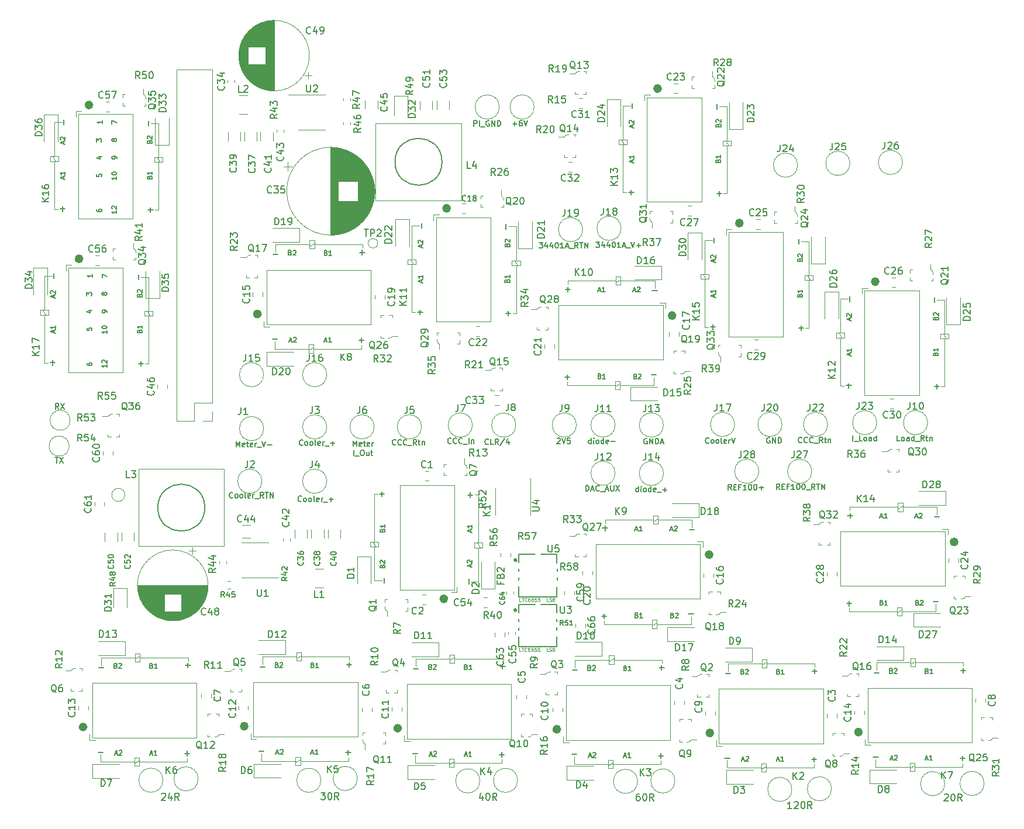
<source format=gbr>
%TF.GenerationSoftware,KiCad,Pcbnew,5.1.6-c6e7f7d~86~ubuntu18.04.1*%
%TF.CreationDate,2020-05-28T18:17:00-07:00*%
%TF.ProjectId,Cal_Station,43616c5f-5374-4617-9469-6f6e2e6b6963,rev?*%
%TF.SameCoordinates,Original*%
%TF.FileFunction,Legend,Top*%
%TF.FilePolarity,Positive*%
%FSLAX46Y46*%
G04 Gerber Fmt 4.6, Leading zero omitted, Abs format (unit mm)*
G04 Created by KiCad (PCBNEW 5.1.6-c6e7f7d~86~ubuntu18.04.1) date 2020-05-28 18:17:00*
%MOMM*%
%LPD*%
G01*
G04 APERTURE LIST*
%ADD10C,0.200000*%
%ADD11C,0.150000*%
%ADD12C,0.120000*%
%ADD13C,0.100000*%
%ADD14C,0.125000*%
G04 APERTURE END LIST*
D10*
X57418095Y-140707619D02*
X57465714Y-140660000D01*
X57560952Y-140612380D01*
X57799047Y-140612380D01*
X57894285Y-140660000D01*
X57941904Y-140707619D01*
X57989523Y-140802857D01*
X57989523Y-140898095D01*
X57941904Y-141040952D01*
X57370476Y-141612380D01*
X57989523Y-141612380D01*
X58846666Y-140945714D02*
X58846666Y-141612380D01*
X58608571Y-140564761D02*
X58370476Y-141279047D01*
X58989523Y-141279047D01*
X59941904Y-141612380D02*
X59608571Y-141136190D01*
X59370476Y-141612380D02*
X59370476Y-140612380D01*
X59751428Y-140612380D01*
X59846666Y-140660000D01*
X59894285Y-140707619D01*
X59941904Y-140802857D01*
X59941904Y-140945714D01*
X59894285Y-141040952D01*
X59846666Y-141088571D01*
X59751428Y-141136190D01*
X59370476Y-141136190D01*
X80490476Y-140532380D02*
X81109523Y-140532380D01*
X80776190Y-140913333D01*
X80919047Y-140913333D01*
X81014285Y-140960952D01*
X81061904Y-141008571D01*
X81109523Y-141103809D01*
X81109523Y-141341904D01*
X81061904Y-141437142D01*
X81014285Y-141484761D01*
X80919047Y-141532380D01*
X80633333Y-141532380D01*
X80538095Y-141484761D01*
X80490476Y-141437142D01*
X81728571Y-140532380D02*
X81823809Y-140532380D01*
X81919047Y-140580000D01*
X81966666Y-140627619D01*
X82014285Y-140722857D01*
X82061904Y-140913333D01*
X82061904Y-141151428D01*
X82014285Y-141341904D01*
X81966666Y-141437142D01*
X81919047Y-141484761D01*
X81823809Y-141532380D01*
X81728571Y-141532380D01*
X81633333Y-141484761D01*
X81585714Y-141437142D01*
X81538095Y-141341904D01*
X81490476Y-141151428D01*
X81490476Y-140913333D01*
X81538095Y-140722857D01*
X81585714Y-140627619D01*
X81633333Y-140580000D01*
X81728571Y-140532380D01*
X83061904Y-141532380D02*
X82728571Y-141056190D01*
X82490476Y-141532380D02*
X82490476Y-140532380D01*
X82871428Y-140532380D01*
X82966666Y-140580000D01*
X83014285Y-140627619D01*
X83061904Y-140722857D01*
X83061904Y-140865714D01*
X83014285Y-140960952D01*
X82966666Y-141008571D01*
X82871428Y-141056190D01*
X82490476Y-141056190D01*
X103884285Y-140955714D02*
X103884285Y-141622380D01*
X103646190Y-140574761D02*
X103408095Y-141289047D01*
X104027142Y-141289047D01*
X104598571Y-140622380D02*
X104693809Y-140622380D01*
X104789047Y-140670000D01*
X104836666Y-140717619D01*
X104884285Y-140812857D01*
X104931904Y-141003333D01*
X104931904Y-141241428D01*
X104884285Y-141431904D01*
X104836666Y-141527142D01*
X104789047Y-141574761D01*
X104693809Y-141622380D01*
X104598571Y-141622380D01*
X104503333Y-141574761D01*
X104455714Y-141527142D01*
X104408095Y-141431904D01*
X104360476Y-141241428D01*
X104360476Y-141003333D01*
X104408095Y-140812857D01*
X104455714Y-140717619D01*
X104503333Y-140670000D01*
X104598571Y-140622380D01*
X105931904Y-141622380D02*
X105598571Y-141146190D01*
X105360476Y-141622380D02*
X105360476Y-140622380D01*
X105741428Y-140622380D01*
X105836666Y-140670000D01*
X105884285Y-140717619D01*
X105931904Y-140812857D01*
X105931904Y-140955714D01*
X105884285Y-141050952D01*
X105836666Y-141098571D01*
X105741428Y-141146190D01*
X105360476Y-141146190D01*
X126594285Y-140702380D02*
X126403809Y-140702380D01*
X126308571Y-140750000D01*
X126260952Y-140797619D01*
X126165714Y-140940476D01*
X126118095Y-141130952D01*
X126118095Y-141511904D01*
X126165714Y-141607142D01*
X126213333Y-141654761D01*
X126308571Y-141702380D01*
X126499047Y-141702380D01*
X126594285Y-141654761D01*
X126641904Y-141607142D01*
X126689523Y-141511904D01*
X126689523Y-141273809D01*
X126641904Y-141178571D01*
X126594285Y-141130952D01*
X126499047Y-141083333D01*
X126308571Y-141083333D01*
X126213333Y-141130952D01*
X126165714Y-141178571D01*
X126118095Y-141273809D01*
X127308571Y-140702380D02*
X127403809Y-140702380D01*
X127499047Y-140750000D01*
X127546666Y-140797619D01*
X127594285Y-140892857D01*
X127641904Y-141083333D01*
X127641904Y-141321428D01*
X127594285Y-141511904D01*
X127546666Y-141607142D01*
X127499047Y-141654761D01*
X127403809Y-141702380D01*
X127308571Y-141702380D01*
X127213333Y-141654761D01*
X127165714Y-141607142D01*
X127118095Y-141511904D01*
X127070476Y-141321428D01*
X127070476Y-141083333D01*
X127118095Y-140892857D01*
X127165714Y-140797619D01*
X127213333Y-140750000D01*
X127308571Y-140702380D01*
X128641904Y-141702380D02*
X128308571Y-141226190D01*
X128070476Y-141702380D02*
X128070476Y-140702380D01*
X128451428Y-140702380D01*
X128546666Y-140750000D01*
X128594285Y-140797619D01*
X128641904Y-140892857D01*
X128641904Y-141035714D01*
X128594285Y-141130952D01*
X128546666Y-141178571D01*
X128451428Y-141226190D01*
X128070476Y-141226190D01*
X148643333Y-142842380D02*
X148071904Y-142842380D01*
X148357619Y-142842380D02*
X148357619Y-141842380D01*
X148262380Y-141985238D01*
X148167142Y-142080476D01*
X148071904Y-142128095D01*
X149024285Y-141937619D02*
X149071904Y-141890000D01*
X149167142Y-141842380D01*
X149405238Y-141842380D01*
X149500476Y-141890000D01*
X149548095Y-141937619D01*
X149595714Y-142032857D01*
X149595714Y-142128095D01*
X149548095Y-142270952D01*
X148976666Y-142842380D01*
X149595714Y-142842380D01*
X150214761Y-141842380D02*
X150310000Y-141842380D01*
X150405238Y-141890000D01*
X150452857Y-141937619D01*
X150500476Y-142032857D01*
X150548095Y-142223333D01*
X150548095Y-142461428D01*
X150500476Y-142651904D01*
X150452857Y-142747142D01*
X150405238Y-142794761D01*
X150310000Y-142842380D01*
X150214761Y-142842380D01*
X150119523Y-142794761D01*
X150071904Y-142747142D01*
X150024285Y-142651904D01*
X149976666Y-142461428D01*
X149976666Y-142223333D01*
X150024285Y-142032857D01*
X150071904Y-141937619D01*
X150119523Y-141890000D01*
X150214761Y-141842380D01*
X151548095Y-142842380D02*
X151214761Y-142366190D01*
X150976666Y-142842380D02*
X150976666Y-141842380D01*
X151357619Y-141842380D01*
X151452857Y-141890000D01*
X151500476Y-141937619D01*
X151548095Y-142032857D01*
X151548095Y-142175714D01*
X151500476Y-142270952D01*
X151452857Y-142318571D01*
X151357619Y-142366190D01*
X150976666Y-142366190D01*
X170738095Y-140817619D02*
X170785714Y-140770000D01*
X170880952Y-140722380D01*
X171119047Y-140722380D01*
X171214285Y-140770000D01*
X171261904Y-140817619D01*
X171309523Y-140912857D01*
X171309523Y-141008095D01*
X171261904Y-141150952D01*
X170690476Y-141722380D01*
X171309523Y-141722380D01*
X171928571Y-140722380D02*
X172023809Y-140722380D01*
X172119047Y-140770000D01*
X172166666Y-140817619D01*
X172214285Y-140912857D01*
X172261904Y-141103333D01*
X172261904Y-141341428D01*
X172214285Y-141531904D01*
X172166666Y-141627142D01*
X172119047Y-141674761D01*
X172023809Y-141722380D01*
X171928571Y-141722380D01*
X171833333Y-141674761D01*
X171785714Y-141627142D01*
X171738095Y-141531904D01*
X171690476Y-141341428D01*
X171690476Y-141103333D01*
X171738095Y-140912857D01*
X171785714Y-140817619D01*
X171833333Y-140770000D01*
X171928571Y-140722380D01*
X173261904Y-141722380D02*
X172928571Y-141246190D01*
X172690476Y-141722380D02*
X172690476Y-140722380D01*
X173071428Y-140722380D01*
X173166666Y-140770000D01*
X173214285Y-140817619D01*
X173261904Y-140912857D01*
X173261904Y-141055714D01*
X173214285Y-141150952D01*
X173166666Y-141198571D01*
X173071428Y-141246190D01*
X172690476Y-141246190D01*
D11*
X41990476Y-91971904D02*
X42447619Y-91971904D01*
X42219047Y-92771904D02*
X42219047Y-91971904D01*
X42638095Y-91971904D02*
X43171428Y-92771904D01*
X43171428Y-91971904D02*
X42638095Y-92771904D01*
X42526666Y-84991904D02*
X42260000Y-84610952D01*
X42069523Y-84991904D02*
X42069523Y-84191904D01*
X42374285Y-84191904D01*
X42450476Y-84230000D01*
X42488571Y-84268095D01*
X42526666Y-84344285D01*
X42526666Y-84458571D01*
X42488571Y-84534761D01*
X42450476Y-84572857D01*
X42374285Y-84610952D01*
X42069523Y-84610952D01*
X42793333Y-84191904D02*
X43326666Y-84991904D01*
X43326666Y-84191904D02*
X42793333Y-84991904D01*
X108251428Y-43677142D02*
X108860952Y-43677142D01*
X108556190Y-43981904D02*
X108556190Y-43372380D01*
X109584761Y-43181904D02*
X109432380Y-43181904D01*
X109356190Y-43220000D01*
X109318095Y-43258095D01*
X109241904Y-43372380D01*
X109203809Y-43524761D01*
X109203809Y-43829523D01*
X109241904Y-43905714D01*
X109280000Y-43943809D01*
X109356190Y-43981904D01*
X109508571Y-43981904D01*
X109584761Y-43943809D01*
X109622857Y-43905714D01*
X109660952Y-43829523D01*
X109660952Y-43639047D01*
X109622857Y-43562857D01*
X109584761Y-43524761D01*
X109508571Y-43486666D01*
X109356190Y-43486666D01*
X109280000Y-43524761D01*
X109241904Y-43562857D01*
X109203809Y-43639047D01*
X109889523Y-43181904D02*
X110156190Y-43981904D01*
X110422857Y-43181904D01*
X102616190Y-44001904D02*
X102616190Y-43201904D01*
X102920952Y-43201904D01*
X102997142Y-43240000D01*
X103035238Y-43278095D01*
X103073333Y-43354285D01*
X103073333Y-43468571D01*
X103035238Y-43544761D01*
X102997142Y-43582857D01*
X102920952Y-43620952D01*
X102616190Y-43620952D01*
X103416190Y-44001904D02*
X103416190Y-43201904D01*
X103606666Y-44078095D02*
X104216190Y-44078095D01*
X104825714Y-43240000D02*
X104749523Y-43201904D01*
X104635238Y-43201904D01*
X104520952Y-43240000D01*
X104444761Y-43316190D01*
X104406666Y-43392380D01*
X104368571Y-43544761D01*
X104368571Y-43659047D01*
X104406666Y-43811428D01*
X104444761Y-43887619D01*
X104520952Y-43963809D01*
X104635238Y-44001904D01*
X104711428Y-44001904D01*
X104825714Y-43963809D01*
X104863809Y-43925714D01*
X104863809Y-43659047D01*
X104711428Y-43659047D01*
X105206666Y-44001904D02*
X105206666Y-43201904D01*
X105663809Y-44001904D01*
X105663809Y-43201904D01*
X106044761Y-44001904D02*
X106044761Y-43201904D01*
X106235238Y-43201904D01*
X106349523Y-43240000D01*
X106425714Y-43316190D01*
X106463809Y-43392380D01*
X106501904Y-43544761D01*
X106501904Y-43659047D01*
X106463809Y-43811428D01*
X106425714Y-43887619D01*
X106349523Y-43963809D01*
X106235238Y-44001904D01*
X106044761Y-44001904D01*
X120323809Y-60781904D02*
X120819047Y-60781904D01*
X120552380Y-61086666D01*
X120666666Y-61086666D01*
X120742857Y-61124761D01*
X120780952Y-61162857D01*
X120819047Y-61239047D01*
X120819047Y-61429523D01*
X120780952Y-61505714D01*
X120742857Y-61543809D01*
X120666666Y-61581904D01*
X120438095Y-61581904D01*
X120361904Y-61543809D01*
X120323809Y-61505714D01*
X121504761Y-61048571D02*
X121504761Y-61581904D01*
X121314285Y-60743809D02*
X121123809Y-61315238D01*
X121619047Y-61315238D01*
X122266666Y-61048571D02*
X122266666Y-61581904D01*
X122076190Y-60743809D02*
X121885714Y-61315238D01*
X122380952Y-61315238D01*
X122838095Y-60781904D02*
X122914285Y-60781904D01*
X122990476Y-60820000D01*
X123028571Y-60858095D01*
X123066666Y-60934285D01*
X123104761Y-61086666D01*
X123104761Y-61277142D01*
X123066666Y-61429523D01*
X123028571Y-61505714D01*
X122990476Y-61543809D01*
X122914285Y-61581904D01*
X122838095Y-61581904D01*
X122761904Y-61543809D01*
X122723809Y-61505714D01*
X122685714Y-61429523D01*
X122647619Y-61277142D01*
X122647619Y-61086666D01*
X122685714Y-60934285D01*
X122723809Y-60858095D01*
X122761904Y-60820000D01*
X122838095Y-60781904D01*
X123866666Y-61581904D02*
X123409523Y-61581904D01*
X123638095Y-61581904D02*
X123638095Y-60781904D01*
X123561904Y-60896190D01*
X123485714Y-60972380D01*
X123409523Y-61010476D01*
X124171428Y-61353333D02*
X124552380Y-61353333D01*
X124095238Y-61581904D02*
X124361904Y-60781904D01*
X124628571Y-61581904D01*
X124704761Y-61658095D02*
X125314285Y-61658095D01*
X125390476Y-60781904D02*
X125657142Y-61581904D01*
X125923809Y-60781904D01*
X126190476Y-61277142D02*
X126800000Y-61277142D01*
X126495238Y-61581904D02*
X126495238Y-60972380D01*
X112068095Y-60871904D02*
X112563333Y-60871904D01*
X112296666Y-61176666D01*
X112410952Y-61176666D01*
X112487142Y-61214761D01*
X112525238Y-61252857D01*
X112563333Y-61329047D01*
X112563333Y-61519523D01*
X112525238Y-61595714D01*
X112487142Y-61633809D01*
X112410952Y-61671904D01*
X112182380Y-61671904D01*
X112106190Y-61633809D01*
X112068095Y-61595714D01*
X113249047Y-61138571D02*
X113249047Y-61671904D01*
X113058571Y-60833809D02*
X112868095Y-61405238D01*
X113363333Y-61405238D01*
X114010952Y-61138571D02*
X114010952Y-61671904D01*
X113820476Y-60833809D02*
X113630000Y-61405238D01*
X114125238Y-61405238D01*
X114582380Y-60871904D02*
X114658571Y-60871904D01*
X114734761Y-60910000D01*
X114772857Y-60948095D01*
X114810952Y-61024285D01*
X114849047Y-61176666D01*
X114849047Y-61367142D01*
X114810952Y-61519523D01*
X114772857Y-61595714D01*
X114734761Y-61633809D01*
X114658571Y-61671904D01*
X114582380Y-61671904D01*
X114506190Y-61633809D01*
X114468095Y-61595714D01*
X114430000Y-61519523D01*
X114391904Y-61367142D01*
X114391904Y-61176666D01*
X114430000Y-61024285D01*
X114468095Y-60948095D01*
X114506190Y-60910000D01*
X114582380Y-60871904D01*
X115610952Y-61671904D02*
X115153809Y-61671904D01*
X115382380Y-61671904D02*
X115382380Y-60871904D01*
X115306190Y-60986190D01*
X115230000Y-61062380D01*
X115153809Y-61100476D01*
X115915714Y-61443333D02*
X116296666Y-61443333D01*
X115839523Y-61671904D02*
X116106190Y-60871904D01*
X116372857Y-61671904D01*
X116449047Y-61748095D02*
X117058571Y-61748095D01*
X117706190Y-61671904D02*
X117439523Y-61290952D01*
X117249047Y-61671904D02*
X117249047Y-60871904D01*
X117553809Y-60871904D01*
X117630000Y-60910000D01*
X117668095Y-60948095D01*
X117706190Y-61024285D01*
X117706190Y-61138571D01*
X117668095Y-61214761D01*
X117630000Y-61252857D01*
X117553809Y-61290952D01*
X117249047Y-61290952D01*
X117934761Y-60871904D02*
X118391904Y-60871904D01*
X118163333Y-61671904D02*
X118163333Y-60871904D01*
X118658571Y-61671904D02*
X118658571Y-60871904D01*
X119115714Y-61671904D01*
X119115714Y-60871904D01*
X164306666Y-89581904D02*
X163925714Y-89581904D01*
X163925714Y-88781904D01*
X164687619Y-89581904D02*
X164611428Y-89543809D01*
X164573333Y-89505714D01*
X164535238Y-89429523D01*
X164535238Y-89200952D01*
X164573333Y-89124761D01*
X164611428Y-89086666D01*
X164687619Y-89048571D01*
X164801904Y-89048571D01*
X164878095Y-89086666D01*
X164916190Y-89124761D01*
X164954285Y-89200952D01*
X164954285Y-89429523D01*
X164916190Y-89505714D01*
X164878095Y-89543809D01*
X164801904Y-89581904D01*
X164687619Y-89581904D01*
X165640000Y-89581904D02*
X165640000Y-89162857D01*
X165601904Y-89086666D01*
X165525714Y-89048571D01*
X165373333Y-89048571D01*
X165297142Y-89086666D01*
X165640000Y-89543809D02*
X165563809Y-89581904D01*
X165373333Y-89581904D01*
X165297142Y-89543809D01*
X165259047Y-89467619D01*
X165259047Y-89391428D01*
X165297142Y-89315238D01*
X165373333Y-89277142D01*
X165563809Y-89277142D01*
X165640000Y-89239047D01*
X166363809Y-89581904D02*
X166363809Y-88781904D01*
X166363809Y-89543809D02*
X166287619Y-89581904D01*
X166135238Y-89581904D01*
X166059047Y-89543809D01*
X166020952Y-89505714D01*
X165982857Y-89429523D01*
X165982857Y-89200952D01*
X166020952Y-89124761D01*
X166059047Y-89086666D01*
X166135238Y-89048571D01*
X166287619Y-89048571D01*
X166363809Y-89086666D01*
X166554285Y-89658095D02*
X167163809Y-89658095D01*
X167811428Y-89581904D02*
X167544761Y-89200952D01*
X167354285Y-89581904D02*
X167354285Y-88781904D01*
X167659047Y-88781904D01*
X167735238Y-88820000D01*
X167773333Y-88858095D01*
X167811428Y-88934285D01*
X167811428Y-89048571D01*
X167773333Y-89124761D01*
X167735238Y-89162857D01*
X167659047Y-89200952D01*
X167354285Y-89200952D01*
X168040000Y-89048571D02*
X168344761Y-89048571D01*
X168154285Y-88781904D02*
X168154285Y-89467619D01*
X168192380Y-89543809D01*
X168268571Y-89581904D01*
X168344761Y-89581904D01*
X168611428Y-89048571D02*
X168611428Y-89581904D01*
X168611428Y-89124761D02*
X168649523Y-89086666D01*
X168725714Y-89048571D01*
X168840000Y-89048571D01*
X168916190Y-89086666D01*
X168954285Y-89162857D01*
X168954285Y-89581904D01*
X157485714Y-89581904D02*
X157485714Y-88781904D01*
X157676190Y-89658095D02*
X158285714Y-89658095D01*
X158857142Y-89581904D02*
X158476190Y-89581904D01*
X158476190Y-88781904D01*
X159238095Y-89581904D02*
X159161904Y-89543809D01*
X159123809Y-89505714D01*
X159085714Y-89429523D01*
X159085714Y-89200952D01*
X159123809Y-89124761D01*
X159161904Y-89086666D01*
X159238095Y-89048571D01*
X159352380Y-89048571D01*
X159428571Y-89086666D01*
X159466666Y-89124761D01*
X159504761Y-89200952D01*
X159504761Y-89429523D01*
X159466666Y-89505714D01*
X159428571Y-89543809D01*
X159352380Y-89581904D01*
X159238095Y-89581904D01*
X160190476Y-89581904D02*
X160190476Y-89162857D01*
X160152380Y-89086666D01*
X160076190Y-89048571D01*
X159923809Y-89048571D01*
X159847619Y-89086666D01*
X160190476Y-89543809D02*
X160114285Y-89581904D01*
X159923809Y-89581904D01*
X159847619Y-89543809D01*
X159809523Y-89467619D01*
X159809523Y-89391428D01*
X159847619Y-89315238D01*
X159923809Y-89277142D01*
X160114285Y-89277142D01*
X160190476Y-89239047D01*
X160914285Y-89581904D02*
X160914285Y-88781904D01*
X160914285Y-89543809D02*
X160838095Y-89581904D01*
X160685714Y-89581904D01*
X160609523Y-89543809D01*
X160571428Y-89505714D01*
X160533333Y-89429523D01*
X160533333Y-89200952D01*
X160571428Y-89124761D01*
X160609523Y-89086666D01*
X160685714Y-89048571D01*
X160838095Y-89048571D01*
X160914285Y-89086666D01*
X150122380Y-89775714D02*
X150084285Y-89813809D01*
X149970000Y-89851904D01*
X149893809Y-89851904D01*
X149779523Y-89813809D01*
X149703333Y-89737619D01*
X149665238Y-89661428D01*
X149627142Y-89509047D01*
X149627142Y-89394761D01*
X149665238Y-89242380D01*
X149703333Y-89166190D01*
X149779523Y-89090000D01*
X149893809Y-89051904D01*
X149970000Y-89051904D01*
X150084285Y-89090000D01*
X150122380Y-89128095D01*
X150922380Y-89775714D02*
X150884285Y-89813809D01*
X150770000Y-89851904D01*
X150693809Y-89851904D01*
X150579523Y-89813809D01*
X150503333Y-89737619D01*
X150465238Y-89661428D01*
X150427142Y-89509047D01*
X150427142Y-89394761D01*
X150465238Y-89242380D01*
X150503333Y-89166190D01*
X150579523Y-89090000D01*
X150693809Y-89051904D01*
X150770000Y-89051904D01*
X150884285Y-89090000D01*
X150922380Y-89128095D01*
X151722380Y-89775714D02*
X151684285Y-89813809D01*
X151570000Y-89851904D01*
X151493809Y-89851904D01*
X151379523Y-89813809D01*
X151303333Y-89737619D01*
X151265238Y-89661428D01*
X151227142Y-89509047D01*
X151227142Y-89394761D01*
X151265238Y-89242380D01*
X151303333Y-89166190D01*
X151379523Y-89090000D01*
X151493809Y-89051904D01*
X151570000Y-89051904D01*
X151684285Y-89090000D01*
X151722380Y-89128095D01*
X151874761Y-89928095D02*
X152484285Y-89928095D01*
X153131904Y-89851904D02*
X152865238Y-89470952D01*
X152674761Y-89851904D02*
X152674761Y-89051904D01*
X152979523Y-89051904D01*
X153055714Y-89090000D01*
X153093809Y-89128095D01*
X153131904Y-89204285D01*
X153131904Y-89318571D01*
X153093809Y-89394761D01*
X153055714Y-89432857D01*
X152979523Y-89470952D01*
X152674761Y-89470952D01*
X153360476Y-89318571D02*
X153665238Y-89318571D01*
X153474761Y-89051904D02*
X153474761Y-89737619D01*
X153512857Y-89813809D01*
X153589047Y-89851904D01*
X153665238Y-89851904D01*
X153931904Y-89318571D02*
X153931904Y-89851904D01*
X153931904Y-89394761D02*
X153970000Y-89356666D01*
X154046190Y-89318571D01*
X154160476Y-89318571D01*
X154236666Y-89356666D01*
X154274761Y-89432857D01*
X154274761Y-89851904D01*
X146891428Y-96631904D02*
X146624761Y-96250952D01*
X146434285Y-96631904D02*
X146434285Y-95831904D01*
X146739047Y-95831904D01*
X146815238Y-95870000D01*
X146853333Y-95908095D01*
X146891428Y-95984285D01*
X146891428Y-96098571D01*
X146853333Y-96174761D01*
X146815238Y-96212857D01*
X146739047Y-96250952D01*
X146434285Y-96250952D01*
X147234285Y-96212857D02*
X147500952Y-96212857D01*
X147615238Y-96631904D02*
X147234285Y-96631904D01*
X147234285Y-95831904D01*
X147615238Y-95831904D01*
X148224761Y-96212857D02*
X147958095Y-96212857D01*
X147958095Y-96631904D02*
X147958095Y-95831904D01*
X148339047Y-95831904D01*
X149062857Y-96631904D02*
X148605714Y-96631904D01*
X148834285Y-96631904D02*
X148834285Y-95831904D01*
X148758095Y-95946190D01*
X148681904Y-96022380D01*
X148605714Y-96060476D01*
X149558095Y-95831904D02*
X149634285Y-95831904D01*
X149710476Y-95870000D01*
X149748571Y-95908095D01*
X149786666Y-95984285D01*
X149824761Y-96136666D01*
X149824761Y-96327142D01*
X149786666Y-96479523D01*
X149748571Y-96555714D01*
X149710476Y-96593809D01*
X149634285Y-96631904D01*
X149558095Y-96631904D01*
X149481904Y-96593809D01*
X149443809Y-96555714D01*
X149405714Y-96479523D01*
X149367619Y-96327142D01*
X149367619Y-96136666D01*
X149405714Y-95984285D01*
X149443809Y-95908095D01*
X149481904Y-95870000D01*
X149558095Y-95831904D01*
X150320000Y-95831904D02*
X150396190Y-95831904D01*
X150472380Y-95870000D01*
X150510476Y-95908095D01*
X150548571Y-95984285D01*
X150586666Y-96136666D01*
X150586666Y-96327142D01*
X150548571Y-96479523D01*
X150510476Y-96555714D01*
X150472380Y-96593809D01*
X150396190Y-96631904D01*
X150320000Y-96631904D01*
X150243809Y-96593809D01*
X150205714Y-96555714D01*
X150167619Y-96479523D01*
X150129523Y-96327142D01*
X150129523Y-96136666D01*
X150167619Y-95984285D01*
X150205714Y-95908095D01*
X150243809Y-95870000D01*
X150320000Y-95831904D01*
X150739047Y-96708095D02*
X151348571Y-96708095D01*
X151996190Y-96631904D02*
X151729523Y-96250952D01*
X151539047Y-96631904D02*
X151539047Y-95831904D01*
X151843809Y-95831904D01*
X151920000Y-95870000D01*
X151958095Y-95908095D01*
X151996190Y-95984285D01*
X151996190Y-96098571D01*
X151958095Y-96174761D01*
X151920000Y-96212857D01*
X151843809Y-96250952D01*
X151539047Y-96250952D01*
X152224761Y-95831904D02*
X152681904Y-95831904D01*
X152453333Y-96631904D02*
X152453333Y-95831904D01*
X152948571Y-96631904D02*
X152948571Y-95831904D01*
X153405714Y-96631904D01*
X153405714Y-95831904D01*
X139914761Y-96691904D02*
X139648095Y-96310952D01*
X139457619Y-96691904D02*
X139457619Y-95891904D01*
X139762380Y-95891904D01*
X139838571Y-95930000D01*
X139876666Y-95968095D01*
X139914761Y-96044285D01*
X139914761Y-96158571D01*
X139876666Y-96234761D01*
X139838571Y-96272857D01*
X139762380Y-96310952D01*
X139457619Y-96310952D01*
X140257619Y-96272857D02*
X140524285Y-96272857D01*
X140638571Y-96691904D02*
X140257619Y-96691904D01*
X140257619Y-95891904D01*
X140638571Y-95891904D01*
X141248095Y-96272857D02*
X140981428Y-96272857D01*
X140981428Y-96691904D02*
X140981428Y-95891904D01*
X141362380Y-95891904D01*
X142086190Y-96691904D02*
X141629047Y-96691904D01*
X141857619Y-96691904D02*
X141857619Y-95891904D01*
X141781428Y-96006190D01*
X141705238Y-96082380D01*
X141629047Y-96120476D01*
X142581428Y-95891904D02*
X142657619Y-95891904D01*
X142733809Y-95930000D01*
X142771904Y-95968095D01*
X142810000Y-96044285D01*
X142848095Y-96196666D01*
X142848095Y-96387142D01*
X142810000Y-96539523D01*
X142771904Y-96615714D01*
X142733809Y-96653809D01*
X142657619Y-96691904D01*
X142581428Y-96691904D01*
X142505238Y-96653809D01*
X142467142Y-96615714D01*
X142429047Y-96539523D01*
X142390952Y-96387142D01*
X142390952Y-96196666D01*
X142429047Y-96044285D01*
X142467142Y-95968095D01*
X142505238Y-95930000D01*
X142581428Y-95891904D01*
X143343333Y-95891904D02*
X143419523Y-95891904D01*
X143495714Y-95930000D01*
X143533809Y-95968095D01*
X143571904Y-96044285D01*
X143610000Y-96196666D01*
X143610000Y-96387142D01*
X143571904Y-96539523D01*
X143533809Y-96615714D01*
X143495714Y-96653809D01*
X143419523Y-96691904D01*
X143343333Y-96691904D01*
X143267142Y-96653809D01*
X143229047Y-96615714D01*
X143190952Y-96539523D01*
X143152857Y-96387142D01*
X143152857Y-96196666D01*
X143190952Y-96044285D01*
X143229047Y-95968095D01*
X143267142Y-95930000D01*
X143343333Y-95891904D01*
X143952857Y-96387142D02*
X144562380Y-96387142D01*
X144257619Y-96691904D02*
X144257619Y-96082380D01*
X145460476Y-89150000D02*
X145384285Y-89111904D01*
X145270000Y-89111904D01*
X145155714Y-89150000D01*
X145079523Y-89226190D01*
X145041428Y-89302380D01*
X145003333Y-89454761D01*
X145003333Y-89569047D01*
X145041428Y-89721428D01*
X145079523Y-89797619D01*
X145155714Y-89873809D01*
X145270000Y-89911904D01*
X145346190Y-89911904D01*
X145460476Y-89873809D01*
X145498571Y-89835714D01*
X145498571Y-89569047D01*
X145346190Y-89569047D01*
X145841428Y-89911904D02*
X145841428Y-89111904D01*
X146298571Y-89911904D01*
X146298571Y-89111904D01*
X146679523Y-89911904D02*
X146679523Y-89111904D01*
X146870000Y-89111904D01*
X146984285Y-89150000D01*
X147060476Y-89226190D01*
X147098571Y-89302380D01*
X147136666Y-89454761D01*
X147136666Y-89569047D01*
X147098571Y-89721428D01*
X147060476Y-89797619D01*
X146984285Y-89873809D01*
X146870000Y-89911904D01*
X146679523Y-89911904D01*
X136640952Y-89855714D02*
X136602857Y-89893809D01*
X136488571Y-89931904D01*
X136412380Y-89931904D01*
X136298095Y-89893809D01*
X136221904Y-89817619D01*
X136183809Y-89741428D01*
X136145714Y-89589047D01*
X136145714Y-89474761D01*
X136183809Y-89322380D01*
X136221904Y-89246190D01*
X136298095Y-89170000D01*
X136412380Y-89131904D01*
X136488571Y-89131904D01*
X136602857Y-89170000D01*
X136640952Y-89208095D01*
X137098095Y-89931904D02*
X137021904Y-89893809D01*
X136983809Y-89855714D01*
X136945714Y-89779523D01*
X136945714Y-89550952D01*
X136983809Y-89474761D01*
X137021904Y-89436666D01*
X137098095Y-89398571D01*
X137212380Y-89398571D01*
X137288571Y-89436666D01*
X137326666Y-89474761D01*
X137364761Y-89550952D01*
X137364761Y-89779523D01*
X137326666Y-89855714D01*
X137288571Y-89893809D01*
X137212380Y-89931904D01*
X137098095Y-89931904D01*
X137821904Y-89931904D02*
X137745714Y-89893809D01*
X137707619Y-89855714D01*
X137669523Y-89779523D01*
X137669523Y-89550952D01*
X137707619Y-89474761D01*
X137745714Y-89436666D01*
X137821904Y-89398571D01*
X137936190Y-89398571D01*
X138012380Y-89436666D01*
X138050476Y-89474761D01*
X138088571Y-89550952D01*
X138088571Y-89779523D01*
X138050476Y-89855714D01*
X138012380Y-89893809D01*
X137936190Y-89931904D01*
X137821904Y-89931904D01*
X138545714Y-89931904D02*
X138469523Y-89893809D01*
X138431428Y-89817619D01*
X138431428Y-89131904D01*
X139155238Y-89893809D02*
X139079047Y-89931904D01*
X138926666Y-89931904D01*
X138850476Y-89893809D01*
X138812380Y-89817619D01*
X138812380Y-89512857D01*
X138850476Y-89436666D01*
X138926666Y-89398571D01*
X139079047Y-89398571D01*
X139155238Y-89436666D01*
X139193333Y-89512857D01*
X139193333Y-89589047D01*
X138812380Y-89665238D01*
X139536190Y-89931904D02*
X139536190Y-89398571D01*
X139536190Y-89550952D02*
X139574285Y-89474761D01*
X139612380Y-89436666D01*
X139688571Y-89398571D01*
X139764761Y-89398571D01*
X139917142Y-89131904D02*
X140183809Y-89931904D01*
X140450476Y-89131904D01*
X127677619Y-89280000D02*
X127601428Y-89241904D01*
X127487142Y-89241904D01*
X127372857Y-89280000D01*
X127296666Y-89356190D01*
X127258571Y-89432380D01*
X127220476Y-89584761D01*
X127220476Y-89699047D01*
X127258571Y-89851428D01*
X127296666Y-89927619D01*
X127372857Y-90003809D01*
X127487142Y-90041904D01*
X127563333Y-90041904D01*
X127677619Y-90003809D01*
X127715714Y-89965714D01*
X127715714Y-89699047D01*
X127563333Y-89699047D01*
X128058571Y-90041904D02*
X128058571Y-89241904D01*
X128515714Y-90041904D01*
X128515714Y-89241904D01*
X128896666Y-90041904D02*
X128896666Y-89241904D01*
X129087142Y-89241904D01*
X129201428Y-89280000D01*
X129277619Y-89356190D01*
X129315714Y-89432380D01*
X129353809Y-89584761D01*
X129353809Y-89699047D01*
X129315714Y-89851428D01*
X129277619Y-89927619D01*
X129201428Y-90003809D01*
X129087142Y-90041904D01*
X128896666Y-90041904D01*
X129658571Y-89813333D02*
X130039523Y-89813333D01*
X129582380Y-90041904D02*
X129849047Y-89241904D01*
X130115714Y-90041904D01*
X119589047Y-89991904D02*
X119589047Y-89191904D01*
X119589047Y-89953809D02*
X119512857Y-89991904D01*
X119360476Y-89991904D01*
X119284285Y-89953809D01*
X119246190Y-89915714D01*
X119208095Y-89839523D01*
X119208095Y-89610952D01*
X119246190Y-89534761D01*
X119284285Y-89496666D01*
X119360476Y-89458571D01*
X119512857Y-89458571D01*
X119589047Y-89496666D01*
X119970000Y-89991904D02*
X119970000Y-89458571D01*
X119970000Y-89191904D02*
X119931904Y-89230000D01*
X119970000Y-89268095D01*
X120008095Y-89230000D01*
X119970000Y-89191904D01*
X119970000Y-89268095D01*
X120465238Y-89991904D02*
X120389047Y-89953809D01*
X120350952Y-89915714D01*
X120312857Y-89839523D01*
X120312857Y-89610952D01*
X120350952Y-89534761D01*
X120389047Y-89496666D01*
X120465238Y-89458571D01*
X120579523Y-89458571D01*
X120655714Y-89496666D01*
X120693809Y-89534761D01*
X120731904Y-89610952D01*
X120731904Y-89839523D01*
X120693809Y-89915714D01*
X120655714Y-89953809D01*
X120579523Y-89991904D01*
X120465238Y-89991904D01*
X121417619Y-89991904D02*
X121417619Y-89191904D01*
X121417619Y-89953809D02*
X121341428Y-89991904D01*
X121189047Y-89991904D01*
X121112857Y-89953809D01*
X121074761Y-89915714D01*
X121036666Y-89839523D01*
X121036666Y-89610952D01*
X121074761Y-89534761D01*
X121112857Y-89496666D01*
X121189047Y-89458571D01*
X121341428Y-89458571D01*
X121417619Y-89496666D01*
X122103333Y-89953809D02*
X122027142Y-89991904D01*
X121874761Y-89991904D01*
X121798571Y-89953809D01*
X121760476Y-89877619D01*
X121760476Y-89572857D01*
X121798571Y-89496666D01*
X121874761Y-89458571D01*
X122027142Y-89458571D01*
X122103333Y-89496666D01*
X122141428Y-89572857D01*
X122141428Y-89649047D01*
X121760476Y-89725238D01*
X122484285Y-89687142D02*
X123093809Y-89687142D01*
X126444285Y-96971904D02*
X126444285Y-96171904D01*
X126444285Y-96933809D02*
X126368095Y-96971904D01*
X126215714Y-96971904D01*
X126139523Y-96933809D01*
X126101428Y-96895714D01*
X126063333Y-96819523D01*
X126063333Y-96590952D01*
X126101428Y-96514761D01*
X126139523Y-96476666D01*
X126215714Y-96438571D01*
X126368095Y-96438571D01*
X126444285Y-96476666D01*
X126825238Y-96971904D02*
X126825238Y-96438571D01*
X126825238Y-96171904D02*
X126787142Y-96210000D01*
X126825238Y-96248095D01*
X126863333Y-96210000D01*
X126825238Y-96171904D01*
X126825238Y-96248095D01*
X127320476Y-96971904D02*
X127244285Y-96933809D01*
X127206190Y-96895714D01*
X127168095Y-96819523D01*
X127168095Y-96590952D01*
X127206190Y-96514761D01*
X127244285Y-96476666D01*
X127320476Y-96438571D01*
X127434761Y-96438571D01*
X127510952Y-96476666D01*
X127549047Y-96514761D01*
X127587142Y-96590952D01*
X127587142Y-96819523D01*
X127549047Y-96895714D01*
X127510952Y-96933809D01*
X127434761Y-96971904D01*
X127320476Y-96971904D01*
X128272857Y-96971904D02*
X128272857Y-96171904D01*
X128272857Y-96933809D02*
X128196666Y-96971904D01*
X128044285Y-96971904D01*
X127968095Y-96933809D01*
X127930000Y-96895714D01*
X127891904Y-96819523D01*
X127891904Y-96590952D01*
X127930000Y-96514761D01*
X127968095Y-96476666D01*
X128044285Y-96438571D01*
X128196666Y-96438571D01*
X128272857Y-96476666D01*
X128958571Y-96933809D02*
X128882380Y-96971904D01*
X128730000Y-96971904D01*
X128653809Y-96933809D01*
X128615714Y-96857619D01*
X128615714Y-96552857D01*
X128653809Y-96476666D01*
X128730000Y-96438571D01*
X128882380Y-96438571D01*
X128958571Y-96476666D01*
X128996666Y-96552857D01*
X128996666Y-96629047D01*
X128615714Y-96705238D01*
X129149047Y-97048095D02*
X129758571Y-97048095D01*
X129949047Y-96667142D02*
X130558571Y-96667142D01*
X130253809Y-96971904D02*
X130253809Y-96362380D01*
X118840000Y-96831904D02*
X118840000Y-96031904D01*
X119030476Y-96031904D01*
X119144761Y-96070000D01*
X119220952Y-96146190D01*
X119259047Y-96222380D01*
X119297142Y-96374761D01*
X119297142Y-96489047D01*
X119259047Y-96641428D01*
X119220952Y-96717619D01*
X119144761Y-96793809D01*
X119030476Y-96831904D01*
X118840000Y-96831904D01*
X119601904Y-96603333D02*
X119982857Y-96603333D01*
X119525714Y-96831904D02*
X119792380Y-96031904D01*
X120059047Y-96831904D01*
X120782857Y-96755714D02*
X120744761Y-96793809D01*
X120630476Y-96831904D01*
X120554285Y-96831904D01*
X120440000Y-96793809D01*
X120363809Y-96717619D01*
X120325714Y-96641428D01*
X120287619Y-96489047D01*
X120287619Y-96374761D01*
X120325714Y-96222380D01*
X120363809Y-96146190D01*
X120440000Y-96070000D01*
X120554285Y-96031904D01*
X120630476Y-96031904D01*
X120744761Y-96070000D01*
X120782857Y-96108095D01*
X120935238Y-96908095D02*
X121544761Y-96908095D01*
X121697142Y-96603333D02*
X122078095Y-96603333D01*
X121620952Y-96831904D02*
X121887619Y-96031904D01*
X122154285Y-96831904D01*
X122420952Y-96031904D02*
X122420952Y-96679523D01*
X122459047Y-96755714D01*
X122497142Y-96793809D01*
X122573333Y-96831904D01*
X122725714Y-96831904D01*
X122801904Y-96793809D01*
X122840000Y-96755714D01*
X122878095Y-96679523D01*
X122878095Y-96031904D01*
X123182857Y-96031904D02*
X123716190Y-96831904D01*
X123716190Y-96031904D02*
X123182857Y-96831904D01*
X114697619Y-89248095D02*
X114735714Y-89210000D01*
X114811904Y-89171904D01*
X115002380Y-89171904D01*
X115078571Y-89210000D01*
X115116666Y-89248095D01*
X115154761Y-89324285D01*
X115154761Y-89400476D01*
X115116666Y-89514761D01*
X114659523Y-89971904D01*
X115154761Y-89971904D01*
X115383333Y-89171904D02*
X115650000Y-89971904D01*
X115916666Y-89171904D01*
X116564285Y-89171904D02*
X116183333Y-89171904D01*
X116145238Y-89552857D01*
X116183333Y-89514761D01*
X116259523Y-89476666D01*
X116450000Y-89476666D01*
X116526190Y-89514761D01*
X116564285Y-89552857D01*
X116602380Y-89629047D01*
X116602380Y-89819523D01*
X116564285Y-89895714D01*
X116526190Y-89933809D01*
X116450000Y-89971904D01*
X116259523Y-89971904D01*
X116183333Y-89933809D01*
X116145238Y-89895714D01*
X104723809Y-90025714D02*
X104685714Y-90063809D01*
X104571428Y-90101904D01*
X104495238Y-90101904D01*
X104380952Y-90063809D01*
X104304761Y-89987619D01*
X104266666Y-89911428D01*
X104228571Y-89759047D01*
X104228571Y-89644761D01*
X104266666Y-89492380D01*
X104304761Y-89416190D01*
X104380952Y-89340000D01*
X104495238Y-89301904D01*
X104571428Y-89301904D01*
X104685714Y-89340000D01*
X104723809Y-89378095D01*
X105447619Y-90101904D02*
X105066666Y-90101904D01*
X105066666Y-89301904D01*
X106171428Y-90101904D02*
X105904761Y-89720952D01*
X105714285Y-90101904D02*
X105714285Y-89301904D01*
X106019047Y-89301904D01*
X106095238Y-89340000D01*
X106133333Y-89378095D01*
X106171428Y-89454285D01*
X106171428Y-89568571D01*
X106133333Y-89644761D01*
X106095238Y-89682857D01*
X106019047Y-89720952D01*
X105714285Y-89720952D01*
X107085714Y-89263809D02*
X106400000Y-90292380D01*
X107695238Y-89568571D02*
X107695238Y-90101904D01*
X107504761Y-89263809D02*
X107314285Y-89835238D01*
X107809523Y-89835238D01*
X99330476Y-89905714D02*
X99292380Y-89943809D01*
X99178095Y-89981904D01*
X99101904Y-89981904D01*
X98987619Y-89943809D01*
X98911428Y-89867619D01*
X98873333Y-89791428D01*
X98835238Y-89639047D01*
X98835238Y-89524761D01*
X98873333Y-89372380D01*
X98911428Y-89296190D01*
X98987619Y-89220000D01*
X99101904Y-89181904D01*
X99178095Y-89181904D01*
X99292380Y-89220000D01*
X99330476Y-89258095D01*
X100130476Y-89905714D02*
X100092380Y-89943809D01*
X99978095Y-89981904D01*
X99901904Y-89981904D01*
X99787619Y-89943809D01*
X99711428Y-89867619D01*
X99673333Y-89791428D01*
X99635238Y-89639047D01*
X99635238Y-89524761D01*
X99673333Y-89372380D01*
X99711428Y-89296190D01*
X99787619Y-89220000D01*
X99901904Y-89181904D01*
X99978095Y-89181904D01*
X100092380Y-89220000D01*
X100130476Y-89258095D01*
X100930476Y-89905714D02*
X100892380Y-89943809D01*
X100778095Y-89981904D01*
X100701904Y-89981904D01*
X100587619Y-89943809D01*
X100511428Y-89867619D01*
X100473333Y-89791428D01*
X100435238Y-89639047D01*
X100435238Y-89524761D01*
X100473333Y-89372380D01*
X100511428Y-89296190D01*
X100587619Y-89220000D01*
X100701904Y-89181904D01*
X100778095Y-89181904D01*
X100892380Y-89220000D01*
X100930476Y-89258095D01*
X101082857Y-90058095D02*
X101692380Y-90058095D01*
X101882857Y-89981904D02*
X101882857Y-89181904D01*
X102263809Y-89448571D02*
X102263809Y-89981904D01*
X102263809Y-89524761D02*
X102301904Y-89486666D01*
X102378095Y-89448571D01*
X102492380Y-89448571D01*
X102568571Y-89486666D01*
X102606666Y-89562857D01*
X102606666Y-89981904D01*
X91302380Y-90115714D02*
X91264285Y-90153809D01*
X91150000Y-90191904D01*
X91073809Y-90191904D01*
X90959523Y-90153809D01*
X90883333Y-90077619D01*
X90845238Y-90001428D01*
X90807142Y-89849047D01*
X90807142Y-89734761D01*
X90845238Y-89582380D01*
X90883333Y-89506190D01*
X90959523Y-89430000D01*
X91073809Y-89391904D01*
X91150000Y-89391904D01*
X91264285Y-89430000D01*
X91302380Y-89468095D01*
X92102380Y-90115714D02*
X92064285Y-90153809D01*
X91950000Y-90191904D01*
X91873809Y-90191904D01*
X91759523Y-90153809D01*
X91683333Y-90077619D01*
X91645238Y-90001428D01*
X91607142Y-89849047D01*
X91607142Y-89734761D01*
X91645238Y-89582380D01*
X91683333Y-89506190D01*
X91759523Y-89430000D01*
X91873809Y-89391904D01*
X91950000Y-89391904D01*
X92064285Y-89430000D01*
X92102380Y-89468095D01*
X92902380Y-90115714D02*
X92864285Y-90153809D01*
X92750000Y-90191904D01*
X92673809Y-90191904D01*
X92559523Y-90153809D01*
X92483333Y-90077619D01*
X92445238Y-90001428D01*
X92407142Y-89849047D01*
X92407142Y-89734761D01*
X92445238Y-89582380D01*
X92483333Y-89506190D01*
X92559523Y-89430000D01*
X92673809Y-89391904D01*
X92750000Y-89391904D01*
X92864285Y-89430000D01*
X92902380Y-89468095D01*
X93054761Y-90268095D02*
X93664285Y-90268095D01*
X94311904Y-90191904D02*
X94045238Y-89810952D01*
X93854761Y-90191904D02*
X93854761Y-89391904D01*
X94159523Y-89391904D01*
X94235714Y-89430000D01*
X94273809Y-89468095D01*
X94311904Y-89544285D01*
X94311904Y-89658571D01*
X94273809Y-89734761D01*
X94235714Y-89772857D01*
X94159523Y-89810952D01*
X93854761Y-89810952D01*
X94540476Y-89658571D02*
X94845238Y-89658571D01*
X94654761Y-89391904D02*
X94654761Y-90077619D01*
X94692857Y-90153809D01*
X94769047Y-90191904D01*
X94845238Y-90191904D01*
X95111904Y-89658571D02*
X95111904Y-90191904D01*
X95111904Y-89734761D02*
X95150000Y-89696666D01*
X95226190Y-89658571D01*
X95340476Y-89658571D01*
X95416666Y-89696666D01*
X95454761Y-89772857D01*
X95454761Y-90191904D01*
X85131428Y-90346904D02*
X85131428Y-89546904D01*
X85398095Y-90118333D01*
X85664761Y-89546904D01*
X85664761Y-90346904D01*
X86350476Y-90308809D02*
X86274285Y-90346904D01*
X86121904Y-90346904D01*
X86045714Y-90308809D01*
X86007619Y-90232619D01*
X86007619Y-89927857D01*
X86045714Y-89851666D01*
X86121904Y-89813571D01*
X86274285Y-89813571D01*
X86350476Y-89851666D01*
X86388571Y-89927857D01*
X86388571Y-90004047D01*
X86007619Y-90080238D01*
X86617142Y-89813571D02*
X86921904Y-89813571D01*
X86731428Y-89546904D02*
X86731428Y-90232619D01*
X86769523Y-90308809D01*
X86845714Y-90346904D01*
X86921904Y-90346904D01*
X87493333Y-90308809D02*
X87417142Y-90346904D01*
X87264761Y-90346904D01*
X87188571Y-90308809D01*
X87150476Y-90232619D01*
X87150476Y-89927857D01*
X87188571Y-89851666D01*
X87264761Y-89813571D01*
X87417142Y-89813571D01*
X87493333Y-89851666D01*
X87531428Y-89927857D01*
X87531428Y-90004047D01*
X87150476Y-90080238D01*
X87874285Y-90346904D02*
X87874285Y-89813571D01*
X87874285Y-89965952D02*
X87912380Y-89889761D01*
X87950476Y-89851666D01*
X88026666Y-89813571D01*
X88102857Y-89813571D01*
X85245714Y-91696904D02*
X85245714Y-90896904D01*
X85436190Y-91773095D02*
X86045714Y-91773095D01*
X86388571Y-90896904D02*
X86540952Y-90896904D01*
X86617142Y-90935000D01*
X86693333Y-91011190D01*
X86731428Y-91163571D01*
X86731428Y-91430238D01*
X86693333Y-91582619D01*
X86617142Y-91658809D01*
X86540952Y-91696904D01*
X86388571Y-91696904D01*
X86312380Y-91658809D01*
X86236190Y-91582619D01*
X86198095Y-91430238D01*
X86198095Y-91163571D01*
X86236190Y-91011190D01*
X86312380Y-90935000D01*
X86388571Y-90896904D01*
X87417142Y-91163571D02*
X87417142Y-91696904D01*
X87074285Y-91163571D02*
X87074285Y-91582619D01*
X87112380Y-91658809D01*
X87188571Y-91696904D01*
X87302857Y-91696904D01*
X87379047Y-91658809D01*
X87417142Y-91620714D01*
X87683809Y-91163571D02*
X87988571Y-91163571D01*
X87798095Y-90896904D02*
X87798095Y-91582619D01*
X87836190Y-91658809D01*
X87912380Y-91696904D01*
X87988571Y-91696904D01*
X77863809Y-90165714D02*
X77825714Y-90203809D01*
X77711428Y-90241904D01*
X77635238Y-90241904D01*
X77520952Y-90203809D01*
X77444761Y-90127619D01*
X77406666Y-90051428D01*
X77368571Y-89899047D01*
X77368571Y-89784761D01*
X77406666Y-89632380D01*
X77444761Y-89556190D01*
X77520952Y-89480000D01*
X77635238Y-89441904D01*
X77711428Y-89441904D01*
X77825714Y-89480000D01*
X77863809Y-89518095D01*
X78320952Y-90241904D02*
X78244761Y-90203809D01*
X78206666Y-90165714D01*
X78168571Y-90089523D01*
X78168571Y-89860952D01*
X78206666Y-89784761D01*
X78244761Y-89746666D01*
X78320952Y-89708571D01*
X78435238Y-89708571D01*
X78511428Y-89746666D01*
X78549523Y-89784761D01*
X78587619Y-89860952D01*
X78587619Y-90089523D01*
X78549523Y-90165714D01*
X78511428Y-90203809D01*
X78435238Y-90241904D01*
X78320952Y-90241904D01*
X79044761Y-90241904D02*
X78968571Y-90203809D01*
X78930476Y-90165714D01*
X78892380Y-90089523D01*
X78892380Y-89860952D01*
X78930476Y-89784761D01*
X78968571Y-89746666D01*
X79044761Y-89708571D01*
X79159047Y-89708571D01*
X79235238Y-89746666D01*
X79273333Y-89784761D01*
X79311428Y-89860952D01*
X79311428Y-90089523D01*
X79273333Y-90165714D01*
X79235238Y-90203809D01*
X79159047Y-90241904D01*
X79044761Y-90241904D01*
X79768571Y-90241904D02*
X79692380Y-90203809D01*
X79654285Y-90127619D01*
X79654285Y-89441904D01*
X80378095Y-90203809D02*
X80301904Y-90241904D01*
X80149523Y-90241904D01*
X80073333Y-90203809D01*
X80035238Y-90127619D01*
X80035238Y-89822857D01*
X80073333Y-89746666D01*
X80149523Y-89708571D01*
X80301904Y-89708571D01*
X80378095Y-89746666D01*
X80416190Y-89822857D01*
X80416190Y-89899047D01*
X80035238Y-89975238D01*
X80759047Y-90241904D02*
X80759047Y-89708571D01*
X80759047Y-89860952D02*
X80797142Y-89784761D01*
X80835238Y-89746666D01*
X80911428Y-89708571D01*
X80987619Y-89708571D01*
X81063809Y-90318095D02*
X81673333Y-90318095D01*
X81863809Y-89937142D02*
X82473333Y-89937142D01*
X82168571Y-90241904D02*
X82168571Y-89632380D01*
X77653809Y-98305714D02*
X77615714Y-98343809D01*
X77501428Y-98381904D01*
X77425238Y-98381904D01*
X77310952Y-98343809D01*
X77234761Y-98267619D01*
X77196666Y-98191428D01*
X77158571Y-98039047D01*
X77158571Y-97924761D01*
X77196666Y-97772380D01*
X77234761Y-97696190D01*
X77310952Y-97620000D01*
X77425238Y-97581904D01*
X77501428Y-97581904D01*
X77615714Y-97620000D01*
X77653809Y-97658095D01*
X78110952Y-98381904D02*
X78034761Y-98343809D01*
X77996666Y-98305714D01*
X77958571Y-98229523D01*
X77958571Y-98000952D01*
X77996666Y-97924761D01*
X78034761Y-97886666D01*
X78110952Y-97848571D01*
X78225238Y-97848571D01*
X78301428Y-97886666D01*
X78339523Y-97924761D01*
X78377619Y-98000952D01*
X78377619Y-98229523D01*
X78339523Y-98305714D01*
X78301428Y-98343809D01*
X78225238Y-98381904D01*
X78110952Y-98381904D01*
X78834761Y-98381904D02*
X78758571Y-98343809D01*
X78720476Y-98305714D01*
X78682380Y-98229523D01*
X78682380Y-98000952D01*
X78720476Y-97924761D01*
X78758571Y-97886666D01*
X78834761Y-97848571D01*
X78949047Y-97848571D01*
X79025238Y-97886666D01*
X79063333Y-97924761D01*
X79101428Y-98000952D01*
X79101428Y-98229523D01*
X79063333Y-98305714D01*
X79025238Y-98343809D01*
X78949047Y-98381904D01*
X78834761Y-98381904D01*
X79558571Y-98381904D02*
X79482380Y-98343809D01*
X79444285Y-98267619D01*
X79444285Y-97581904D01*
X80168095Y-98343809D02*
X80091904Y-98381904D01*
X79939523Y-98381904D01*
X79863333Y-98343809D01*
X79825238Y-98267619D01*
X79825238Y-97962857D01*
X79863333Y-97886666D01*
X79939523Y-97848571D01*
X80091904Y-97848571D01*
X80168095Y-97886666D01*
X80206190Y-97962857D01*
X80206190Y-98039047D01*
X79825238Y-98115238D01*
X80549047Y-98381904D02*
X80549047Y-97848571D01*
X80549047Y-98000952D02*
X80587142Y-97924761D01*
X80625238Y-97886666D01*
X80701428Y-97848571D01*
X80777619Y-97848571D01*
X80853809Y-98458095D02*
X81463333Y-98458095D01*
X81653809Y-98077142D02*
X82263333Y-98077142D01*
X81958571Y-98381904D02*
X81958571Y-97772380D01*
X67715238Y-97785714D02*
X67677142Y-97823809D01*
X67562857Y-97861904D01*
X67486666Y-97861904D01*
X67372380Y-97823809D01*
X67296190Y-97747619D01*
X67258095Y-97671428D01*
X67220000Y-97519047D01*
X67220000Y-97404761D01*
X67258095Y-97252380D01*
X67296190Y-97176190D01*
X67372380Y-97100000D01*
X67486666Y-97061904D01*
X67562857Y-97061904D01*
X67677142Y-97100000D01*
X67715238Y-97138095D01*
X68172380Y-97861904D02*
X68096190Y-97823809D01*
X68058095Y-97785714D01*
X68020000Y-97709523D01*
X68020000Y-97480952D01*
X68058095Y-97404761D01*
X68096190Y-97366666D01*
X68172380Y-97328571D01*
X68286666Y-97328571D01*
X68362857Y-97366666D01*
X68400952Y-97404761D01*
X68439047Y-97480952D01*
X68439047Y-97709523D01*
X68400952Y-97785714D01*
X68362857Y-97823809D01*
X68286666Y-97861904D01*
X68172380Y-97861904D01*
X68896190Y-97861904D02*
X68820000Y-97823809D01*
X68781904Y-97785714D01*
X68743809Y-97709523D01*
X68743809Y-97480952D01*
X68781904Y-97404761D01*
X68820000Y-97366666D01*
X68896190Y-97328571D01*
X69010476Y-97328571D01*
X69086666Y-97366666D01*
X69124761Y-97404761D01*
X69162857Y-97480952D01*
X69162857Y-97709523D01*
X69124761Y-97785714D01*
X69086666Y-97823809D01*
X69010476Y-97861904D01*
X68896190Y-97861904D01*
X69620000Y-97861904D02*
X69543809Y-97823809D01*
X69505714Y-97747619D01*
X69505714Y-97061904D01*
X70229523Y-97823809D02*
X70153333Y-97861904D01*
X70000952Y-97861904D01*
X69924761Y-97823809D01*
X69886666Y-97747619D01*
X69886666Y-97442857D01*
X69924761Y-97366666D01*
X70000952Y-97328571D01*
X70153333Y-97328571D01*
X70229523Y-97366666D01*
X70267619Y-97442857D01*
X70267619Y-97519047D01*
X69886666Y-97595238D01*
X70610476Y-97861904D02*
X70610476Y-97328571D01*
X70610476Y-97480952D02*
X70648571Y-97404761D01*
X70686666Y-97366666D01*
X70762857Y-97328571D01*
X70839047Y-97328571D01*
X70915238Y-97938095D02*
X71524761Y-97938095D01*
X72172380Y-97861904D02*
X71905714Y-97480952D01*
X71715238Y-97861904D02*
X71715238Y-97061904D01*
X72020000Y-97061904D01*
X72096190Y-97100000D01*
X72134285Y-97138095D01*
X72172380Y-97214285D01*
X72172380Y-97328571D01*
X72134285Y-97404761D01*
X72096190Y-97442857D01*
X72020000Y-97480952D01*
X71715238Y-97480952D01*
X72400952Y-97061904D02*
X72858095Y-97061904D01*
X72629523Y-97861904D02*
X72629523Y-97061904D01*
X73124761Y-97861904D02*
X73124761Y-97061904D01*
X73581904Y-97861904D01*
X73581904Y-97061904D01*
X68208571Y-90451904D02*
X68208571Y-89651904D01*
X68475238Y-90223333D01*
X68741904Y-89651904D01*
X68741904Y-90451904D01*
X69427619Y-90413809D02*
X69351428Y-90451904D01*
X69199047Y-90451904D01*
X69122857Y-90413809D01*
X69084761Y-90337619D01*
X69084761Y-90032857D01*
X69122857Y-89956666D01*
X69199047Y-89918571D01*
X69351428Y-89918571D01*
X69427619Y-89956666D01*
X69465714Y-90032857D01*
X69465714Y-90109047D01*
X69084761Y-90185238D01*
X69694285Y-89918571D02*
X69999047Y-89918571D01*
X69808571Y-89651904D02*
X69808571Y-90337619D01*
X69846666Y-90413809D01*
X69922857Y-90451904D01*
X69999047Y-90451904D01*
X70570476Y-90413809D02*
X70494285Y-90451904D01*
X70341904Y-90451904D01*
X70265714Y-90413809D01*
X70227619Y-90337619D01*
X70227619Y-90032857D01*
X70265714Y-89956666D01*
X70341904Y-89918571D01*
X70494285Y-89918571D01*
X70570476Y-89956666D01*
X70608571Y-90032857D01*
X70608571Y-90109047D01*
X70227619Y-90185238D01*
X70951428Y-90451904D02*
X70951428Y-89918571D01*
X70951428Y-90070952D02*
X70989523Y-89994761D01*
X71027619Y-89956666D01*
X71103809Y-89918571D01*
X71180000Y-89918571D01*
X71256190Y-90528095D02*
X71865714Y-90528095D01*
X71941904Y-89651904D02*
X72208571Y-90451904D01*
X72475238Y-89651904D01*
X72741904Y-90147142D02*
X73351428Y-90147142D01*
D12*
%TO.C,U1*%
X70906000Y-104302000D02*
X68956000Y-104302000D01*
X70906000Y-104302000D02*
X72856000Y-104302000D01*
X70906000Y-109422000D02*
X68956000Y-109422000D01*
X70906000Y-109422000D02*
X74356000Y-109422000D01*
%TO.C,K17*%
X55030000Y-78415000D02*
X55530000Y-78415000D01*
X54430000Y-65840000D02*
X55530000Y-65840000D01*
X55530000Y-70765000D02*
X55530000Y-65840000D01*
X56130000Y-70765000D02*
X54930000Y-70765000D01*
X54930000Y-70765000D02*
X54930000Y-71465000D01*
D11*
X54069280Y-66204960D02*
X54069280Y-65498840D01*
X54044720Y-78383800D02*
X54750840Y-78383800D01*
D12*
X56130000Y-71465000D02*
X56130000Y-70765000D01*
X55530000Y-71465000D02*
X55530000Y-78415000D01*
X54930000Y-71465000D02*
X56130000Y-71465000D01*
X55730000Y-71465000D02*
X55330000Y-70765000D01*
D11*
X54390160Y-78048520D02*
X54390160Y-78754640D01*
D12*
X40430000Y-65715000D02*
X41530000Y-65715000D01*
X40430000Y-78290000D02*
X40930000Y-78290000D01*
X43580000Y-64965000D02*
X43580000Y-64140000D01*
X43580000Y-64140000D02*
X44380000Y-64140000D01*
X51830000Y-64540000D02*
X51830000Y-79640000D01*
X51830000Y-79640000D02*
X43930000Y-79640000D01*
X43930000Y-79640000D02*
X43930000Y-64540000D01*
X43930000Y-64540000D02*
X51830000Y-64540000D01*
X40430000Y-71340000D02*
X40430000Y-78290000D01*
X40430000Y-70640000D02*
X40430000Y-65715000D01*
X40630000Y-71340000D02*
X40230000Y-70640000D01*
X39830000Y-71340000D02*
X41030000Y-71340000D01*
X41030000Y-71340000D02*
X41030000Y-70640000D01*
X41030000Y-70640000D02*
X39830000Y-70640000D01*
X39830000Y-70640000D02*
X39830000Y-71340000D01*
D11*
X41640160Y-77923520D02*
X41640160Y-78629640D01*
X41294720Y-78258800D02*
X42000840Y-78258800D01*
X41819280Y-66079960D02*
X41819280Y-65373840D01*
X46018414Y-63213960D02*
G75*
G03*
X46018414Y-63213960I-553254J0D01*
G01*
G36*
X45399120Y-63732120D02*
G01*
X45841080Y-63579720D01*
X45968080Y-63290160D01*
X45968080Y-63086960D01*
X45881720Y-62888840D01*
X45780120Y-62792320D01*
X45607400Y-62716120D01*
X45449920Y-62695800D01*
X45277200Y-62716120D01*
X45124800Y-62843120D01*
X45007960Y-62959960D01*
X44962240Y-63153000D01*
X44967320Y-63371440D01*
X45058760Y-63549240D01*
X45201000Y-63666080D01*
X45399120Y-63732120D01*
G37*
X45399120Y-63732120D02*
X45841080Y-63579720D01*
X45968080Y-63290160D01*
X45968080Y-63086960D01*
X45881720Y-62888840D01*
X45780120Y-62792320D01*
X45607400Y-62716120D01*
X45449920Y-62695800D01*
X45277200Y-62716120D01*
X45124800Y-62843120D01*
X45007960Y-62959960D01*
X44962240Y-63153000D01*
X44967320Y-63371440D01*
X45058760Y-63549240D01*
X45201000Y-63666080D01*
X45399120Y-63732120D01*
D12*
%TO.C,K16*%
X56460000Y-56145000D02*
X56960000Y-56145000D01*
X55860000Y-43570000D02*
X56960000Y-43570000D01*
X56960000Y-48495000D02*
X56960000Y-43570000D01*
X57560000Y-48495000D02*
X56360000Y-48495000D01*
X56360000Y-48495000D02*
X56360000Y-49195000D01*
D11*
X55499280Y-43934960D02*
X55499280Y-43228840D01*
X55474720Y-56113800D02*
X56180840Y-56113800D01*
D12*
X57560000Y-49195000D02*
X57560000Y-48495000D01*
X56960000Y-49195000D02*
X56960000Y-56145000D01*
X56360000Y-49195000D02*
X57560000Y-49195000D01*
X57160000Y-49195000D02*
X56760000Y-48495000D01*
D11*
X55820160Y-55778520D02*
X55820160Y-56484640D01*
D12*
X41860000Y-43445000D02*
X42960000Y-43445000D01*
X41860000Y-56020000D02*
X42360000Y-56020000D01*
X45010000Y-42695000D02*
X45010000Y-41870000D01*
X45010000Y-41870000D02*
X45810000Y-41870000D01*
X53260000Y-42270000D02*
X53260000Y-57370000D01*
X53260000Y-57370000D02*
X45360000Y-57370000D01*
X45360000Y-57370000D02*
X45360000Y-42270000D01*
X45360000Y-42270000D02*
X53260000Y-42270000D01*
X41860000Y-49070000D02*
X41860000Y-56020000D01*
X41860000Y-48370000D02*
X41860000Y-43445000D01*
X42060000Y-49070000D02*
X41660000Y-48370000D01*
X41260000Y-49070000D02*
X42460000Y-49070000D01*
X42460000Y-49070000D02*
X42460000Y-48370000D01*
X42460000Y-48370000D02*
X41260000Y-48370000D01*
X41260000Y-48370000D02*
X41260000Y-49070000D01*
D11*
X43070160Y-55653520D02*
X43070160Y-56359640D01*
X42724720Y-55988800D02*
X43430840Y-55988800D01*
X43249280Y-43809960D02*
X43249280Y-43103840D01*
X47448414Y-40943960D02*
G75*
G03*
X47448414Y-40943960I-553254J0D01*
G01*
G36*
X46829120Y-41462120D02*
G01*
X47271080Y-41309720D01*
X47398080Y-41020160D01*
X47398080Y-40816960D01*
X47311720Y-40618840D01*
X47210120Y-40522320D01*
X47037400Y-40446120D01*
X46879920Y-40425800D01*
X46707200Y-40446120D01*
X46554800Y-40573120D01*
X46437960Y-40689960D01*
X46392240Y-40883000D01*
X46397320Y-41101440D01*
X46488760Y-41279240D01*
X46631000Y-41396080D01*
X46829120Y-41462120D01*
G37*
X46829120Y-41462120D02*
X47271080Y-41309720D01*
X47398080Y-41020160D01*
X47398080Y-40816960D01*
X47311720Y-40618840D01*
X47210120Y-40522320D01*
X47037400Y-40446120D01*
X46879920Y-40425800D01*
X46707200Y-40446120D01*
X46554800Y-40573120D01*
X46437960Y-40689960D01*
X46392240Y-40883000D01*
X46397320Y-41101440D01*
X46488760Y-41279240D01*
X46631000Y-41396080D01*
X46829120Y-41462120D01*
D12*
%TO.C,K15*%
X150624000Y-73247000D02*
X151124000Y-73247000D01*
X150024000Y-60672000D02*
X151124000Y-60672000D01*
X151124000Y-65597000D02*
X151124000Y-60672000D01*
X151724000Y-65597000D02*
X150524000Y-65597000D01*
X150524000Y-65597000D02*
X150524000Y-66297000D01*
D11*
X149663280Y-61036960D02*
X149663280Y-60330840D01*
X149638720Y-73215800D02*
X150344840Y-73215800D01*
D12*
X151724000Y-66297000D02*
X151724000Y-65597000D01*
X151124000Y-66297000D02*
X151124000Y-73247000D01*
X150524000Y-66297000D02*
X151724000Y-66297000D01*
X151324000Y-66297000D02*
X150924000Y-65597000D01*
D11*
X149984160Y-72880520D02*
X149984160Y-73586640D01*
D12*
X136024000Y-60547000D02*
X137124000Y-60547000D01*
X136024000Y-73122000D02*
X136524000Y-73122000D01*
X139174000Y-59797000D02*
X139174000Y-58972000D01*
X139174000Y-58972000D02*
X139974000Y-58972000D01*
X147424000Y-59372000D02*
X147424000Y-74472000D01*
X147424000Y-74472000D02*
X139524000Y-74472000D01*
X139524000Y-74472000D02*
X139524000Y-59372000D01*
X139524000Y-59372000D02*
X147424000Y-59372000D01*
X136024000Y-66172000D02*
X136024000Y-73122000D01*
X136024000Y-65472000D02*
X136024000Y-60547000D01*
X136224000Y-66172000D02*
X135824000Y-65472000D01*
X135424000Y-66172000D02*
X136624000Y-66172000D01*
X136624000Y-66172000D02*
X136624000Y-65472000D01*
X136624000Y-65472000D02*
X135424000Y-65472000D01*
X135424000Y-65472000D02*
X135424000Y-66172000D01*
D11*
X137234160Y-72755520D02*
X137234160Y-73461640D01*
X136888720Y-73090800D02*
X137594840Y-73090800D01*
X137413280Y-60911960D02*
X137413280Y-60205840D01*
X141612414Y-58045960D02*
G75*
G03*
X141612414Y-58045960I-553254J0D01*
G01*
G36*
X140993120Y-58564120D02*
G01*
X141435080Y-58411720D01*
X141562080Y-58122160D01*
X141562080Y-57918960D01*
X141475720Y-57720840D01*
X141374120Y-57624320D01*
X141201400Y-57548120D01*
X141043920Y-57527800D01*
X140871200Y-57548120D01*
X140718800Y-57675120D01*
X140601960Y-57791960D01*
X140556240Y-57985000D01*
X140561320Y-58203440D01*
X140652760Y-58381240D01*
X140795000Y-58498080D01*
X140993120Y-58564120D01*
G37*
X140993120Y-58564120D02*
X141435080Y-58411720D01*
X141562080Y-58122160D01*
X141562080Y-57918960D01*
X141475720Y-57720840D01*
X141374120Y-57624320D01*
X141201400Y-57548120D01*
X141043920Y-57527800D01*
X140871200Y-57548120D01*
X140718800Y-57675120D01*
X140601960Y-57791960D01*
X140556240Y-57985000D01*
X140561320Y-58203440D01*
X140652760Y-58381240D01*
X140795000Y-58498080D01*
X140993120Y-58564120D01*
D12*
%TO.C,K14*%
X156949000Y-113792000D02*
X156949000Y-114292000D01*
X169524000Y-113192000D02*
X169524000Y-114292000D01*
X164599000Y-114292000D02*
X169524000Y-114292000D01*
X164599000Y-114892000D02*
X164599000Y-113692000D01*
X164599000Y-113692000D02*
X163899000Y-113692000D01*
D11*
X169159040Y-112831280D02*
X169865160Y-112831280D01*
X156980200Y-112806720D02*
X156980200Y-113512840D01*
D12*
X163899000Y-114892000D02*
X164599000Y-114892000D01*
X163899000Y-114292000D02*
X156949000Y-114292000D01*
X163899000Y-113692000D02*
X163899000Y-114892000D01*
X163899000Y-114492000D02*
X164599000Y-114092000D01*
D11*
X157315480Y-113152160D02*
X156609360Y-113152160D01*
D12*
X169649000Y-99192000D02*
X169649000Y-100292000D01*
X157074000Y-99192000D02*
X157074000Y-99692000D01*
X170399000Y-102342000D02*
X171224000Y-102342000D01*
X171224000Y-102342000D02*
X171224000Y-103142000D01*
X170824000Y-110592000D02*
X155724000Y-110592000D01*
X155724000Y-110592000D02*
X155724000Y-102692000D01*
X155724000Y-102692000D02*
X170824000Y-102692000D01*
X170824000Y-102692000D02*
X170824000Y-110592000D01*
X164024000Y-99192000D02*
X157074000Y-99192000D01*
X164724000Y-99192000D02*
X169649000Y-99192000D01*
X164024000Y-99392000D02*
X164724000Y-98992000D01*
X164024000Y-98592000D02*
X164024000Y-99792000D01*
X164024000Y-99792000D02*
X164724000Y-99792000D01*
X164724000Y-99792000D02*
X164724000Y-98592000D01*
X164724000Y-98592000D02*
X164024000Y-98592000D01*
D11*
X157440480Y-100402160D02*
X156734360Y-100402160D01*
X157105200Y-100056720D02*
X157105200Y-100762840D01*
X169284040Y-100581280D02*
X169990160Y-100581280D01*
X172703294Y-104227160D02*
G75*
G03*
X172703294Y-104227160I-553254J0D01*
G01*
G36*
X171631880Y-104161120D02*
G01*
X171784280Y-104603080D01*
X172073840Y-104730080D01*
X172277040Y-104730080D01*
X172475160Y-104643720D01*
X172571680Y-104542120D01*
X172647880Y-104369400D01*
X172668200Y-104211920D01*
X172647880Y-104039200D01*
X172520880Y-103886800D01*
X172404040Y-103769960D01*
X172211000Y-103724240D01*
X171992560Y-103729320D01*
X171814760Y-103820760D01*
X171697920Y-103963000D01*
X171631880Y-104161120D01*
G37*
X171631880Y-104161120D02*
X171784280Y-104603080D01*
X172073840Y-104730080D01*
X172277040Y-104730080D01*
X172475160Y-104643720D01*
X172571680Y-104542120D01*
X172647880Y-104369400D01*
X172668200Y-104211920D01*
X172647880Y-104039200D01*
X172520880Y-103886800D01*
X172404040Y-103769960D01*
X172211000Y-103724240D01*
X171992560Y-103729320D01*
X171814760Y-103820760D01*
X171697920Y-103963000D01*
X171631880Y-104161120D01*
D12*
%TO.C,K13*%
X138790000Y-53765000D02*
X139290000Y-53765000D01*
X138190000Y-41190000D02*
X139290000Y-41190000D01*
X139290000Y-46115000D02*
X139290000Y-41190000D01*
X139890000Y-46115000D02*
X138690000Y-46115000D01*
X138690000Y-46115000D02*
X138690000Y-46815000D01*
D11*
X137829280Y-41554960D02*
X137829280Y-40848840D01*
X137804720Y-53733800D02*
X138510840Y-53733800D01*
D12*
X139890000Y-46815000D02*
X139890000Y-46115000D01*
X139290000Y-46815000D02*
X139290000Y-53765000D01*
X138690000Y-46815000D02*
X139890000Y-46815000D01*
X139490000Y-46815000D02*
X139090000Y-46115000D01*
D11*
X138150160Y-53398520D02*
X138150160Y-54104640D01*
D12*
X124190000Y-41065000D02*
X125290000Y-41065000D01*
X124190000Y-53640000D02*
X124690000Y-53640000D01*
X127340000Y-40315000D02*
X127340000Y-39490000D01*
X127340000Y-39490000D02*
X128140000Y-39490000D01*
X135590000Y-39890000D02*
X135590000Y-54990000D01*
X135590000Y-54990000D02*
X127690000Y-54990000D01*
X127690000Y-54990000D02*
X127690000Y-39890000D01*
X127690000Y-39890000D02*
X135590000Y-39890000D01*
X124190000Y-46690000D02*
X124190000Y-53640000D01*
X124190000Y-45990000D02*
X124190000Y-41065000D01*
X124390000Y-46690000D02*
X123990000Y-45990000D01*
X123590000Y-46690000D02*
X124790000Y-46690000D01*
X124790000Y-46690000D02*
X124790000Y-45990000D01*
X124790000Y-45990000D02*
X123590000Y-45990000D01*
X123590000Y-45990000D02*
X123590000Y-46690000D01*
D11*
X125400160Y-53273520D02*
X125400160Y-53979640D01*
X125054720Y-53608800D02*
X125760840Y-53608800D01*
X125579280Y-41429960D02*
X125579280Y-40723840D01*
X129778414Y-38563960D02*
G75*
G03*
X129778414Y-38563960I-553254J0D01*
G01*
G36*
X129159120Y-39082120D02*
G01*
X129601080Y-38929720D01*
X129728080Y-38640160D01*
X129728080Y-38436960D01*
X129641720Y-38238840D01*
X129540120Y-38142320D01*
X129367400Y-38066120D01*
X129209920Y-38045800D01*
X129037200Y-38066120D01*
X128884800Y-38193120D01*
X128767960Y-38309960D01*
X128722240Y-38503000D01*
X128727320Y-38721440D01*
X128818760Y-38899240D01*
X128961000Y-39016080D01*
X129159120Y-39082120D01*
G37*
X129159120Y-39082120D02*
X129601080Y-38929720D01*
X129728080Y-38640160D01*
X129728080Y-38436960D01*
X129641720Y-38238840D01*
X129540120Y-38142320D01*
X129367400Y-38066120D01*
X129209920Y-38045800D01*
X129037200Y-38066120D01*
X128884800Y-38193120D01*
X128767960Y-38309960D01*
X128722240Y-38503000D01*
X128727320Y-38721440D01*
X128818760Y-38899240D01*
X128961000Y-39016080D01*
X129159120Y-39082120D01*
D12*
%TO.C,K12*%
X170290000Y-81735000D02*
X170790000Y-81735000D01*
X169690000Y-69160000D02*
X170790000Y-69160000D01*
X170790000Y-74085000D02*
X170790000Y-69160000D01*
X171390000Y-74085000D02*
X170190000Y-74085000D01*
X170190000Y-74085000D02*
X170190000Y-74785000D01*
D11*
X169329280Y-69524960D02*
X169329280Y-68818840D01*
X169304720Y-81703800D02*
X170010840Y-81703800D01*
D12*
X171390000Y-74785000D02*
X171390000Y-74085000D01*
X170790000Y-74785000D02*
X170790000Y-81735000D01*
X170190000Y-74785000D02*
X171390000Y-74785000D01*
X170990000Y-74785000D02*
X170590000Y-74085000D01*
D11*
X169650160Y-81368520D02*
X169650160Y-82074640D01*
D12*
X155690000Y-69035000D02*
X156790000Y-69035000D01*
X155690000Y-81610000D02*
X156190000Y-81610000D01*
X158840000Y-68285000D02*
X158840000Y-67460000D01*
X158840000Y-67460000D02*
X159640000Y-67460000D01*
X167090000Y-67860000D02*
X167090000Y-82960000D01*
X167090000Y-82960000D02*
X159190000Y-82960000D01*
X159190000Y-82960000D02*
X159190000Y-67860000D01*
X159190000Y-67860000D02*
X167090000Y-67860000D01*
X155690000Y-74660000D02*
X155690000Y-81610000D01*
X155690000Y-73960000D02*
X155690000Y-69035000D01*
X155890000Y-74660000D02*
X155490000Y-73960000D01*
X155090000Y-74660000D02*
X156290000Y-74660000D01*
X156290000Y-74660000D02*
X156290000Y-73960000D01*
X156290000Y-73960000D02*
X155090000Y-73960000D01*
X155090000Y-73960000D02*
X155090000Y-74660000D01*
D11*
X156900160Y-81243520D02*
X156900160Y-81949640D01*
X156554720Y-81578800D02*
X157260840Y-81578800D01*
X157079280Y-69399960D02*
X157079280Y-68693840D01*
X161278414Y-66533960D02*
G75*
G03*
X161278414Y-66533960I-553254J0D01*
G01*
G36*
X160659120Y-67052120D02*
G01*
X161101080Y-66899720D01*
X161228080Y-66610160D01*
X161228080Y-66406960D01*
X161141720Y-66208840D01*
X161040120Y-66112320D01*
X160867400Y-66036120D01*
X160709920Y-66015800D01*
X160537200Y-66036120D01*
X160384800Y-66163120D01*
X160267960Y-66279960D01*
X160222240Y-66473000D01*
X160227320Y-66691440D01*
X160318760Y-66869240D01*
X160461000Y-66986080D01*
X160659120Y-67052120D01*
G37*
X160659120Y-67052120D02*
X161101080Y-66899720D01*
X161228080Y-66610160D01*
X161228080Y-66406960D01*
X161141720Y-66208840D01*
X161040120Y-66112320D01*
X160867400Y-66036120D01*
X160709920Y-66015800D01*
X160537200Y-66036120D01*
X160384800Y-66163120D01*
X160267960Y-66279960D01*
X160222240Y-66473000D01*
X160227320Y-66691440D01*
X160318760Y-66869240D01*
X160461000Y-66986080D01*
X160659120Y-67052120D01*
D12*
%TO.C,K11*%
X108242000Y-71117000D02*
X108742000Y-71117000D01*
X107642000Y-58542000D02*
X108742000Y-58542000D01*
X108742000Y-63467000D02*
X108742000Y-58542000D01*
X109342000Y-63467000D02*
X108142000Y-63467000D01*
X108142000Y-63467000D02*
X108142000Y-64167000D01*
D11*
X107281280Y-58906960D02*
X107281280Y-58200840D01*
X107256720Y-71085800D02*
X107962840Y-71085800D01*
D12*
X109342000Y-64167000D02*
X109342000Y-63467000D01*
X108742000Y-64167000D02*
X108742000Y-71117000D01*
X108142000Y-64167000D02*
X109342000Y-64167000D01*
X108942000Y-64167000D02*
X108542000Y-63467000D01*
D11*
X107602160Y-70750520D02*
X107602160Y-71456640D01*
D12*
X93642000Y-58417000D02*
X94742000Y-58417000D01*
X93642000Y-70992000D02*
X94142000Y-70992000D01*
X96792000Y-57667000D02*
X96792000Y-56842000D01*
X96792000Y-56842000D02*
X97592000Y-56842000D01*
X105042000Y-57242000D02*
X105042000Y-72342000D01*
X105042000Y-72342000D02*
X97142000Y-72342000D01*
X97142000Y-72342000D02*
X97142000Y-57242000D01*
X97142000Y-57242000D02*
X105042000Y-57242000D01*
X93642000Y-64042000D02*
X93642000Y-70992000D01*
X93642000Y-63342000D02*
X93642000Y-58417000D01*
X93842000Y-64042000D02*
X93442000Y-63342000D01*
X93042000Y-64042000D02*
X94242000Y-64042000D01*
X94242000Y-64042000D02*
X94242000Y-63342000D01*
X94242000Y-63342000D02*
X93042000Y-63342000D01*
X93042000Y-63342000D02*
X93042000Y-64042000D01*
D11*
X94852160Y-70625520D02*
X94852160Y-71331640D01*
X94506720Y-70960800D02*
X95212840Y-70960800D01*
X95031280Y-58781960D02*
X95031280Y-58075840D01*
X99230414Y-55915960D02*
G75*
G03*
X99230414Y-55915960I-553254J0D01*
G01*
G36*
X98611120Y-56434120D02*
G01*
X99053080Y-56281720D01*
X99180080Y-55992160D01*
X99180080Y-55788960D01*
X99093720Y-55590840D01*
X98992120Y-55494320D01*
X98819400Y-55418120D01*
X98661920Y-55397800D01*
X98489200Y-55418120D01*
X98336800Y-55545120D01*
X98219960Y-55661960D01*
X98174240Y-55855000D01*
X98179320Y-56073440D01*
X98270760Y-56251240D01*
X98413000Y-56368080D01*
X98611120Y-56434120D01*
G37*
X98611120Y-56434120D02*
X99053080Y-56281720D01*
X99180080Y-55992160D01*
X99180080Y-55788960D01*
X99093720Y-55590840D01*
X98992120Y-55494320D01*
X98819400Y-55418120D01*
X98661920Y-55397800D01*
X98489200Y-55418120D01*
X98336800Y-55545120D01*
X98219960Y-55661960D01*
X98174240Y-55855000D01*
X98179320Y-56073440D01*
X98270760Y-56251240D01*
X98413000Y-56368080D01*
X98611120Y-56434120D01*
D12*
%TO.C,K10*%
X116115000Y-81010000D02*
X116115000Y-81510000D01*
X128690000Y-80410000D02*
X128690000Y-81510000D01*
X123765000Y-81510000D02*
X128690000Y-81510000D01*
X123765000Y-82110000D02*
X123765000Y-80910000D01*
X123765000Y-80910000D02*
X123065000Y-80910000D01*
D11*
X128325040Y-80049280D02*
X129031160Y-80049280D01*
X116146200Y-80024720D02*
X116146200Y-80730840D01*
D12*
X123065000Y-82110000D02*
X123765000Y-82110000D01*
X123065000Y-81510000D02*
X116115000Y-81510000D01*
X123065000Y-80910000D02*
X123065000Y-82110000D01*
X123065000Y-81710000D02*
X123765000Y-81310000D01*
D11*
X116481480Y-80370160D02*
X115775360Y-80370160D01*
D12*
X128815000Y-66410000D02*
X128815000Y-67510000D01*
X116240000Y-66410000D02*
X116240000Y-66910000D01*
X129565000Y-69560000D02*
X130390000Y-69560000D01*
X130390000Y-69560000D02*
X130390000Y-70360000D01*
X129990000Y-77810000D02*
X114890000Y-77810000D01*
X114890000Y-77810000D02*
X114890000Y-69910000D01*
X114890000Y-69910000D02*
X129990000Y-69910000D01*
X129990000Y-69910000D02*
X129990000Y-77810000D01*
X123190000Y-66410000D02*
X116240000Y-66410000D01*
X123890000Y-66410000D02*
X128815000Y-66410000D01*
X123190000Y-66610000D02*
X123890000Y-66210000D01*
X123190000Y-65810000D02*
X123190000Y-67010000D01*
X123190000Y-67010000D02*
X123890000Y-67010000D01*
X123890000Y-67010000D02*
X123890000Y-65810000D01*
X123890000Y-65810000D02*
X123190000Y-65810000D01*
D11*
X116606480Y-67620160D02*
X115900360Y-67620160D01*
X116271200Y-67274720D02*
X116271200Y-67980840D01*
X128450040Y-67799280D02*
X129156160Y-67799280D01*
X131869294Y-71445160D02*
G75*
G03*
X131869294Y-71445160I-553254J0D01*
G01*
G36*
X130797880Y-71379120D02*
G01*
X130950280Y-71821080D01*
X131239840Y-71948080D01*
X131443040Y-71948080D01*
X131641160Y-71861720D01*
X131737680Y-71760120D01*
X131813880Y-71587400D01*
X131834200Y-71429920D01*
X131813880Y-71257200D01*
X131686880Y-71104800D01*
X131570040Y-70987960D01*
X131377000Y-70942240D01*
X131158560Y-70947320D01*
X130980760Y-71038760D01*
X130863920Y-71181000D01*
X130797880Y-71379120D01*
G37*
X130797880Y-71379120D02*
X130950280Y-71821080D01*
X131239840Y-71948080D01*
X131443040Y-71948080D01*
X131641160Y-71861720D01*
X131737680Y-71760120D01*
X131813880Y-71587400D01*
X131834200Y-71429920D01*
X131813880Y-71257200D01*
X131686880Y-71104800D01*
X131570040Y-70987960D01*
X131377000Y-70942240D01*
X131158560Y-70947320D01*
X130980760Y-71038760D01*
X130863920Y-71181000D01*
X130797880Y-71379120D01*
D12*
%TO.C,K9*%
X121483000Y-115628000D02*
X121483000Y-116128000D01*
X134058000Y-115028000D02*
X134058000Y-116128000D01*
X129133000Y-116128000D02*
X134058000Y-116128000D01*
X129133000Y-116728000D02*
X129133000Y-115528000D01*
X129133000Y-115528000D02*
X128433000Y-115528000D01*
D11*
X133693040Y-114667280D02*
X134399160Y-114667280D01*
X121514200Y-114642720D02*
X121514200Y-115348840D01*
D12*
X128433000Y-116728000D02*
X129133000Y-116728000D01*
X128433000Y-116128000D02*
X121483000Y-116128000D01*
X128433000Y-115528000D02*
X128433000Y-116728000D01*
X128433000Y-116328000D02*
X129133000Y-115928000D01*
D11*
X121849480Y-114988160D02*
X121143360Y-114988160D01*
D12*
X134183000Y-101028000D02*
X134183000Y-102128000D01*
X121608000Y-101028000D02*
X121608000Y-101528000D01*
X134933000Y-104178000D02*
X135758000Y-104178000D01*
X135758000Y-104178000D02*
X135758000Y-104978000D01*
X135358000Y-112428000D02*
X120258000Y-112428000D01*
X120258000Y-112428000D02*
X120258000Y-104528000D01*
X120258000Y-104528000D02*
X135358000Y-104528000D01*
X135358000Y-104528000D02*
X135358000Y-112428000D01*
X128558000Y-101028000D02*
X121608000Y-101028000D01*
X129258000Y-101028000D02*
X134183000Y-101028000D01*
X128558000Y-101228000D02*
X129258000Y-100828000D01*
X128558000Y-100428000D02*
X128558000Y-101628000D01*
X128558000Y-101628000D02*
X129258000Y-101628000D01*
X129258000Y-101628000D02*
X129258000Y-100428000D01*
X129258000Y-100428000D02*
X128558000Y-100428000D01*
D11*
X121974480Y-102238160D02*
X121268360Y-102238160D01*
X121639200Y-101892720D02*
X121639200Y-102598840D01*
X133818040Y-102417280D02*
X134524160Y-102417280D01*
X137237294Y-106063160D02*
G75*
G03*
X137237294Y-106063160I-553254J0D01*
G01*
G36*
X136165880Y-105997120D02*
G01*
X136318280Y-106439080D01*
X136607840Y-106566080D01*
X136811040Y-106566080D01*
X137009160Y-106479720D01*
X137105680Y-106378120D01*
X137181880Y-106205400D01*
X137202200Y-106047920D01*
X137181880Y-105875200D01*
X137054880Y-105722800D01*
X136938040Y-105605960D01*
X136745000Y-105560240D01*
X136526560Y-105565320D01*
X136348760Y-105656760D01*
X136231920Y-105799000D01*
X136165880Y-105997120D01*
G37*
X136165880Y-105997120D02*
X136318280Y-106439080D01*
X136607840Y-106566080D01*
X136811040Y-106566080D01*
X137009160Y-106479720D01*
X137105680Y-106378120D01*
X137181880Y-106205400D01*
X137202200Y-106047920D01*
X137181880Y-105875200D01*
X137054880Y-105722800D01*
X136938040Y-105605960D01*
X136745000Y-105560240D01*
X136526560Y-105565320D01*
X136348760Y-105656760D01*
X136231920Y-105799000D01*
X136165880Y-105997120D01*
D12*
%TO.C,K8*%
X86485000Y-61654360D02*
X86485000Y-61154360D01*
X73910000Y-62254360D02*
X73910000Y-61154360D01*
X78835000Y-61154360D02*
X73910000Y-61154360D01*
X78835000Y-60554360D02*
X78835000Y-61754360D01*
X78835000Y-61754360D02*
X79535000Y-61754360D01*
D11*
X74274960Y-62615080D02*
X73568840Y-62615080D01*
X86453800Y-62639640D02*
X86453800Y-61933520D01*
D12*
X79535000Y-60554360D02*
X78835000Y-60554360D01*
X79535000Y-61154360D02*
X86485000Y-61154360D01*
X79535000Y-61754360D02*
X79535000Y-60554360D01*
X79535000Y-60954360D02*
X78835000Y-61354360D01*
D11*
X86118520Y-62294200D02*
X86824640Y-62294200D01*
D12*
X73785000Y-76254360D02*
X73785000Y-75154360D01*
X86360000Y-76254360D02*
X86360000Y-75754360D01*
X73035000Y-73104360D02*
X72210000Y-73104360D01*
X72210000Y-73104360D02*
X72210000Y-72304360D01*
X72610000Y-64854360D02*
X87710000Y-64854360D01*
X87710000Y-64854360D02*
X87710000Y-72754360D01*
X87710000Y-72754360D02*
X72610000Y-72754360D01*
X72610000Y-72754360D02*
X72610000Y-64854360D01*
X79410000Y-76254360D02*
X86360000Y-76254360D01*
X78710000Y-76254360D02*
X73785000Y-76254360D01*
X79410000Y-76054360D02*
X78710000Y-76454360D01*
X79410000Y-76854360D02*
X79410000Y-75654360D01*
X79410000Y-75654360D02*
X78710000Y-75654360D01*
X78710000Y-75654360D02*
X78710000Y-76854360D01*
X78710000Y-76854360D02*
X79410000Y-76854360D01*
D11*
X85993520Y-75044200D02*
X86699640Y-75044200D01*
X86328800Y-75389640D02*
X86328800Y-74683520D01*
X74149960Y-74865080D02*
X73443840Y-74865080D01*
X71837214Y-71219200D02*
G75*
G03*
X71837214Y-71219200I-553254J0D01*
G01*
G36*
X71802120Y-71285240D02*
G01*
X71649720Y-70843280D01*
X71360160Y-70716280D01*
X71156960Y-70716280D01*
X70958840Y-70802640D01*
X70862320Y-70904240D01*
X70786120Y-71076960D01*
X70765800Y-71234440D01*
X70786120Y-71407160D01*
X70913120Y-71559560D01*
X71029960Y-71676400D01*
X71223000Y-71722120D01*
X71441440Y-71717040D01*
X71619240Y-71625600D01*
X71736080Y-71483360D01*
X71802120Y-71285240D01*
G37*
X71802120Y-71285240D02*
X71649720Y-70843280D01*
X71360160Y-70716280D01*
X71156960Y-70716280D01*
X70958840Y-70802640D01*
X70862320Y-70904240D01*
X70786120Y-71076960D01*
X70765800Y-71234440D01*
X70786120Y-71407160D01*
X70913120Y-71559560D01*
X71029960Y-71676400D01*
X71223000Y-71722120D01*
X71441440Y-71717040D01*
X71619240Y-71625600D01*
X71736080Y-71483360D01*
X71802120Y-71285240D01*
D12*
%TO.C,K7*%
X173505000Y-122200000D02*
X173505000Y-121700000D01*
X160930000Y-122800000D02*
X160930000Y-121700000D01*
X165855000Y-121700000D02*
X160930000Y-121700000D01*
X165855000Y-121100000D02*
X165855000Y-122300000D01*
X165855000Y-122300000D02*
X166555000Y-122300000D01*
D11*
X161294960Y-123160720D02*
X160588840Y-123160720D01*
X173473800Y-123185280D02*
X173473800Y-122479160D01*
D12*
X166555000Y-121100000D02*
X165855000Y-121100000D01*
X166555000Y-121700000D02*
X173505000Y-121700000D01*
X166555000Y-122300000D02*
X166555000Y-121100000D01*
X166555000Y-121500000D02*
X165855000Y-121900000D01*
D11*
X173138520Y-122839840D02*
X173844640Y-122839840D01*
D12*
X160805000Y-136800000D02*
X160805000Y-135700000D01*
X173380000Y-136800000D02*
X173380000Y-136300000D01*
X160055000Y-133650000D02*
X159230000Y-133650000D01*
X159230000Y-133650000D02*
X159230000Y-132850000D01*
X159630000Y-125400000D02*
X174730000Y-125400000D01*
X174730000Y-125400000D02*
X174730000Y-133300000D01*
X174730000Y-133300000D02*
X159630000Y-133300000D01*
X159630000Y-133300000D02*
X159630000Y-125400000D01*
X166430000Y-136800000D02*
X173380000Y-136800000D01*
X165730000Y-136800000D02*
X160805000Y-136800000D01*
X166430000Y-136600000D02*
X165730000Y-137000000D01*
X166430000Y-137400000D02*
X166430000Y-136200000D01*
X166430000Y-136200000D02*
X165730000Y-136200000D01*
X165730000Y-136200000D02*
X165730000Y-137400000D01*
X165730000Y-137400000D02*
X166430000Y-137400000D01*
D11*
X173013520Y-135589840D02*
X173719640Y-135589840D01*
X173348800Y-135935280D02*
X173348800Y-135229160D01*
X161169960Y-135410720D02*
X160463840Y-135410720D01*
X158857214Y-131764840D02*
G75*
G03*
X158857214Y-131764840I-553254J0D01*
G01*
G36*
X158822120Y-131830880D02*
G01*
X158669720Y-131388920D01*
X158380160Y-131261920D01*
X158176960Y-131261920D01*
X157978840Y-131348280D01*
X157882320Y-131449880D01*
X157806120Y-131622600D01*
X157785800Y-131780080D01*
X157806120Y-131952800D01*
X157933120Y-132105200D01*
X158049960Y-132222040D01*
X158243000Y-132267760D01*
X158461440Y-132262680D01*
X158639240Y-132171240D01*
X158756080Y-132029000D01*
X158822120Y-131830880D01*
G37*
X158822120Y-131830880D02*
X158669720Y-131388920D01*
X158380160Y-131261920D01*
X158176960Y-131261920D01*
X157978840Y-131348280D01*
X157882320Y-131449880D01*
X157806120Y-131622600D01*
X157785800Y-131780080D01*
X157806120Y-131952800D01*
X157933120Y-132105200D01*
X158049960Y-132222040D01*
X158243000Y-132267760D01*
X158461440Y-132262680D01*
X158639240Y-132171240D01*
X158756080Y-132029000D01*
X158822120Y-131830880D01*
D12*
%TO.C,K6*%
X61245000Y-121462000D02*
X61245000Y-120962000D01*
X48670000Y-122062000D02*
X48670000Y-120962000D01*
X53595000Y-120962000D02*
X48670000Y-120962000D01*
X53595000Y-120362000D02*
X53595000Y-121562000D01*
X53595000Y-121562000D02*
X54295000Y-121562000D01*
D11*
X49034960Y-122422720D02*
X48328840Y-122422720D01*
X61213800Y-122447280D02*
X61213800Y-121741160D01*
D12*
X54295000Y-120362000D02*
X53595000Y-120362000D01*
X54295000Y-120962000D02*
X61245000Y-120962000D01*
X54295000Y-121562000D02*
X54295000Y-120362000D01*
X54295000Y-120762000D02*
X53595000Y-121162000D01*
D11*
X60878520Y-122101840D02*
X61584640Y-122101840D01*
D12*
X48545000Y-136062000D02*
X48545000Y-134962000D01*
X61120000Y-136062000D02*
X61120000Y-135562000D01*
X47795000Y-132912000D02*
X46970000Y-132912000D01*
X46970000Y-132912000D02*
X46970000Y-132112000D01*
X47370000Y-124662000D02*
X62470000Y-124662000D01*
X62470000Y-124662000D02*
X62470000Y-132562000D01*
X62470000Y-132562000D02*
X47370000Y-132562000D01*
X47370000Y-132562000D02*
X47370000Y-124662000D01*
X54170000Y-136062000D02*
X61120000Y-136062000D01*
X53470000Y-136062000D02*
X48545000Y-136062000D01*
X54170000Y-135862000D02*
X53470000Y-136262000D01*
X54170000Y-136662000D02*
X54170000Y-135462000D01*
X54170000Y-135462000D02*
X53470000Y-135462000D01*
X53470000Y-135462000D02*
X53470000Y-136662000D01*
X53470000Y-136662000D02*
X54170000Y-136662000D01*
D11*
X60753520Y-134851840D02*
X61459640Y-134851840D01*
X61088800Y-135197280D02*
X61088800Y-134491160D01*
X48909960Y-134672720D02*
X48203840Y-134672720D01*
X46597214Y-131026840D02*
G75*
G03*
X46597214Y-131026840I-553254J0D01*
G01*
G36*
X46562120Y-131092880D02*
G01*
X46409720Y-130650920D01*
X46120160Y-130523920D01*
X45916960Y-130523920D01*
X45718840Y-130610280D01*
X45622320Y-130711880D01*
X45546120Y-130884600D01*
X45525800Y-131042080D01*
X45546120Y-131214800D01*
X45673120Y-131367200D01*
X45789960Y-131484040D01*
X45983000Y-131529760D01*
X46201440Y-131524680D01*
X46379240Y-131433240D01*
X46496080Y-131291000D01*
X46562120Y-131092880D01*
G37*
X46562120Y-131092880D02*
X46409720Y-130650920D01*
X46120160Y-130523920D01*
X45916960Y-130523920D01*
X45718840Y-130610280D01*
X45622320Y-130711880D01*
X45546120Y-130884600D01*
X45525800Y-131042080D01*
X45546120Y-131214800D01*
X45673120Y-131367200D01*
X45789960Y-131484040D01*
X45983000Y-131529760D01*
X46201440Y-131524680D01*
X46379240Y-131433240D01*
X46496080Y-131291000D01*
X46562120Y-131092880D01*
D12*
%TO.C,K5*%
X84575000Y-121350000D02*
X84575000Y-120850000D01*
X72000000Y-121950000D02*
X72000000Y-120850000D01*
X76925000Y-120850000D02*
X72000000Y-120850000D01*
X76925000Y-120250000D02*
X76925000Y-121450000D01*
X76925000Y-121450000D02*
X77625000Y-121450000D01*
D11*
X72364960Y-122310720D02*
X71658840Y-122310720D01*
X84543800Y-122335280D02*
X84543800Y-121629160D01*
D12*
X77625000Y-120250000D02*
X76925000Y-120250000D01*
X77625000Y-120850000D02*
X84575000Y-120850000D01*
X77625000Y-121450000D02*
X77625000Y-120250000D01*
X77625000Y-120650000D02*
X76925000Y-121050000D01*
D11*
X84208520Y-121989840D02*
X84914640Y-121989840D01*
D12*
X71875000Y-135950000D02*
X71875000Y-134850000D01*
X84450000Y-135950000D02*
X84450000Y-135450000D01*
X71125000Y-132800000D02*
X70300000Y-132800000D01*
X70300000Y-132800000D02*
X70300000Y-132000000D01*
X70700000Y-124550000D02*
X85800000Y-124550000D01*
X85800000Y-124550000D02*
X85800000Y-132450000D01*
X85800000Y-132450000D02*
X70700000Y-132450000D01*
X70700000Y-132450000D02*
X70700000Y-124550000D01*
X77500000Y-135950000D02*
X84450000Y-135950000D01*
X76800000Y-135950000D02*
X71875000Y-135950000D01*
X77500000Y-135750000D02*
X76800000Y-136150000D01*
X77500000Y-136550000D02*
X77500000Y-135350000D01*
X77500000Y-135350000D02*
X76800000Y-135350000D01*
X76800000Y-135350000D02*
X76800000Y-136550000D01*
X76800000Y-136550000D02*
X77500000Y-136550000D01*
D11*
X84083520Y-134739840D02*
X84789640Y-134739840D01*
X84418800Y-135085280D02*
X84418800Y-134379160D01*
X72239960Y-134560720D02*
X71533840Y-134560720D01*
X69927214Y-130914840D02*
G75*
G03*
X69927214Y-130914840I-553254J0D01*
G01*
G36*
X69892120Y-130980880D02*
G01*
X69739720Y-130538920D01*
X69450160Y-130411920D01*
X69246960Y-130411920D01*
X69048840Y-130498280D01*
X68952320Y-130599880D01*
X68876120Y-130772600D01*
X68855800Y-130930080D01*
X68876120Y-131102800D01*
X69003120Y-131255200D01*
X69119960Y-131372040D01*
X69313000Y-131417760D01*
X69531440Y-131412680D01*
X69709240Y-131321240D01*
X69826080Y-131179000D01*
X69892120Y-130980880D01*
G37*
X69892120Y-130980880D02*
X69739720Y-130538920D01*
X69450160Y-130411920D01*
X69246960Y-130411920D01*
X69048840Y-130498280D01*
X68952320Y-130599880D01*
X68876120Y-130772600D01*
X68855800Y-130930080D01*
X68876120Y-131102800D01*
X69003120Y-131255200D01*
X69119960Y-131372040D01*
X69313000Y-131417760D01*
X69531440Y-131412680D01*
X69709240Y-131321240D01*
X69826080Y-131179000D01*
X69892120Y-130980880D01*
D12*
%TO.C,K4*%
X106795000Y-121638000D02*
X106795000Y-121138000D01*
X94220000Y-122238000D02*
X94220000Y-121138000D01*
X99145000Y-121138000D02*
X94220000Y-121138000D01*
X99145000Y-120538000D02*
X99145000Y-121738000D01*
X99145000Y-121738000D02*
X99845000Y-121738000D01*
D11*
X94584960Y-122598720D02*
X93878840Y-122598720D01*
X106763800Y-122623280D02*
X106763800Y-121917160D01*
D12*
X99845000Y-120538000D02*
X99145000Y-120538000D01*
X99845000Y-121138000D02*
X106795000Y-121138000D01*
X99845000Y-121738000D02*
X99845000Y-120538000D01*
X99845000Y-120938000D02*
X99145000Y-121338000D01*
D11*
X106428520Y-122277840D02*
X107134640Y-122277840D01*
D12*
X94095000Y-136238000D02*
X94095000Y-135138000D01*
X106670000Y-136238000D02*
X106670000Y-135738000D01*
X93345000Y-133088000D02*
X92520000Y-133088000D01*
X92520000Y-133088000D02*
X92520000Y-132288000D01*
X92920000Y-124838000D02*
X108020000Y-124838000D01*
X108020000Y-124838000D02*
X108020000Y-132738000D01*
X108020000Y-132738000D02*
X92920000Y-132738000D01*
X92920000Y-132738000D02*
X92920000Y-124838000D01*
X99720000Y-136238000D02*
X106670000Y-136238000D01*
X99020000Y-136238000D02*
X94095000Y-136238000D01*
X99720000Y-136038000D02*
X99020000Y-136438000D01*
X99720000Y-136838000D02*
X99720000Y-135638000D01*
X99720000Y-135638000D02*
X99020000Y-135638000D01*
X99020000Y-135638000D02*
X99020000Y-136838000D01*
X99020000Y-136838000D02*
X99720000Y-136838000D01*
D11*
X106303520Y-135027840D02*
X107009640Y-135027840D01*
X106638800Y-135373280D02*
X106638800Y-134667160D01*
X94459960Y-134848720D02*
X93753840Y-134848720D01*
X92147214Y-131202840D02*
G75*
G03*
X92147214Y-131202840I-553254J0D01*
G01*
G36*
X92112120Y-131268880D02*
G01*
X91959720Y-130826920D01*
X91670160Y-130699920D01*
X91466960Y-130699920D01*
X91268840Y-130786280D01*
X91172320Y-130887880D01*
X91096120Y-131060600D01*
X91075800Y-131218080D01*
X91096120Y-131390800D01*
X91223120Y-131543200D01*
X91339960Y-131660040D01*
X91533000Y-131705760D01*
X91751440Y-131700680D01*
X91929240Y-131609240D01*
X92046080Y-131467000D01*
X92112120Y-131268880D01*
G37*
X92112120Y-131268880D02*
X91959720Y-130826920D01*
X91670160Y-130699920D01*
X91466960Y-130699920D01*
X91268840Y-130786280D01*
X91172320Y-130887880D01*
X91096120Y-131060600D01*
X91075800Y-131218080D01*
X91096120Y-131390800D01*
X91223120Y-131543200D01*
X91339960Y-131660040D01*
X91533000Y-131705760D01*
X91751440Y-131700680D01*
X91929240Y-131609240D01*
X92046080Y-131467000D01*
X92112120Y-131268880D01*
D12*
%TO.C,K3*%
X129835000Y-121794000D02*
X129835000Y-121294000D01*
X117260000Y-122394000D02*
X117260000Y-121294000D01*
X122185000Y-121294000D02*
X117260000Y-121294000D01*
X122185000Y-120694000D02*
X122185000Y-121894000D01*
X122185000Y-121894000D02*
X122885000Y-121894000D01*
D11*
X117624960Y-122754720D02*
X116918840Y-122754720D01*
X129803800Y-122779280D02*
X129803800Y-122073160D01*
D12*
X122885000Y-120694000D02*
X122185000Y-120694000D01*
X122885000Y-121294000D02*
X129835000Y-121294000D01*
X122885000Y-121894000D02*
X122885000Y-120694000D01*
X122885000Y-121094000D02*
X122185000Y-121494000D01*
D11*
X129468520Y-122433840D02*
X130174640Y-122433840D01*
D12*
X117135000Y-136394000D02*
X117135000Y-135294000D01*
X129710000Y-136394000D02*
X129710000Y-135894000D01*
X116385000Y-133244000D02*
X115560000Y-133244000D01*
X115560000Y-133244000D02*
X115560000Y-132444000D01*
X115960000Y-124994000D02*
X131060000Y-124994000D01*
X131060000Y-124994000D02*
X131060000Y-132894000D01*
X131060000Y-132894000D02*
X115960000Y-132894000D01*
X115960000Y-132894000D02*
X115960000Y-124994000D01*
X122760000Y-136394000D02*
X129710000Y-136394000D01*
X122060000Y-136394000D02*
X117135000Y-136394000D01*
X122760000Y-136194000D02*
X122060000Y-136594000D01*
X122760000Y-136994000D02*
X122760000Y-135794000D01*
X122760000Y-135794000D02*
X122060000Y-135794000D01*
X122060000Y-135794000D02*
X122060000Y-136994000D01*
X122060000Y-136994000D02*
X122760000Y-136994000D01*
D11*
X129343520Y-135183840D02*
X130049640Y-135183840D01*
X129678800Y-135529280D02*
X129678800Y-134823160D01*
X117499960Y-135004720D02*
X116793840Y-135004720D01*
X115187214Y-131358840D02*
G75*
G03*
X115187214Y-131358840I-553254J0D01*
G01*
G36*
X115152120Y-131424880D02*
G01*
X114999720Y-130982920D01*
X114710160Y-130855920D01*
X114506960Y-130855920D01*
X114308840Y-130942280D01*
X114212320Y-131043880D01*
X114136120Y-131216600D01*
X114115800Y-131374080D01*
X114136120Y-131546800D01*
X114263120Y-131699200D01*
X114379960Y-131816040D01*
X114573000Y-131861760D01*
X114791440Y-131856680D01*
X114969240Y-131765240D01*
X115086080Y-131623000D01*
X115152120Y-131424880D01*
G37*
X115152120Y-131424880D02*
X114999720Y-130982920D01*
X114710160Y-130855920D01*
X114506960Y-130855920D01*
X114308840Y-130942280D01*
X114212320Y-131043880D01*
X114136120Y-131216600D01*
X114115800Y-131374080D01*
X114136120Y-131546800D01*
X114263120Y-131699200D01*
X114379960Y-131816040D01*
X114573000Y-131861760D01*
X114791440Y-131856680D01*
X114969240Y-131765240D01*
X115086080Y-131623000D01*
X115152120Y-131424880D01*
D12*
%TO.C,K2*%
X151991000Y-122322000D02*
X151991000Y-121822000D01*
X139416000Y-122922000D02*
X139416000Y-121822000D01*
X144341000Y-121822000D02*
X139416000Y-121822000D01*
X144341000Y-121222000D02*
X144341000Y-122422000D01*
X144341000Y-122422000D02*
X145041000Y-122422000D01*
D11*
X139780960Y-123282720D02*
X139074840Y-123282720D01*
X151959800Y-123307280D02*
X151959800Y-122601160D01*
D12*
X145041000Y-121222000D02*
X144341000Y-121222000D01*
X145041000Y-121822000D02*
X151991000Y-121822000D01*
X145041000Y-122422000D02*
X145041000Y-121222000D01*
X145041000Y-121622000D02*
X144341000Y-122022000D01*
D11*
X151624520Y-122961840D02*
X152330640Y-122961840D01*
D12*
X139291000Y-136922000D02*
X139291000Y-135822000D01*
X151866000Y-136922000D02*
X151866000Y-136422000D01*
X138541000Y-133772000D02*
X137716000Y-133772000D01*
X137716000Y-133772000D02*
X137716000Y-132972000D01*
X138116000Y-125522000D02*
X153216000Y-125522000D01*
X153216000Y-125522000D02*
X153216000Y-133422000D01*
X153216000Y-133422000D02*
X138116000Y-133422000D01*
X138116000Y-133422000D02*
X138116000Y-125522000D01*
X144916000Y-136922000D02*
X151866000Y-136922000D01*
X144216000Y-136922000D02*
X139291000Y-136922000D01*
X144916000Y-136722000D02*
X144216000Y-137122000D01*
X144916000Y-137522000D02*
X144916000Y-136322000D01*
X144916000Y-136322000D02*
X144216000Y-136322000D01*
X144216000Y-136322000D02*
X144216000Y-137522000D01*
X144216000Y-137522000D02*
X144916000Y-137522000D01*
D11*
X151499520Y-135711840D02*
X152205640Y-135711840D01*
X151834800Y-136057280D02*
X151834800Y-135351160D01*
X139655960Y-135532720D02*
X138949840Y-135532720D01*
X137343214Y-131886840D02*
G75*
G03*
X137343214Y-131886840I-553254J0D01*
G01*
G36*
X137308120Y-131952880D02*
G01*
X137155720Y-131510920D01*
X136866160Y-131383920D01*
X136662960Y-131383920D01*
X136464840Y-131470280D01*
X136368320Y-131571880D01*
X136292120Y-131744600D01*
X136271800Y-131902080D01*
X136292120Y-132074800D01*
X136419120Y-132227200D01*
X136535960Y-132344040D01*
X136729000Y-132389760D01*
X136947440Y-132384680D01*
X137125240Y-132293240D01*
X137242080Y-132151000D01*
X137308120Y-131952880D01*
G37*
X137308120Y-131952880D02*
X137155720Y-131510920D01*
X136866160Y-131383920D01*
X136662960Y-131383920D01*
X136464840Y-131470280D01*
X136368320Y-131571880D01*
X136292120Y-131744600D01*
X136271800Y-131902080D01*
X136292120Y-132074800D01*
X136419120Y-132227200D01*
X136535960Y-132344040D01*
X136729000Y-132389760D01*
X136947440Y-132384680D01*
X137125240Y-132293240D01*
X137242080Y-132151000D01*
X137308120Y-131952880D01*
D12*
%TO.C,K1*%
X88702360Y-97269000D02*
X88202360Y-97269000D01*
X89302360Y-109844000D02*
X88202360Y-109844000D01*
X88202360Y-104919000D02*
X88202360Y-109844000D01*
X87602360Y-104919000D02*
X88802360Y-104919000D01*
X88802360Y-104919000D02*
X88802360Y-104219000D01*
D11*
X89663080Y-109479040D02*
X89663080Y-110185160D01*
X89687640Y-97300200D02*
X88981520Y-97300200D01*
D12*
X87602360Y-104219000D02*
X87602360Y-104919000D01*
X88202360Y-104219000D02*
X88202360Y-97269000D01*
X88802360Y-104219000D02*
X87602360Y-104219000D01*
X88002360Y-104219000D02*
X88402360Y-104919000D01*
D11*
X89342200Y-97635480D02*
X89342200Y-96929360D01*
D12*
X103302360Y-109969000D02*
X102202360Y-109969000D01*
X103302360Y-97394000D02*
X102802360Y-97394000D01*
X100152360Y-110719000D02*
X100152360Y-111544000D01*
X100152360Y-111544000D02*
X99352360Y-111544000D01*
X91902360Y-111144000D02*
X91902360Y-96044000D01*
X91902360Y-96044000D02*
X99802360Y-96044000D01*
X99802360Y-96044000D02*
X99802360Y-111144000D01*
X99802360Y-111144000D02*
X91902360Y-111144000D01*
X103302360Y-104344000D02*
X103302360Y-97394000D01*
X103302360Y-105044000D02*
X103302360Y-109969000D01*
X103102360Y-104344000D02*
X103502360Y-105044000D01*
X103902360Y-104344000D02*
X102702360Y-104344000D01*
X102702360Y-104344000D02*
X102702360Y-105044000D01*
X102702360Y-105044000D02*
X103902360Y-105044000D01*
X103902360Y-105044000D02*
X103902360Y-104344000D01*
D11*
X102092200Y-97760480D02*
X102092200Y-97054360D01*
X102437640Y-97425200D02*
X101731520Y-97425200D01*
X101913080Y-109604040D02*
X101913080Y-110310160D01*
X98820454Y-112470040D02*
G75*
G03*
X98820454Y-112470040I-553254J0D01*
G01*
G36*
X98333240Y-111951880D02*
G01*
X97891280Y-112104280D01*
X97764280Y-112393840D01*
X97764280Y-112597040D01*
X97850640Y-112795160D01*
X97952240Y-112891680D01*
X98124960Y-112967880D01*
X98282440Y-112988200D01*
X98455160Y-112967880D01*
X98607560Y-112840880D01*
X98724400Y-112724040D01*
X98770120Y-112531000D01*
X98765040Y-112312560D01*
X98673600Y-112134760D01*
X98531360Y-112017920D01*
X98333240Y-111951880D01*
G37*
X98333240Y-111951880D02*
X97891280Y-112104280D01*
X97764280Y-112393840D01*
X97764280Y-112597040D01*
X97850640Y-112795160D01*
X97952240Y-112891680D01*
X98124960Y-112967880D01*
X98282440Y-112988200D01*
X98455160Y-112967880D01*
X98607560Y-112840880D01*
X98724400Y-112724040D01*
X98770120Y-112531000D01*
X98765040Y-112312560D01*
X98673600Y-112134760D01*
X98531360Y-112017920D01*
X98333240Y-111951880D01*
D12*
%TO.C,FB2*%
X106480000Y-106371252D02*
X106480000Y-105848748D01*
X107900000Y-106371252D02*
X107900000Y-105848748D01*
D11*
%TO.C,U5*%
X112340000Y-106020000D02*
X114660000Y-106020000D01*
X109150000Y-107220000D02*
X109150000Y-106860000D01*
X109140000Y-108500000D02*
X109140000Y-108140000D01*
X109130000Y-109770000D02*
X109130000Y-109410000D01*
X114680000Y-108500000D02*
X114680000Y-108140000D01*
X114680000Y-109760000D02*
X114680000Y-109400000D01*
X114650000Y-111505000D02*
X114650000Y-110755000D01*
X114650000Y-107250000D02*
X114650000Y-106425000D01*
X109150000Y-107085000D02*
X109150000Y-106335000D01*
X109150000Y-111435000D02*
X109150000Y-110685000D01*
G36*
X108550000Y-106720000D02*
G01*
X108790000Y-106770000D01*
X108770000Y-106920000D01*
X108660000Y-107010000D01*
X108520000Y-106990000D01*
X108470000Y-106870000D01*
X108500000Y-106780000D01*
X108550000Y-106720000D01*
G37*
X108550000Y-106720000D02*
X108790000Y-106770000D01*
X108770000Y-106920000D01*
X108660000Y-107010000D01*
X108520000Y-106990000D01*
X108470000Y-106870000D01*
X108500000Y-106780000D01*
X108550000Y-106720000D01*
X108840000Y-106860000D02*
G75*
G03*
X108840000Y-106860000I-200000J0D01*
G01*
X109150000Y-112155000D02*
X114650000Y-112155000D01*
X109150000Y-106030000D02*
X111470000Y-106030000D01*
X109150000Y-112155000D02*
X109150000Y-111405000D01*
X114650000Y-112155000D02*
X114650000Y-111405000D01*
X114650000Y-106030000D02*
X114650000Y-106495000D01*
X109150000Y-106030000D02*
X109150000Y-106400000D01*
D12*
%TO.C,U4*%
X105710000Y-98410000D02*
X105710000Y-100360000D01*
X105710000Y-98410000D02*
X105710000Y-96460000D01*
X110830000Y-98410000D02*
X110830000Y-100360000D01*
X110830000Y-98410000D02*
X110830000Y-94960000D01*
D11*
%TO.C,U3*%
X112320000Y-113250000D02*
X114640000Y-113250000D01*
X109130000Y-114450000D02*
X109130000Y-114090000D01*
X109120000Y-115730000D02*
X109120000Y-115370000D01*
X109110000Y-117000000D02*
X109110000Y-116640000D01*
X114660000Y-115730000D02*
X114660000Y-115370000D01*
X114660000Y-116990000D02*
X114660000Y-116630000D01*
X114630000Y-118735000D02*
X114630000Y-117985000D01*
X114630000Y-114480000D02*
X114630000Y-113655000D01*
X109130000Y-114315000D02*
X109130000Y-113565000D01*
X109130000Y-118665000D02*
X109130000Y-117915000D01*
G36*
X108530000Y-113950000D02*
G01*
X108770000Y-114000000D01*
X108750000Y-114150000D01*
X108640000Y-114240000D01*
X108500000Y-114220000D01*
X108450000Y-114100000D01*
X108480000Y-114010000D01*
X108530000Y-113950000D01*
G37*
X108530000Y-113950000D02*
X108770000Y-114000000D01*
X108750000Y-114150000D01*
X108640000Y-114240000D01*
X108500000Y-114220000D01*
X108450000Y-114100000D01*
X108480000Y-114010000D01*
X108530000Y-113950000D01*
X108820000Y-114090000D02*
G75*
G03*
X108820000Y-114090000I-200000J0D01*
G01*
X109130000Y-119385000D02*
X114630000Y-119385000D01*
X109130000Y-113260000D02*
X111450000Y-113260000D01*
X109130000Y-119385000D02*
X109130000Y-118635000D01*
X114630000Y-119385000D02*
X114630000Y-118635000D01*
X114630000Y-113260000D02*
X114630000Y-113725000D01*
X109130000Y-113260000D02*
X109130000Y-113630000D01*
D12*
%TO.C,TP18*%
X111360000Y-41240000D02*
G75*
G03*
X111360000Y-41240000I-1750000J0D01*
G01*
%TO.C,TP17*%
X106310000Y-41240000D02*
G75*
G03*
X106310000Y-41240000I-1750000J0D01*
G01*
%TO.C,TP16*%
X44020000Y-90340000D02*
G75*
G03*
X44020000Y-90340000I-1450000J0D01*
G01*
%TO.C,TP15*%
X44170000Y-86610000D02*
G75*
G03*
X44170000Y-86610000I-1450000J0D01*
G01*
D13*
%TO.C,Q36*%
X50285000Y-85730000D02*
X50010000Y-85730000D01*
X50010000Y-85730000D02*
X49635000Y-86005000D01*
X49635000Y-86005000D02*
X49635000Y-86055000D01*
X49635000Y-86055000D02*
X48860000Y-86055000D01*
X50110000Y-89030000D02*
X49635000Y-89030000D01*
X49635000Y-89030000D02*
X49635000Y-88680000D01*
X51285000Y-88805000D02*
X51285000Y-88680000D01*
X51285000Y-88730000D02*
X51285000Y-89030000D01*
X51285000Y-89030000D02*
X50835000Y-89030000D01*
X50910000Y-85730000D02*
X51285000Y-85730000D01*
X51285000Y-85730000D02*
X51285000Y-86030000D01*
%TO.C,Q35*%
X55120000Y-40065000D02*
X55120000Y-39790000D01*
X55120000Y-39790000D02*
X54845000Y-39415000D01*
X54845000Y-39415000D02*
X54795000Y-39415000D01*
X54795000Y-39415000D02*
X54795000Y-38640000D01*
X51820000Y-39890000D02*
X51820000Y-39415000D01*
X51820000Y-39415000D02*
X52170000Y-39415000D01*
X52045000Y-41065000D02*
X52170000Y-41065000D01*
X52120000Y-41065000D02*
X51820000Y-41065000D01*
X51820000Y-41065000D02*
X51820000Y-40615000D01*
X55120000Y-40690000D02*
X55120000Y-41065000D01*
X55120000Y-41065000D02*
X54820000Y-41065000D01*
%TO.C,Q34*%
X53660000Y-62355000D02*
X53660000Y-62080000D01*
X53660000Y-62080000D02*
X53385000Y-61705000D01*
X53385000Y-61705000D02*
X53335000Y-61705000D01*
X53335000Y-61705000D02*
X53335000Y-60930000D01*
X50360000Y-62180000D02*
X50360000Y-61705000D01*
X50360000Y-61705000D02*
X50710000Y-61705000D01*
X50585000Y-63355000D02*
X50710000Y-63355000D01*
X50660000Y-63355000D02*
X50360000Y-63355000D01*
X50360000Y-63355000D02*
X50360000Y-62905000D01*
X53660000Y-62980000D02*
X53660000Y-63355000D01*
X53660000Y-63355000D02*
X53360000Y-63355000D01*
D12*
%TO.C,D36*%
X42380000Y-42340000D02*
X40380000Y-42340000D01*
X40380000Y-42340000D02*
X40380000Y-46240000D01*
X42380000Y-42340000D02*
X42380000Y-46240000D01*
%TO.C,D35*%
X55100000Y-68950000D02*
X57100000Y-68950000D01*
X57100000Y-68950000D02*
X57100000Y-65050000D01*
X55100000Y-68950000D02*
X55100000Y-65050000D01*
%TO.C,D34*%
X40850000Y-64520000D02*
X38850000Y-64520000D01*
X38850000Y-64520000D02*
X38850000Y-68420000D01*
X40850000Y-64520000D02*
X40850000Y-68420000D01*
%TO.C,D33*%
X56450000Y-46730000D02*
X58450000Y-46730000D01*
X58450000Y-46730000D02*
X58450000Y-42830000D01*
X56450000Y-46730000D02*
X56450000Y-42830000D01*
%TO.C,C66*%
X118740000Y-116058748D02*
X118740000Y-116581252D01*
X117320000Y-116058748D02*
X117320000Y-116581252D01*
%TO.C,C64*%
X108360000Y-111448733D02*
X108360000Y-111791267D01*
X107340000Y-111448733D02*
X107340000Y-111791267D01*
%TO.C,C63*%
X107100000Y-117388748D02*
X107100000Y-117911252D01*
X105680000Y-117388748D02*
X105680000Y-117911252D01*
%TO.C,C61*%
X47710000Y-98961252D02*
X47710000Y-98438748D01*
X49130000Y-98961252D02*
X49130000Y-98438748D01*
%TO.C,C60*%
X48910000Y-91601252D02*
X48910000Y-91078748D01*
X50330000Y-91601252D02*
X50330000Y-91078748D01*
%TO.C,C59*%
X117170000Y-111358748D02*
X117170000Y-111881252D01*
X115750000Y-111358748D02*
X115750000Y-111881252D01*
%TO.C,C57*%
X49308748Y-40460000D02*
X49831252Y-40460000D01*
X49308748Y-41880000D02*
X49831252Y-41880000D01*
%TO.C,C56*%
X47848748Y-62730000D02*
X48371252Y-62730000D01*
X47848748Y-64150000D02*
X48371252Y-64150000D01*
%TO.C,C55*%
X108640000Y-117268733D02*
X108640000Y-117611267D01*
X107620000Y-117268733D02*
X107620000Y-117611267D01*
%TO.C,C54*%
X104521252Y-113680000D02*
X103998748Y-113680000D01*
X104521252Y-112260000D02*
X103998748Y-112260000D01*
%TO.C,J28*%
X143880000Y-94000000D02*
G75*
G03*
X143880000Y-94000000I-1750000J0D01*
G01*
%TO.C,J27*%
X151540000Y-94000000D02*
G75*
G03*
X151540000Y-94000000I-1750000J0D01*
G01*
%TO.C,J26*%
X164680000Y-49260000D02*
G75*
G03*
X164680000Y-49260000I-1750000J0D01*
G01*
%TO.C,J25*%
X157070000Y-49400000D02*
G75*
G03*
X157070000Y-49400000I-1750000J0D01*
G01*
%TO.C,J24*%
X149500000Y-49660000D02*
G75*
G03*
X149500000Y-49660000I-1750000J0D01*
G01*
%TO.C,J23*%
X160954000Y-86946000D02*
G75*
G03*
X160954000Y-86946000I-1750000J0D01*
G01*
%TO.C,J22*%
X153842000Y-87200000D02*
G75*
G03*
X153842000Y-87200000I-1750000J0D01*
G01*
%TO.C,J20*%
X147238000Y-87200000D02*
G75*
G03*
X147238000Y-87200000I-1750000J0D01*
G01*
%TO.C,J19*%
X118370000Y-58990000D02*
G75*
G03*
X118370000Y-58990000I-1750000J0D01*
G01*
%TO.C,J18*%
X123940000Y-58810000D02*
G75*
G03*
X123940000Y-58810000I-1750000J0D01*
G01*
%TO.C,J17*%
X140380000Y-87200000D02*
G75*
G03*
X140380000Y-87200000I-1750000J0D01*
G01*
%TO.C,J16*%
X81330000Y-80000000D02*
G75*
G03*
X81330000Y-80000000I-1750000J0D01*
G01*
%TO.C,J15*%
X72180000Y-80000000D02*
G75*
G03*
X72180000Y-80000000I-1750000J0D01*
G01*
%TO.C,J14*%
X130070000Y-94300000D02*
G75*
G03*
X130070000Y-94300000I-1750000J0D01*
G01*
%TO.C,J13*%
X130070000Y-87300000D02*
G75*
G03*
X130070000Y-87300000I-1750000J0D01*
G01*
%TO.C,J12*%
X123070000Y-94280000D02*
G75*
G03*
X123070000Y-94280000I-1750000J0D01*
G01*
%TO.C,J11*%
X123070000Y-87300000D02*
G75*
G03*
X123070000Y-87300000I-1750000J0D01*
G01*
%TO.C,J10*%
X168320000Y-86946000D02*
G75*
G03*
X168320000Y-86946000I-1750000J0D01*
G01*
%TO.C,J9*%
X117470000Y-87280000D02*
G75*
G03*
X117470000Y-87280000I-1750000J0D01*
G01*
%TO.C,J8*%
X108700000Y-87300000D02*
G75*
G03*
X108700000Y-87300000I-1750000J0D01*
G01*
%TO.C,J7*%
X102410000Y-87308000D02*
G75*
G03*
X102410000Y-87308000I-1750000J0D01*
G01*
%TO.C,J6*%
X88186000Y-87562000D02*
G75*
G03*
X88186000Y-87562000I-1750000J0D01*
G01*
%TO.C,J5*%
X95044000Y-87562000D02*
G75*
G03*
X95044000Y-87562000I-1750000J0D01*
G01*
%TO.C,J4*%
X81328000Y-95436000D02*
G75*
G03*
X81328000Y-95436000I-1750000J0D01*
G01*
%TO.C,J3*%
X81328000Y-87562000D02*
G75*
G03*
X81328000Y-87562000I-1750000J0D01*
G01*
%TO.C,J2*%
X71930000Y-95436000D02*
G75*
G03*
X71930000Y-95436000I-1750000J0D01*
G01*
%TO.C,J1*%
X72184000Y-87816000D02*
G75*
G03*
X72184000Y-87816000I-1750000J0D01*
G01*
%TO.C,U2*%
X79170000Y-44570000D02*
X81120000Y-44570000D01*
X79170000Y-44570000D02*
X77220000Y-44570000D01*
X79170000Y-39450000D02*
X81120000Y-39450000D01*
X79170000Y-39450000D02*
X75720000Y-39450000D01*
%TO.C,TP14*%
X126330000Y-138900000D02*
G75*
G03*
X126330000Y-138900000I-1750000J0D01*
G01*
%TO.C,TP13*%
X131730000Y-138840000D02*
G75*
G03*
X131730000Y-138840000I-1750000J0D01*
G01*
%TO.C,TP12*%
X148670000Y-140060000D02*
G75*
G03*
X148670000Y-140060000I-1750000J0D01*
G01*
%TO.C,TP11*%
X154400000Y-139980000D02*
G75*
G03*
X154400000Y-139980000I-1750000J0D01*
G01*
%TO.C,TP10*%
X170800000Y-139230000D02*
G75*
G03*
X170800000Y-139230000I-1750000J0D01*
G01*
%TO.C,TP9*%
X176500000Y-139200000D02*
G75*
G03*
X176500000Y-139200000I-1750000J0D01*
G01*
%TO.C,TP8*%
X57620000Y-138730000D02*
G75*
G03*
X57620000Y-138730000I-1750000J0D01*
G01*
%TO.C,TP7*%
X62700000Y-138540000D02*
G75*
G03*
X62700000Y-138540000I-1750000J0D01*
G01*
%TO.C,TP6*%
X80480000Y-138740000D02*
G75*
G03*
X80480000Y-138740000I-1750000J0D01*
G01*
%TO.C,TP5*%
X85760000Y-138480000D02*
G75*
G03*
X85760000Y-138480000I-1750000J0D01*
G01*
%TO.C,TP4*%
X103490000Y-138830000D02*
G75*
G03*
X103490000Y-138830000I-1750000J0D01*
G01*
%TO.C,TP3*%
X108960000Y-138750000D02*
G75*
G03*
X108960000Y-138750000I-1750000J0D01*
G01*
%TO.C,TP2*%
X88720000Y-60970000D02*
G75*
G03*
X88720000Y-60970000I-700000J0D01*
G01*
%TO.C,TP1*%
X52100000Y-97420000D02*
G75*
G03*
X52100000Y-97420000I-950000J0D01*
G01*
%TO.C,R47*%
X83710000Y-40321267D02*
X83710000Y-39978733D01*
X84730000Y-40321267D02*
X84730000Y-39978733D01*
%TO.C,R46*%
X83710000Y-43781267D02*
X83710000Y-43438733D01*
X84730000Y-43781267D02*
X84730000Y-43438733D01*
%TO.C,R45*%
X66994733Y-109942000D02*
X67337267Y-109942000D01*
X66994733Y-110962000D02*
X67337267Y-110962000D01*
%TO.C,R44*%
X66816000Y-107040733D02*
X66816000Y-107383267D01*
X65796000Y-107040733D02*
X65796000Y-107383267D01*
D13*
%TO.C,Q33*%
X137980000Y-76703000D02*
X137980000Y-76978000D01*
X137980000Y-76978000D02*
X138255000Y-77353000D01*
X138255000Y-77353000D02*
X138305000Y-77353000D01*
X138305000Y-77353000D02*
X138305000Y-78128000D01*
X141280000Y-76878000D02*
X141280000Y-77353000D01*
X141280000Y-77353000D02*
X140930000Y-77353000D01*
X141055000Y-75703000D02*
X140930000Y-75703000D01*
X140980000Y-75703000D02*
X141280000Y-75703000D01*
X141280000Y-75703000D02*
X141280000Y-76153000D01*
X137980000Y-76078000D02*
X137980000Y-75703000D01*
X137980000Y-75703000D02*
X138280000Y-75703000D01*
%TO.C,Q32*%
X153193000Y-101342000D02*
X152918000Y-101342000D01*
X152918000Y-101342000D02*
X152543000Y-101617000D01*
X152543000Y-101617000D02*
X152543000Y-101667000D01*
X152543000Y-101667000D02*
X151768000Y-101667000D01*
X153018000Y-104642000D02*
X152543000Y-104642000D01*
X152543000Y-104642000D02*
X152543000Y-104292000D01*
X154193000Y-104417000D02*
X154193000Y-104292000D01*
X154193000Y-104342000D02*
X154193000Y-104642000D01*
X154193000Y-104642000D02*
X153743000Y-104642000D01*
X153818000Y-101342000D02*
X154193000Y-101342000D01*
X154193000Y-101342000D02*
X154193000Y-101642000D01*
%TO.C,Q31*%
X128120000Y-57345000D02*
X128120000Y-57620000D01*
X128120000Y-57620000D02*
X128395000Y-57995000D01*
X128395000Y-57995000D02*
X128445000Y-57995000D01*
X128445000Y-57995000D02*
X128445000Y-58770000D01*
X131420000Y-57520000D02*
X131420000Y-57995000D01*
X131420000Y-57995000D02*
X131070000Y-57995000D01*
X131195000Y-56345000D02*
X131070000Y-56345000D01*
X131120000Y-56345000D02*
X131420000Y-56345000D01*
X131420000Y-56345000D02*
X131420000Y-56795000D01*
X128120000Y-56720000D02*
X128120000Y-56345000D01*
X128120000Y-56345000D02*
X128420000Y-56345000D01*
%TO.C,Q30*%
X163155000Y-90770000D02*
X162880000Y-90770000D01*
X162880000Y-90770000D02*
X162505000Y-91045000D01*
X162505000Y-91045000D02*
X162505000Y-91095000D01*
X162505000Y-91095000D02*
X161730000Y-91095000D01*
X162980000Y-94070000D02*
X162505000Y-94070000D01*
X162505000Y-94070000D02*
X162505000Y-93720000D01*
X164155000Y-93845000D02*
X164155000Y-93720000D01*
X164155000Y-93770000D02*
X164155000Y-94070000D01*
X164155000Y-94070000D02*
X163705000Y-94070000D01*
X163780000Y-90770000D02*
X164155000Y-90770000D01*
X164155000Y-90770000D02*
X164155000Y-91070000D01*
%TO.C,Q29*%
X97244000Y-74885000D02*
X97244000Y-75160000D01*
X97244000Y-75160000D02*
X97519000Y-75535000D01*
X97519000Y-75535000D02*
X97569000Y-75535000D01*
X97569000Y-75535000D02*
X97569000Y-76310000D01*
X100544000Y-75060000D02*
X100544000Y-75535000D01*
X100544000Y-75535000D02*
X100194000Y-75535000D01*
X100319000Y-73885000D02*
X100194000Y-73885000D01*
X100244000Y-73885000D02*
X100544000Y-73885000D01*
X100544000Y-73885000D02*
X100544000Y-74335000D01*
X97244000Y-74260000D02*
X97244000Y-73885000D01*
X97244000Y-73885000D02*
X97544000Y-73885000D01*
%TO.C,Q28*%
X112355000Y-70194000D02*
X112080000Y-70194000D01*
X112080000Y-70194000D02*
X111705000Y-70469000D01*
X111705000Y-70469000D02*
X111705000Y-70519000D01*
X111705000Y-70519000D02*
X110930000Y-70519000D01*
X112180000Y-73494000D02*
X111705000Y-73494000D01*
X111705000Y-73494000D02*
X111705000Y-73144000D01*
X113355000Y-73269000D02*
X113355000Y-73144000D01*
X113355000Y-73194000D02*
X113355000Y-73494000D01*
X113355000Y-73494000D02*
X112905000Y-73494000D01*
X112980000Y-70194000D02*
X113355000Y-70194000D01*
X113355000Y-70194000D02*
X113355000Y-70494000D01*
%TO.C,Q27*%
X117893000Y-103038000D02*
X117618000Y-103038000D01*
X117618000Y-103038000D02*
X117243000Y-103313000D01*
X117243000Y-103313000D02*
X117243000Y-103363000D01*
X117243000Y-103363000D02*
X116468000Y-103363000D01*
X117718000Y-106338000D02*
X117243000Y-106338000D01*
X117243000Y-106338000D02*
X117243000Y-105988000D01*
X118893000Y-106113000D02*
X118893000Y-105988000D01*
X118893000Y-106038000D02*
X118893000Y-106338000D01*
X118893000Y-106338000D02*
X118443000Y-106338000D01*
X118518000Y-103038000D02*
X118893000Y-103038000D01*
X118893000Y-103038000D02*
X118893000Y-103338000D01*
%TO.C,Q26*%
X90145000Y-74710000D02*
X90420000Y-74710000D01*
X90420000Y-74710000D02*
X90795000Y-74435000D01*
X90795000Y-74435000D02*
X90795000Y-74385000D01*
X90795000Y-74385000D02*
X91570000Y-74385000D01*
X90320000Y-71410000D02*
X90795000Y-71410000D01*
X90795000Y-71410000D02*
X90795000Y-71760000D01*
X89145000Y-71635000D02*
X89145000Y-71760000D01*
X89145000Y-71710000D02*
X89145000Y-71410000D01*
X89145000Y-71410000D02*
X89595000Y-71410000D01*
X89520000Y-74710000D02*
X89145000Y-74710000D01*
X89145000Y-74710000D02*
X89145000Y-74410000D01*
%TO.C,Q25*%
X177075000Y-132950000D02*
X177350000Y-132950000D01*
X177350000Y-132950000D02*
X177725000Y-132675000D01*
X177725000Y-132675000D02*
X177725000Y-132625000D01*
X177725000Y-132625000D02*
X178500000Y-132625000D01*
X177250000Y-129650000D02*
X177725000Y-129650000D01*
X177725000Y-129650000D02*
X177725000Y-130000000D01*
X176075000Y-129875000D02*
X176075000Y-130000000D01*
X176075000Y-129950000D02*
X176075000Y-129650000D01*
X176075000Y-129650000D02*
X176525000Y-129650000D01*
X176450000Y-132950000D02*
X176075000Y-132950000D01*
X176075000Y-132950000D02*
X176075000Y-132650000D01*
%TO.C,Q24*%
X149408000Y-57049000D02*
X149408000Y-56774000D01*
X149408000Y-56774000D02*
X149133000Y-56399000D01*
X149133000Y-56399000D02*
X149083000Y-56399000D01*
X149083000Y-56399000D02*
X149083000Y-55624000D01*
X146108000Y-56874000D02*
X146108000Y-56399000D01*
X146108000Y-56399000D02*
X146458000Y-56399000D01*
X146333000Y-58049000D02*
X146458000Y-58049000D01*
X146408000Y-58049000D02*
X146108000Y-58049000D01*
X146108000Y-58049000D02*
X146108000Y-57599000D01*
X149408000Y-57674000D02*
X149408000Y-58049000D01*
X149408000Y-58049000D02*
X149108000Y-58049000D01*
%TO.C,Q23*%
X173095000Y-112430000D02*
X173370000Y-112430000D01*
X173370000Y-112430000D02*
X173745000Y-112155000D01*
X173745000Y-112155000D02*
X173745000Y-112105000D01*
X173745000Y-112105000D02*
X174520000Y-112105000D01*
X173270000Y-109130000D02*
X173745000Y-109130000D01*
X173745000Y-109130000D02*
X173745000Y-109480000D01*
X172095000Y-109355000D02*
X172095000Y-109480000D01*
X172095000Y-109430000D02*
X172095000Y-109130000D01*
X172095000Y-109130000D02*
X172545000Y-109130000D01*
X172470000Y-112430000D02*
X172095000Y-112430000D01*
X172095000Y-112430000D02*
X172095000Y-112130000D01*
%TO.C,Q22*%
X137470000Y-37515000D02*
X137470000Y-37240000D01*
X137470000Y-37240000D02*
X137195000Y-36865000D01*
X137195000Y-36865000D02*
X137145000Y-36865000D01*
X137145000Y-36865000D02*
X137145000Y-36090000D01*
X134170000Y-37340000D02*
X134170000Y-36865000D01*
X134170000Y-36865000D02*
X134520000Y-36865000D01*
X134395000Y-38515000D02*
X134520000Y-38515000D01*
X134470000Y-38515000D02*
X134170000Y-38515000D01*
X134170000Y-38515000D02*
X134170000Y-38065000D01*
X137470000Y-38140000D02*
X137470000Y-38515000D01*
X137470000Y-38515000D02*
X137170000Y-38515000D01*
%TO.C,Q21*%
X169090000Y-65419000D02*
X169090000Y-65144000D01*
X169090000Y-65144000D02*
X168815000Y-64769000D01*
X168815000Y-64769000D02*
X168765000Y-64769000D01*
X168765000Y-64769000D02*
X168765000Y-63994000D01*
X165790000Y-65244000D02*
X165790000Y-64769000D01*
X165790000Y-64769000D02*
X166140000Y-64769000D01*
X166015000Y-66419000D02*
X166140000Y-66419000D01*
X166090000Y-66419000D02*
X165790000Y-66419000D01*
X165790000Y-66419000D02*
X165790000Y-65969000D01*
X169090000Y-66044000D02*
X169090000Y-66419000D01*
X169090000Y-66419000D02*
X168790000Y-66419000D01*
%TO.C,Q20*%
X106894000Y-54723000D02*
X106894000Y-54448000D01*
X106894000Y-54448000D02*
X106619000Y-54073000D01*
X106619000Y-54073000D02*
X106569000Y-54073000D01*
X106569000Y-54073000D02*
X106569000Y-53298000D01*
X103594000Y-54548000D02*
X103594000Y-54073000D01*
X103594000Y-54073000D02*
X103944000Y-54073000D01*
X103819000Y-55723000D02*
X103944000Y-55723000D01*
X103894000Y-55723000D02*
X103594000Y-55723000D01*
X103594000Y-55723000D02*
X103594000Y-55273000D01*
X106894000Y-55348000D02*
X106894000Y-55723000D01*
X106894000Y-55723000D02*
X106594000Y-55723000D01*
%TO.C,Q19*%
X132517000Y-79844000D02*
X132792000Y-79844000D01*
X132792000Y-79844000D02*
X133167000Y-79569000D01*
X133167000Y-79569000D02*
X133167000Y-79519000D01*
X133167000Y-79519000D02*
X133942000Y-79519000D01*
X132692000Y-76544000D02*
X133167000Y-76544000D01*
X133167000Y-76544000D02*
X133167000Y-76894000D01*
X131517000Y-76769000D02*
X131517000Y-76894000D01*
X131517000Y-76844000D02*
X131517000Y-76544000D01*
X131517000Y-76544000D02*
X131967000Y-76544000D01*
X131892000Y-79844000D02*
X131517000Y-79844000D01*
X131517000Y-79844000D02*
X131517000Y-79544000D01*
%TO.C,Q18*%
X137673000Y-114738000D02*
X137948000Y-114738000D01*
X137948000Y-114738000D02*
X138323000Y-114463000D01*
X138323000Y-114463000D02*
X138323000Y-114413000D01*
X138323000Y-114413000D02*
X139098000Y-114413000D01*
X137848000Y-111438000D02*
X138323000Y-111438000D01*
X138323000Y-111438000D02*
X138323000Y-111788000D01*
X136673000Y-111663000D02*
X136673000Y-111788000D01*
X136673000Y-111738000D02*
X136673000Y-111438000D01*
X136673000Y-111438000D02*
X137123000Y-111438000D01*
X137048000Y-114738000D02*
X136673000Y-114738000D01*
X136673000Y-114738000D02*
X136673000Y-114438000D01*
%TO.C,Q17*%
X70275000Y-62680000D02*
X70000000Y-62680000D01*
X70000000Y-62680000D02*
X69625000Y-62955000D01*
X69625000Y-62955000D02*
X69625000Y-63005000D01*
X69625000Y-63005000D02*
X68850000Y-63005000D01*
X70100000Y-65980000D02*
X69625000Y-65980000D01*
X69625000Y-65980000D02*
X69625000Y-65630000D01*
X71275000Y-65755000D02*
X71275000Y-65630000D01*
X71275000Y-65680000D02*
X71275000Y-65980000D01*
X71275000Y-65980000D02*
X70825000Y-65980000D01*
X70900000Y-62680000D02*
X71275000Y-62680000D01*
X71275000Y-62680000D02*
X71275000Y-62980000D01*
%TO.C,Q16*%
X157335000Y-123310000D02*
X157060000Y-123310000D01*
X157060000Y-123310000D02*
X156685000Y-123585000D01*
X156685000Y-123585000D02*
X156685000Y-123635000D01*
X156685000Y-123635000D02*
X155910000Y-123635000D01*
X157160000Y-126610000D02*
X156685000Y-126610000D01*
X156685000Y-126610000D02*
X156685000Y-126260000D01*
X158335000Y-126385000D02*
X158335000Y-126260000D01*
X158335000Y-126310000D02*
X158335000Y-126610000D01*
X158335000Y-126610000D02*
X157885000Y-126610000D01*
X157960000Y-123310000D02*
X158335000Y-123310000D01*
X158335000Y-123310000D02*
X158335000Y-123610000D01*
%TO.C,Q15*%
X105739000Y-79014000D02*
X105464000Y-79014000D01*
X105464000Y-79014000D02*
X105089000Y-79289000D01*
X105089000Y-79289000D02*
X105089000Y-79339000D01*
X105089000Y-79339000D02*
X104314000Y-79339000D01*
X105564000Y-82314000D02*
X105089000Y-82314000D01*
X105089000Y-82314000D02*
X105089000Y-81964000D01*
X106739000Y-82089000D02*
X106739000Y-81964000D01*
X106739000Y-82014000D02*
X106739000Y-82314000D01*
X106739000Y-82314000D02*
X106289000Y-82314000D01*
X106364000Y-79014000D02*
X106739000Y-79014000D01*
X106739000Y-79014000D02*
X106739000Y-79314000D01*
%TO.C,Q14*%
X116335000Y-45210000D02*
X116060000Y-45210000D01*
X116060000Y-45210000D02*
X115685000Y-45485000D01*
X115685000Y-45485000D02*
X115685000Y-45535000D01*
X115685000Y-45535000D02*
X114910000Y-45535000D01*
X116160000Y-48510000D02*
X115685000Y-48510000D01*
X115685000Y-48510000D02*
X115685000Y-48160000D01*
X117335000Y-48285000D02*
X117335000Y-48160000D01*
X117335000Y-48210000D02*
X117335000Y-48510000D01*
X117335000Y-48510000D02*
X116885000Y-48510000D01*
X116960000Y-45210000D02*
X117335000Y-45210000D01*
X117335000Y-45210000D02*
X117335000Y-45510000D01*
%TO.C,Q13*%
X117895000Y-36078000D02*
X117620000Y-36078000D01*
X117620000Y-36078000D02*
X117245000Y-36353000D01*
X117245000Y-36353000D02*
X117245000Y-36403000D01*
X117245000Y-36403000D02*
X116470000Y-36403000D01*
X117720000Y-39378000D02*
X117245000Y-39378000D01*
X117245000Y-39378000D02*
X117245000Y-39028000D01*
X118895000Y-39153000D02*
X118895000Y-39028000D01*
X118895000Y-39078000D02*
X118895000Y-39378000D01*
X118895000Y-39378000D02*
X118445000Y-39378000D01*
X118520000Y-36078000D02*
X118895000Y-36078000D01*
X118895000Y-36078000D02*
X118895000Y-36378000D01*
%TO.C,Q12*%
X65063000Y-132442000D02*
X65338000Y-132442000D01*
X65338000Y-132442000D02*
X65713000Y-132167000D01*
X65713000Y-132167000D02*
X65713000Y-132117000D01*
X65713000Y-132117000D02*
X66488000Y-132117000D01*
X65238000Y-129142000D02*
X65713000Y-129142000D01*
X65713000Y-129142000D02*
X65713000Y-129492000D01*
X64063000Y-129367000D02*
X64063000Y-129492000D01*
X64063000Y-129442000D02*
X64063000Y-129142000D01*
X64063000Y-129142000D02*
X64513000Y-129142000D01*
X64438000Y-132442000D02*
X64063000Y-132442000D01*
X64063000Y-132442000D02*
X64063000Y-132142000D01*
%TO.C,Q11*%
X86530000Y-132825000D02*
X86530000Y-133100000D01*
X86530000Y-133100000D02*
X86805000Y-133475000D01*
X86805000Y-133475000D02*
X86855000Y-133475000D01*
X86855000Y-133475000D02*
X86855000Y-134250000D01*
X89830000Y-133000000D02*
X89830000Y-133475000D01*
X89830000Y-133475000D02*
X89480000Y-133475000D01*
X89605000Y-131825000D02*
X89480000Y-131825000D01*
X89530000Y-131825000D02*
X89830000Y-131825000D01*
X89830000Y-131825000D02*
X89830000Y-132275000D01*
X86530000Y-132200000D02*
X86530000Y-131825000D01*
X86530000Y-131825000D02*
X86830000Y-131825000D01*
%TO.C,Q10*%
X110441000Y-132382000D02*
X110716000Y-132382000D01*
X110716000Y-132382000D02*
X111091000Y-132107000D01*
X111091000Y-132107000D02*
X111091000Y-132057000D01*
X111091000Y-132057000D02*
X111866000Y-132057000D01*
X110616000Y-129082000D02*
X111091000Y-129082000D01*
X111091000Y-129082000D02*
X111091000Y-129432000D01*
X109441000Y-129307000D02*
X109441000Y-129432000D01*
X109441000Y-129382000D02*
X109441000Y-129082000D01*
X109441000Y-129082000D02*
X109891000Y-129082000D01*
X109816000Y-132382000D02*
X109441000Y-132382000D01*
X109441000Y-132382000D02*
X109441000Y-132082000D01*
%TO.C,Q9*%
X133435000Y-133164000D02*
X133710000Y-133164000D01*
X133710000Y-133164000D02*
X134085000Y-132889000D01*
X134085000Y-132889000D02*
X134085000Y-132839000D01*
X134085000Y-132839000D02*
X134860000Y-132839000D01*
X133610000Y-129864000D02*
X134085000Y-129864000D01*
X134085000Y-129864000D02*
X134085000Y-130214000D01*
X132435000Y-130089000D02*
X132435000Y-130214000D01*
X132435000Y-130164000D02*
X132435000Y-129864000D01*
X132435000Y-129864000D02*
X132885000Y-129864000D01*
X132810000Y-133164000D02*
X132435000Y-133164000D01*
X132435000Y-133164000D02*
X132435000Y-132864000D01*
%TO.C,Q8*%
X155561000Y-135182000D02*
X155836000Y-135182000D01*
X155836000Y-135182000D02*
X156211000Y-134907000D01*
X156211000Y-134907000D02*
X156211000Y-134857000D01*
X156211000Y-134857000D02*
X156986000Y-134857000D01*
X155736000Y-131882000D02*
X156211000Y-131882000D01*
X156211000Y-131882000D02*
X156211000Y-132232000D01*
X154561000Y-132107000D02*
X154561000Y-132232000D01*
X154561000Y-132182000D02*
X154561000Y-131882000D01*
X154561000Y-131882000D02*
X155011000Y-131882000D01*
X154936000Y-135182000D02*
X154561000Y-135182000D01*
X154561000Y-135182000D02*
X154561000Y-134882000D01*
%TO.C,Q7*%
X101568000Y-93579000D02*
X101568000Y-93304000D01*
X101568000Y-93304000D02*
X101293000Y-92929000D01*
X101293000Y-92929000D02*
X101243000Y-92929000D01*
X101243000Y-92929000D02*
X101243000Y-92154000D01*
X98268000Y-93404000D02*
X98268000Y-92929000D01*
X98268000Y-92929000D02*
X98618000Y-92929000D01*
X98493000Y-94579000D02*
X98618000Y-94579000D01*
X98568000Y-94579000D02*
X98268000Y-94579000D01*
X98268000Y-94579000D02*
X98268000Y-94129000D01*
X101568000Y-94204000D02*
X101568000Y-94579000D01*
X101568000Y-94579000D02*
X101268000Y-94579000D01*
%TO.C,Q6*%
X44901000Y-122538000D02*
X44626000Y-122538000D01*
X44626000Y-122538000D02*
X44251000Y-122813000D01*
X44251000Y-122813000D02*
X44251000Y-122863000D01*
X44251000Y-122863000D02*
X43476000Y-122863000D01*
X44726000Y-125838000D02*
X44251000Y-125838000D01*
X44251000Y-125838000D02*
X44251000Y-125488000D01*
X45901000Y-125613000D02*
X45901000Y-125488000D01*
X45901000Y-125538000D02*
X45901000Y-125838000D01*
X45901000Y-125838000D02*
X45451000Y-125838000D01*
X45526000Y-122538000D02*
X45901000Y-122538000D01*
X45901000Y-122538000D02*
X45901000Y-122838000D01*
%TO.C,Q5*%
X67987000Y-122628000D02*
X67712000Y-122628000D01*
X67712000Y-122628000D02*
X67337000Y-122903000D01*
X67337000Y-122903000D02*
X67337000Y-122953000D01*
X67337000Y-122953000D02*
X66562000Y-122953000D01*
X67812000Y-125928000D02*
X67337000Y-125928000D01*
X67337000Y-125928000D02*
X67337000Y-125578000D01*
X68987000Y-125703000D02*
X68987000Y-125578000D01*
X68987000Y-125628000D02*
X68987000Y-125928000D01*
X68987000Y-125928000D02*
X68537000Y-125928000D01*
X68612000Y-122628000D02*
X68987000Y-122628000D01*
X68987000Y-122628000D02*
X68987000Y-122928000D01*
%TO.C,Q4*%
X90533000Y-122732000D02*
X90258000Y-122732000D01*
X90258000Y-122732000D02*
X89883000Y-123007000D01*
X89883000Y-123007000D02*
X89883000Y-123057000D01*
X89883000Y-123057000D02*
X89108000Y-123057000D01*
X90358000Y-126032000D02*
X89883000Y-126032000D01*
X89883000Y-126032000D02*
X89883000Y-125682000D01*
X91533000Y-125807000D02*
X91533000Y-125682000D01*
X91533000Y-125732000D02*
X91533000Y-126032000D01*
X91533000Y-126032000D02*
X91083000Y-126032000D01*
X91158000Y-122732000D02*
X91533000Y-122732000D01*
X91533000Y-122732000D02*
X91533000Y-123032000D01*
%TO.C,Q3*%
X113695000Y-123004000D02*
X113420000Y-123004000D01*
X113420000Y-123004000D02*
X113045000Y-123279000D01*
X113045000Y-123279000D02*
X113045000Y-123329000D01*
X113045000Y-123329000D02*
X112270000Y-123329000D01*
X113520000Y-126304000D02*
X113045000Y-126304000D01*
X113045000Y-126304000D02*
X113045000Y-125954000D01*
X114695000Y-126079000D02*
X114695000Y-125954000D01*
X114695000Y-126004000D02*
X114695000Y-126304000D01*
X114695000Y-126304000D02*
X114245000Y-126304000D01*
X114320000Y-123004000D02*
X114695000Y-123004000D01*
X114695000Y-123004000D02*
X114695000Y-123304000D01*
%TO.C,Q2*%
X135631000Y-123362000D02*
X135356000Y-123362000D01*
X135356000Y-123362000D02*
X134981000Y-123637000D01*
X134981000Y-123637000D02*
X134981000Y-123687000D01*
X134981000Y-123687000D02*
X134206000Y-123687000D01*
X135456000Y-126662000D02*
X134981000Y-126662000D01*
X134981000Y-126662000D02*
X134981000Y-126312000D01*
X136631000Y-126437000D02*
X136631000Y-126312000D01*
X136631000Y-126362000D02*
X136631000Y-126662000D01*
X136631000Y-126662000D02*
X136181000Y-126662000D01*
X136256000Y-123362000D02*
X136631000Y-123362000D01*
X136631000Y-123362000D02*
X136631000Y-123662000D01*
%TO.C,Q1*%
X89748000Y-113569000D02*
X89748000Y-113844000D01*
X89748000Y-113844000D02*
X90023000Y-114219000D01*
X90023000Y-114219000D02*
X90073000Y-114219000D01*
X90073000Y-114219000D02*
X90073000Y-114994000D01*
X93048000Y-113744000D02*
X93048000Y-114219000D01*
X93048000Y-114219000D02*
X92698000Y-114219000D01*
X92823000Y-112569000D02*
X92698000Y-112569000D01*
X92748000Y-112569000D02*
X93048000Y-112569000D01*
X93048000Y-112569000D02*
X93048000Y-113019000D01*
X89748000Y-112944000D02*
X89748000Y-112569000D01*
X89748000Y-112569000D02*
X90048000Y-112569000D01*
D12*
%TO.C,PI1*%
X64770000Y-35800000D02*
X59570000Y-35800000D01*
X64770000Y-84120000D02*
X64770000Y-35800000D01*
X59570000Y-86720000D02*
X59570000Y-35800000D01*
X64770000Y-84120000D02*
X62170000Y-84120000D01*
X62170000Y-84120000D02*
X62170000Y-86720000D01*
X62170000Y-86720000D02*
X59570000Y-86720000D01*
X64770000Y-85390000D02*
X64770000Y-86720000D01*
X64770000Y-86720000D02*
X63440000Y-86720000D01*
%TO.C,L4*%
X100810000Y-49170000D02*
X100810000Y-54770000D01*
X100810000Y-54770000D02*
X88410000Y-54770000D01*
X88410000Y-54760000D02*
X88410000Y-49170000D01*
X88410000Y-49170000D02*
X88410000Y-43570000D01*
X88410000Y-43570000D02*
X100810000Y-43570000D01*
X100810000Y-43570000D02*
X100810000Y-49170000D01*
D10*
X98010000Y-49170000D02*
G75*
G03*
X98010000Y-49170000I-3400000J0D01*
G01*
D12*
%TO.C,L3*%
X54066000Y-99262000D02*
X54066000Y-93662000D01*
X54066000Y-93662000D02*
X66466000Y-93662000D01*
X66466000Y-93672000D02*
X66466000Y-99262000D01*
X66466000Y-99262000D02*
X66466000Y-104862000D01*
X66466000Y-104862000D02*
X54066000Y-104862000D01*
X54066000Y-104862000D02*
X54066000Y-99262000D01*
D10*
X63666000Y-99262000D02*
G75*
G03*
X63666000Y-99262000I-3400000J0D01*
G01*
D12*
%TO.C,L2*%
X68607936Y-42290000D02*
X69812064Y-42290000D01*
X68607936Y-39570000D02*
X69812064Y-39570000D01*
%TO.C,L1*%
X80818064Y-108152000D02*
X79613936Y-108152000D01*
X80818064Y-110872000D02*
X79613936Y-110872000D01*
%TO.C,D32*%
X93000000Y-42530000D02*
X93000000Y-39670000D01*
X93000000Y-39670000D02*
X91080000Y-39670000D01*
X91080000Y-39670000D02*
X91080000Y-42530000D01*
%TO.C,D31*%
X52356000Y-113752000D02*
X52356000Y-110892000D01*
X52356000Y-110892000D02*
X50436000Y-110892000D01*
X50436000Y-110892000D02*
X50436000Y-113752000D01*
%TO.C,D30*%
X135624000Y-59472000D02*
X133624000Y-59472000D01*
X133624000Y-59472000D02*
X133624000Y-63372000D01*
X135624000Y-59472000D02*
X135624000Y-63372000D01*
%TO.C,D29*%
X151454000Y-63952000D02*
X153454000Y-63952000D01*
X153454000Y-63952000D02*
X153454000Y-60052000D01*
X151454000Y-63952000D02*
X151454000Y-60052000D01*
%TO.C,D28*%
X170930000Y-98860000D02*
X170930000Y-96860000D01*
X170930000Y-96860000D02*
X167030000Y-96860000D01*
X170930000Y-98860000D02*
X167030000Y-98860000D01*
%TO.C,D27*%
X166230000Y-114540000D02*
X166230000Y-116540000D01*
X166230000Y-116540000D02*
X170130000Y-116540000D01*
X166230000Y-114540000D02*
X170130000Y-114540000D01*
%TO.C,D26*%
X155390000Y-68020000D02*
X153390000Y-68020000D01*
X153390000Y-68020000D02*
X153390000Y-71920000D01*
X155390000Y-68020000D02*
X155390000Y-71920000D01*
%TO.C,D25*%
X171050000Y-72760000D02*
X173050000Y-72760000D01*
X173050000Y-72760000D02*
X173050000Y-68860000D01*
X171050000Y-72760000D02*
X171050000Y-68860000D01*
%TO.C,D24*%
X123890000Y-40140000D02*
X121890000Y-40140000D01*
X121890000Y-40140000D02*
X121890000Y-44040000D01*
X123890000Y-40140000D02*
X123890000Y-44040000D01*
%TO.C,D23*%
X139560000Y-44420000D02*
X141560000Y-44420000D01*
X141560000Y-44420000D02*
X141560000Y-40520000D01*
X139560000Y-44420000D02*
X139560000Y-40520000D01*
%TO.C,D22*%
X93290000Y-57474000D02*
X91290000Y-57474000D01*
X91290000Y-57474000D02*
X91290000Y-61374000D01*
X93290000Y-57474000D02*
X93290000Y-61374000D01*
%TO.C,D21*%
X109070000Y-61720000D02*
X111070000Y-61720000D01*
X111070000Y-61720000D02*
X111070000Y-57820000D01*
X109070000Y-61720000D02*
X109070000Y-57820000D01*
%TO.C,D20*%
X72650000Y-76720000D02*
X72650000Y-78720000D01*
X72650000Y-78720000D02*
X76550000Y-78720000D01*
X72650000Y-76720000D02*
X76550000Y-76720000D01*
%TO.C,D19*%
X77410000Y-60790000D02*
X77410000Y-58790000D01*
X77410000Y-58790000D02*
X73510000Y-58790000D01*
X77410000Y-60790000D02*
X73510000Y-60790000D01*
%TO.C,D18*%
X135208000Y-100678000D02*
X135208000Y-98678000D01*
X135208000Y-98678000D02*
X131308000Y-98678000D01*
X135208000Y-100678000D02*
X131308000Y-100678000D01*
%TO.C,D17*%
X130608000Y-116588000D02*
X130608000Y-118588000D01*
X130608000Y-118588000D02*
X134508000Y-118588000D01*
X130608000Y-116588000D02*
X134508000Y-116588000D01*
%TO.C,D16*%
X129766000Y-66240000D02*
X129766000Y-64240000D01*
X129766000Y-64240000D02*
X125866000Y-64240000D01*
X129766000Y-66240000D02*
X125866000Y-66240000D01*
%TO.C,D15*%
X125266000Y-81766000D02*
X125266000Y-83766000D01*
X125266000Y-83766000D02*
X129166000Y-83766000D01*
X125266000Y-81766000D02*
X129166000Y-81766000D01*
%TO.C,D14*%
X164810000Y-121350000D02*
X164810000Y-119350000D01*
X164810000Y-119350000D02*
X160910000Y-119350000D01*
X164810000Y-121350000D02*
X160910000Y-121350000D01*
%TO.C,D13*%
X52152000Y-120616000D02*
X52152000Y-118616000D01*
X52152000Y-118616000D02*
X48252000Y-118616000D01*
X52152000Y-120616000D02*
X48252000Y-120616000D01*
%TO.C,D12*%
X75340000Y-120480000D02*
X75340000Y-118480000D01*
X75340000Y-118480000D02*
X71440000Y-118480000D01*
X75340000Y-120480000D02*
X71440000Y-120480000D01*
%TO.C,D11*%
X97530000Y-120810000D02*
X97530000Y-118810000D01*
X97530000Y-118810000D02*
X93630000Y-118810000D01*
X97530000Y-120810000D02*
X93630000Y-120810000D01*
%TO.C,D10*%
X121140000Y-120704000D02*
X121140000Y-118704000D01*
X121140000Y-118704000D02*
X117240000Y-118704000D01*
X121140000Y-120704000D02*
X117240000Y-120704000D01*
%TO.C,D9*%
X142866000Y-121552000D02*
X142866000Y-119552000D01*
X142866000Y-119552000D02*
X138966000Y-119552000D01*
X142866000Y-121552000D02*
X138966000Y-121552000D01*
%TO.C,D8*%
X159910000Y-137210000D02*
X159910000Y-139210000D01*
X159910000Y-139210000D02*
X163810000Y-139210000D01*
X159910000Y-137210000D02*
X163810000Y-137210000D01*
%TO.C,D7*%
X47398000Y-136396000D02*
X47398000Y-138396000D01*
X47398000Y-138396000D02*
X51298000Y-138396000D01*
X47398000Y-136396000D02*
X51298000Y-136396000D01*
%TO.C,D6*%
X70750000Y-136390000D02*
X70750000Y-138390000D01*
X70750000Y-138390000D02*
X74650000Y-138390000D01*
X70750000Y-136390000D02*
X74650000Y-136390000D01*
%TO.C,D5*%
X93030000Y-136590000D02*
X93030000Y-138590000D01*
X93030000Y-138590000D02*
X96930000Y-138590000D01*
X93030000Y-136590000D02*
X96930000Y-136590000D01*
%TO.C,D4*%
X116030000Y-136684000D02*
X116030000Y-138684000D01*
X116030000Y-138684000D02*
X119930000Y-138684000D01*
X116030000Y-136684000D02*
X119930000Y-136684000D01*
%TO.C,D3*%
X139136000Y-137282000D02*
X139136000Y-139282000D01*
X139136000Y-139282000D02*
X143036000Y-139282000D01*
X139136000Y-137282000D02*
X143036000Y-137282000D01*
%TO.C,D2*%
X103678000Y-110984000D02*
X105678000Y-110984000D01*
X105678000Y-110984000D02*
X105678000Y-107084000D01*
X103678000Y-110984000D02*
X103678000Y-107084000D01*
%TO.C,D1*%
X87738000Y-106334000D02*
X85738000Y-106334000D01*
X85738000Y-106334000D02*
X85738000Y-110234000D01*
X87738000Y-106334000D02*
X87738000Y-110234000D01*
%TO.C,C53*%
X97260000Y-41552064D02*
X97260000Y-40347936D01*
X99080000Y-41552064D02*
X99080000Y-40347936D01*
%TO.C,C52*%
X53446000Y-102869936D02*
X53446000Y-104074064D01*
X51626000Y-102869936D02*
X51626000Y-104074064D01*
%TO.C,C51*%
X94810000Y-41602064D02*
X94810000Y-40397936D01*
X96630000Y-41602064D02*
X96630000Y-40397936D01*
%TO.C,C50*%
X51036000Y-102899936D02*
X51036000Y-104104064D01*
X49216000Y-102899936D02*
X49216000Y-104104064D01*
%TO.C,C49*%
X78810000Y-33800000D02*
G75*
G03*
X78810000Y-33800000I-5120000J0D01*
G01*
X73690000Y-38880000D02*
X73690000Y-28720000D01*
X73650000Y-38880000D02*
X73650000Y-28720000D01*
X73610000Y-38880000D02*
X73610000Y-28720000D01*
X73570000Y-38879000D02*
X73570000Y-28721000D01*
X73530000Y-38878000D02*
X73530000Y-28722000D01*
X73490000Y-38877000D02*
X73490000Y-28723000D01*
X73450000Y-38875000D02*
X73450000Y-28725000D01*
X73410000Y-38873000D02*
X73410000Y-28727000D01*
X73370000Y-38870000D02*
X73370000Y-28730000D01*
X73330000Y-38868000D02*
X73330000Y-28732000D01*
X73290000Y-38865000D02*
X73290000Y-28735000D01*
X73250000Y-38862000D02*
X73250000Y-28738000D01*
X73210000Y-38858000D02*
X73210000Y-28742000D01*
X73170000Y-38854000D02*
X73170000Y-28746000D01*
X73130000Y-38850000D02*
X73130000Y-28750000D01*
X73090000Y-38845000D02*
X73090000Y-28755000D01*
X73050000Y-38840000D02*
X73050000Y-28760000D01*
X73010000Y-38835000D02*
X73010000Y-28765000D01*
X72969000Y-38830000D02*
X72969000Y-28770000D01*
X72929000Y-38824000D02*
X72929000Y-28776000D01*
X72889000Y-38818000D02*
X72889000Y-28782000D01*
X72849000Y-38811000D02*
X72849000Y-28789000D01*
X72809000Y-38804000D02*
X72809000Y-28796000D01*
X72769000Y-38797000D02*
X72769000Y-28803000D01*
X72729000Y-38790000D02*
X72729000Y-28810000D01*
X72689000Y-38782000D02*
X72689000Y-28818000D01*
X72649000Y-38774000D02*
X72649000Y-28826000D01*
X72609000Y-38765000D02*
X72609000Y-28835000D01*
X72569000Y-38756000D02*
X72569000Y-28844000D01*
X72529000Y-38747000D02*
X72529000Y-28853000D01*
X72489000Y-38738000D02*
X72489000Y-28862000D01*
X72449000Y-38728000D02*
X72449000Y-28872000D01*
X72409000Y-38718000D02*
X72409000Y-35041000D01*
X72409000Y-32559000D02*
X72409000Y-28882000D01*
X72369000Y-38707000D02*
X72369000Y-35041000D01*
X72369000Y-32559000D02*
X72369000Y-28893000D01*
X72329000Y-38697000D02*
X72329000Y-35041000D01*
X72329000Y-32559000D02*
X72329000Y-28903000D01*
X72289000Y-38685000D02*
X72289000Y-35041000D01*
X72289000Y-32559000D02*
X72289000Y-28915000D01*
X72249000Y-38674000D02*
X72249000Y-35041000D01*
X72249000Y-32559000D02*
X72249000Y-28926000D01*
X72209000Y-38662000D02*
X72209000Y-35041000D01*
X72209000Y-32559000D02*
X72209000Y-28938000D01*
X72169000Y-38650000D02*
X72169000Y-35041000D01*
X72169000Y-32559000D02*
X72169000Y-28950000D01*
X72129000Y-38637000D02*
X72129000Y-35041000D01*
X72129000Y-32559000D02*
X72129000Y-28963000D01*
X72089000Y-38624000D02*
X72089000Y-35041000D01*
X72089000Y-32559000D02*
X72089000Y-28976000D01*
X72049000Y-38611000D02*
X72049000Y-35041000D01*
X72049000Y-32559000D02*
X72049000Y-28989000D01*
X72009000Y-38597000D02*
X72009000Y-35041000D01*
X72009000Y-32559000D02*
X72009000Y-29003000D01*
X71969000Y-38583000D02*
X71969000Y-35041000D01*
X71969000Y-32559000D02*
X71969000Y-29017000D01*
X71929000Y-38568000D02*
X71929000Y-35041000D01*
X71929000Y-32559000D02*
X71929000Y-29032000D01*
X71889000Y-38554000D02*
X71889000Y-35041000D01*
X71889000Y-32559000D02*
X71889000Y-29046000D01*
X71849000Y-38538000D02*
X71849000Y-35041000D01*
X71849000Y-32559000D02*
X71849000Y-29062000D01*
X71809000Y-38523000D02*
X71809000Y-35041000D01*
X71809000Y-32559000D02*
X71809000Y-29077000D01*
X71769000Y-38507000D02*
X71769000Y-35041000D01*
X71769000Y-32559000D02*
X71769000Y-29093000D01*
X71729000Y-38490000D02*
X71729000Y-35041000D01*
X71729000Y-32559000D02*
X71729000Y-29110000D01*
X71689000Y-38474000D02*
X71689000Y-35041000D01*
X71689000Y-32559000D02*
X71689000Y-29126000D01*
X71649000Y-38457000D02*
X71649000Y-35041000D01*
X71649000Y-32559000D02*
X71649000Y-29143000D01*
X71609000Y-38439000D02*
X71609000Y-35041000D01*
X71609000Y-32559000D02*
X71609000Y-29161000D01*
X71569000Y-38421000D02*
X71569000Y-35041000D01*
X71569000Y-32559000D02*
X71569000Y-29179000D01*
X71529000Y-38403000D02*
X71529000Y-35041000D01*
X71529000Y-32559000D02*
X71529000Y-29197000D01*
X71489000Y-38384000D02*
X71489000Y-35041000D01*
X71489000Y-32559000D02*
X71489000Y-29216000D01*
X71449000Y-38364000D02*
X71449000Y-35041000D01*
X71449000Y-32559000D02*
X71449000Y-29236000D01*
X71409000Y-38345000D02*
X71409000Y-35041000D01*
X71409000Y-32559000D02*
X71409000Y-29255000D01*
X71369000Y-38325000D02*
X71369000Y-35041000D01*
X71369000Y-32559000D02*
X71369000Y-29275000D01*
X71329000Y-38304000D02*
X71329000Y-35041000D01*
X71329000Y-32559000D02*
X71329000Y-29296000D01*
X71289000Y-38283000D02*
X71289000Y-35041000D01*
X71289000Y-32559000D02*
X71289000Y-29317000D01*
X71249000Y-38262000D02*
X71249000Y-35041000D01*
X71249000Y-32559000D02*
X71249000Y-29338000D01*
X71209000Y-38240000D02*
X71209000Y-35041000D01*
X71209000Y-32559000D02*
X71209000Y-29360000D01*
X71169000Y-38217000D02*
X71169000Y-35041000D01*
X71169000Y-32559000D02*
X71169000Y-29383000D01*
X71129000Y-38195000D02*
X71129000Y-35041000D01*
X71129000Y-32559000D02*
X71129000Y-29405000D01*
X71089000Y-38171000D02*
X71089000Y-35041000D01*
X71089000Y-32559000D02*
X71089000Y-29429000D01*
X71049000Y-38147000D02*
X71049000Y-35041000D01*
X71049000Y-32559000D02*
X71049000Y-29453000D01*
X71009000Y-38123000D02*
X71009000Y-35041000D01*
X71009000Y-32559000D02*
X71009000Y-29477000D01*
X70969000Y-38098000D02*
X70969000Y-35041000D01*
X70969000Y-32559000D02*
X70969000Y-29502000D01*
X70929000Y-38073000D02*
X70929000Y-35041000D01*
X70929000Y-32559000D02*
X70929000Y-29527000D01*
X70889000Y-38047000D02*
X70889000Y-35041000D01*
X70889000Y-32559000D02*
X70889000Y-29553000D01*
X70849000Y-38021000D02*
X70849000Y-35041000D01*
X70849000Y-32559000D02*
X70849000Y-29579000D01*
X70809000Y-37994000D02*
X70809000Y-35041000D01*
X70809000Y-32559000D02*
X70809000Y-29606000D01*
X70769000Y-37966000D02*
X70769000Y-35041000D01*
X70769000Y-32559000D02*
X70769000Y-29634000D01*
X70729000Y-37938000D02*
X70729000Y-35041000D01*
X70729000Y-32559000D02*
X70729000Y-29662000D01*
X70689000Y-37910000D02*
X70689000Y-35041000D01*
X70689000Y-32559000D02*
X70689000Y-29690000D01*
X70649000Y-37880000D02*
X70649000Y-35041000D01*
X70649000Y-32559000D02*
X70649000Y-29720000D01*
X70609000Y-37850000D02*
X70609000Y-35041000D01*
X70609000Y-32559000D02*
X70609000Y-29750000D01*
X70569000Y-37820000D02*
X70569000Y-35041000D01*
X70569000Y-32559000D02*
X70569000Y-29780000D01*
X70529000Y-37789000D02*
X70529000Y-35041000D01*
X70529000Y-32559000D02*
X70529000Y-29811000D01*
X70489000Y-37757000D02*
X70489000Y-35041000D01*
X70489000Y-32559000D02*
X70489000Y-29843000D01*
X70449000Y-37725000D02*
X70449000Y-35041000D01*
X70449000Y-32559000D02*
X70449000Y-29875000D01*
X70409000Y-37692000D02*
X70409000Y-35041000D01*
X70409000Y-32559000D02*
X70409000Y-29908000D01*
X70369000Y-37658000D02*
X70369000Y-35041000D01*
X70369000Y-32559000D02*
X70369000Y-29942000D01*
X70329000Y-37624000D02*
X70329000Y-35041000D01*
X70329000Y-32559000D02*
X70329000Y-29976000D01*
X70289000Y-37589000D02*
X70289000Y-35041000D01*
X70289000Y-32559000D02*
X70289000Y-30011000D01*
X70249000Y-37553000D02*
X70249000Y-35041000D01*
X70249000Y-32559000D02*
X70249000Y-30047000D01*
X70209000Y-37516000D02*
X70209000Y-35041000D01*
X70209000Y-32559000D02*
X70209000Y-30084000D01*
X70169000Y-37479000D02*
X70169000Y-35041000D01*
X70169000Y-32559000D02*
X70169000Y-30121000D01*
X70129000Y-37440000D02*
X70129000Y-35041000D01*
X70129000Y-32559000D02*
X70129000Y-30160000D01*
X70089000Y-37401000D02*
X70089000Y-35041000D01*
X70089000Y-32559000D02*
X70089000Y-30199000D01*
X70049000Y-37361000D02*
X70049000Y-35041000D01*
X70049000Y-32559000D02*
X70049000Y-30239000D01*
X70009000Y-37320000D02*
X70009000Y-35041000D01*
X70009000Y-32559000D02*
X70009000Y-30280000D01*
X69969000Y-37278000D02*
X69969000Y-35041000D01*
X69969000Y-32559000D02*
X69969000Y-30322000D01*
X69929000Y-37236000D02*
X69929000Y-30364000D01*
X69889000Y-37192000D02*
X69889000Y-30408000D01*
X69849000Y-37147000D02*
X69849000Y-30453000D01*
X69809000Y-37101000D02*
X69809000Y-30499000D01*
X69769000Y-37054000D02*
X69769000Y-30546000D01*
X69729000Y-37006000D02*
X69729000Y-30594000D01*
X69689000Y-36956000D02*
X69689000Y-30644000D01*
X69649000Y-36906000D02*
X69649000Y-30694000D01*
X69609000Y-36854000D02*
X69609000Y-30746000D01*
X69569000Y-36800000D02*
X69569000Y-30800000D01*
X69529000Y-36745000D02*
X69529000Y-30855000D01*
X69489000Y-36689000D02*
X69489000Y-30911000D01*
X69449000Y-36630000D02*
X69449000Y-30970000D01*
X69409000Y-36570000D02*
X69409000Y-31030000D01*
X69369000Y-36509000D02*
X69369000Y-31091000D01*
X69329000Y-36445000D02*
X69329000Y-31155000D01*
X69289000Y-36379000D02*
X69289000Y-31221000D01*
X69249000Y-36310000D02*
X69249000Y-31290000D01*
X69209000Y-36239000D02*
X69209000Y-31361000D01*
X69169000Y-36165000D02*
X69169000Y-31435000D01*
X69129000Y-36089000D02*
X69129000Y-31511000D01*
X69089000Y-36009000D02*
X69089000Y-31591000D01*
X69049000Y-35925000D02*
X69049000Y-31675000D01*
X69009000Y-35837000D02*
X69009000Y-31763000D01*
X68969000Y-35744000D02*
X68969000Y-31856000D01*
X68929000Y-35646000D02*
X68929000Y-31954000D01*
X68889000Y-35542000D02*
X68889000Y-32058000D01*
X68849000Y-35430000D02*
X68849000Y-32170000D01*
X68809000Y-35310000D02*
X68809000Y-32290000D01*
X68769000Y-35178000D02*
X68769000Y-32422000D01*
X68729000Y-35030000D02*
X68729000Y-32570000D01*
X68689000Y-34862000D02*
X68689000Y-32738000D01*
X68649000Y-34662000D02*
X68649000Y-32938000D01*
X68609000Y-34399000D02*
X68609000Y-33201000D01*
X79169646Y-36675000D02*
X78169646Y-36675000D01*
X78669646Y-37175000D02*
X78669646Y-36175000D01*
%TO.C,C48*%
X64146000Y-110512000D02*
G75*
G03*
X64146000Y-110512000I-5120000J0D01*
G01*
X64106000Y-110512000D02*
X53946000Y-110512000D01*
X64106000Y-110552000D02*
X53946000Y-110552000D01*
X64106000Y-110592000D02*
X53946000Y-110592000D01*
X64105000Y-110632000D02*
X53947000Y-110632000D01*
X64104000Y-110672000D02*
X53948000Y-110672000D01*
X64103000Y-110712000D02*
X53949000Y-110712000D01*
X64101000Y-110752000D02*
X53951000Y-110752000D01*
X64099000Y-110792000D02*
X53953000Y-110792000D01*
X64096000Y-110832000D02*
X53956000Y-110832000D01*
X64094000Y-110872000D02*
X53958000Y-110872000D01*
X64091000Y-110912000D02*
X53961000Y-110912000D01*
X64088000Y-110952000D02*
X53964000Y-110952000D01*
X64084000Y-110992000D02*
X53968000Y-110992000D01*
X64080000Y-111032000D02*
X53972000Y-111032000D01*
X64076000Y-111072000D02*
X53976000Y-111072000D01*
X64071000Y-111112000D02*
X53981000Y-111112000D01*
X64066000Y-111152000D02*
X53986000Y-111152000D01*
X64061000Y-111192000D02*
X53991000Y-111192000D01*
X64056000Y-111233000D02*
X53996000Y-111233000D01*
X64050000Y-111273000D02*
X54002000Y-111273000D01*
X64044000Y-111313000D02*
X54008000Y-111313000D01*
X64037000Y-111353000D02*
X54015000Y-111353000D01*
X64030000Y-111393000D02*
X54022000Y-111393000D01*
X64023000Y-111433000D02*
X54029000Y-111433000D01*
X64016000Y-111473000D02*
X54036000Y-111473000D01*
X64008000Y-111513000D02*
X54044000Y-111513000D01*
X64000000Y-111553000D02*
X54052000Y-111553000D01*
X63991000Y-111593000D02*
X54061000Y-111593000D01*
X63982000Y-111633000D02*
X54070000Y-111633000D01*
X63973000Y-111673000D02*
X54079000Y-111673000D01*
X63964000Y-111713000D02*
X54088000Y-111713000D01*
X63954000Y-111753000D02*
X54098000Y-111753000D01*
X63944000Y-111793000D02*
X60267000Y-111793000D01*
X57785000Y-111793000D02*
X54108000Y-111793000D01*
X63933000Y-111833000D02*
X60267000Y-111833000D01*
X57785000Y-111833000D02*
X54119000Y-111833000D01*
X63923000Y-111873000D02*
X60267000Y-111873000D01*
X57785000Y-111873000D02*
X54129000Y-111873000D01*
X63911000Y-111913000D02*
X60267000Y-111913000D01*
X57785000Y-111913000D02*
X54141000Y-111913000D01*
X63900000Y-111953000D02*
X60267000Y-111953000D01*
X57785000Y-111953000D02*
X54152000Y-111953000D01*
X63888000Y-111993000D02*
X60267000Y-111993000D01*
X57785000Y-111993000D02*
X54164000Y-111993000D01*
X63876000Y-112033000D02*
X60267000Y-112033000D01*
X57785000Y-112033000D02*
X54176000Y-112033000D01*
X63863000Y-112073000D02*
X60267000Y-112073000D01*
X57785000Y-112073000D02*
X54189000Y-112073000D01*
X63850000Y-112113000D02*
X60267000Y-112113000D01*
X57785000Y-112113000D02*
X54202000Y-112113000D01*
X63837000Y-112153000D02*
X60267000Y-112153000D01*
X57785000Y-112153000D02*
X54215000Y-112153000D01*
X63823000Y-112193000D02*
X60267000Y-112193000D01*
X57785000Y-112193000D02*
X54229000Y-112193000D01*
X63809000Y-112233000D02*
X60267000Y-112233000D01*
X57785000Y-112233000D02*
X54243000Y-112233000D01*
X63794000Y-112273000D02*
X60267000Y-112273000D01*
X57785000Y-112273000D02*
X54258000Y-112273000D01*
X63780000Y-112313000D02*
X60267000Y-112313000D01*
X57785000Y-112313000D02*
X54272000Y-112313000D01*
X63764000Y-112353000D02*
X60267000Y-112353000D01*
X57785000Y-112353000D02*
X54288000Y-112353000D01*
X63749000Y-112393000D02*
X60267000Y-112393000D01*
X57785000Y-112393000D02*
X54303000Y-112393000D01*
X63733000Y-112433000D02*
X60267000Y-112433000D01*
X57785000Y-112433000D02*
X54319000Y-112433000D01*
X63716000Y-112473000D02*
X60267000Y-112473000D01*
X57785000Y-112473000D02*
X54336000Y-112473000D01*
X63700000Y-112513000D02*
X60267000Y-112513000D01*
X57785000Y-112513000D02*
X54352000Y-112513000D01*
X63683000Y-112553000D02*
X60267000Y-112553000D01*
X57785000Y-112553000D02*
X54369000Y-112553000D01*
X63665000Y-112593000D02*
X60267000Y-112593000D01*
X57785000Y-112593000D02*
X54387000Y-112593000D01*
X63647000Y-112633000D02*
X60267000Y-112633000D01*
X57785000Y-112633000D02*
X54405000Y-112633000D01*
X63629000Y-112673000D02*
X60267000Y-112673000D01*
X57785000Y-112673000D02*
X54423000Y-112673000D01*
X63610000Y-112713000D02*
X60267000Y-112713000D01*
X57785000Y-112713000D02*
X54442000Y-112713000D01*
X63590000Y-112753000D02*
X60267000Y-112753000D01*
X57785000Y-112753000D02*
X54462000Y-112753000D01*
X63571000Y-112793000D02*
X60267000Y-112793000D01*
X57785000Y-112793000D02*
X54481000Y-112793000D01*
X63551000Y-112833000D02*
X60267000Y-112833000D01*
X57785000Y-112833000D02*
X54501000Y-112833000D01*
X63530000Y-112873000D02*
X60267000Y-112873000D01*
X57785000Y-112873000D02*
X54522000Y-112873000D01*
X63509000Y-112913000D02*
X60267000Y-112913000D01*
X57785000Y-112913000D02*
X54543000Y-112913000D01*
X63488000Y-112953000D02*
X60267000Y-112953000D01*
X57785000Y-112953000D02*
X54564000Y-112953000D01*
X63466000Y-112993000D02*
X60267000Y-112993000D01*
X57785000Y-112993000D02*
X54586000Y-112993000D01*
X63443000Y-113033000D02*
X60267000Y-113033000D01*
X57785000Y-113033000D02*
X54609000Y-113033000D01*
X63421000Y-113073000D02*
X60267000Y-113073000D01*
X57785000Y-113073000D02*
X54631000Y-113073000D01*
X63397000Y-113113000D02*
X60267000Y-113113000D01*
X57785000Y-113113000D02*
X54655000Y-113113000D01*
X63373000Y-113153000D02*
X60267000Y-113153000D01*
X57785000Y-113153000D02*
X54679000Y-113153000D01*
X63349000Y-113193000D02*
X60267000Y-113193000D01*
X57785000Y-113193000D02*
X54703000Y-113193000D01*
X63324000Y-113233000D02*
X60267000Y-113233000D01*
X57785000Y-113233000D02*
X54728000Y-113233000D01*
X63299000Y-113273000D02*
X60267000Y-113273000D01*
X57785000Y-113273000D02*
X54753000Y-113273000D01*
X63273000Y-113313000D02*
X60267000Y-113313000D01*
X57785000Y-113313000D02*
X54779000Y-113313000D01*
X63247000Y-113353000D02*
X60267000Y-113353000D01*
X57785000Y-113353000D02*
X54805000Y-113353000D01*
X63220000Y-113393000D02*
X60267000Y-113393000D01*
X57785000Y-113393000D02*
X54832000Y-113393000D01*
X63192000Y-113433000D02*
X60267000Y-113433000D01*
X57785000Y-113433000D02*
X54860000Y-113433000D01*
X63164000Y-113473000D02*
X60267000Y-113473000D01*
X57785000Y-113473000D02*
X54888000Y-113473000D01*
X63136000Y-113513000D02*
X60267000Y-113513000D01*
X57785000Y-113513000D02*
X54916000Y-113513000D01*
X63106000Y-113553000D02*
X60267000Y-113553000D01*
X57785000Y-113553000D02*
X54946000Y-113553000D01*
X63076000Y-113593000D02*
X60267000Y-113593000D01*
X57785000Y-113593000D02*
X54976000Y-113593000D01*
X63046000Y-113633000D02*
X60267000Y-113633000D01*
X57785000Y-113633000D02*
X55006000Y-113633000D01*
X63015000Y-113673000D02*
X60267000Y-113673000D01*
X57785000Y-113673000D02*
X55037000Y-113673000D01*
X62983000Y-113713000D02*
X60267000Y-113713000D01*
X57785000Y-113713000D02*
X55069000Y-113713000D01*
X62951000Y-113753000D02*
X60267000Y-113753000D01*
X57785000Y-113753000D02*
X55101000Y-113753000D01*
X62918000Y-113793000D02*
X60267000Y-113793000D01*
X57785000Y-113793000D02*
X55134000Y-113793000D01*
X62884000Y-113833000D02*
X60267000Y-113833000D01*
X57785000Y-113833000D02*
X55168000Y-113833000D01*
X62850000Y-113873000D02*
X60267000Y-113873000D01*
X57785000Y-113873000D02*
X55202000Y-113873000D01*
X62815000Y-113913000D02*
X60267000Y-113913000D01*
X57785000Y-113913000D02*
X55237000Y-113913000D01*
X62779000Y-113953000D02*
X60267000Y-113953000D01*
X57785000Y-113953000D02*
X55273000Y-113953000D01*
X62742000Y-113993000D02*
X60267000Y-113993000D01*
X57785000Y-113993000D02*
X55310000Y-113993000D01*
X62705000Y-114033000D02*
X60267000Y-114033000D01*
X57785000Y-114033000D02*
X55347000Y-114033000D01*
X62666000Y-114073000D02*
X60267000Y-114073000D01*
X57785000Y-114073000D02*
X55386000Y-114073000D01*
X62627000Y-114113000D02*
X60267000Y-114113000D01*
X57785000Y-114113000D02*
X55425000Y-114113000D01*
X62587000Y-114153000D02*
X60267000Y-114153000D01*
X57785000Y-114153000D02*
X55465000Y-114153000D01*
X62546000Y-114193000D02*
X60267000Y-114193000D01*
X57785000Y-114193000D02*
X55506000Y-114193000D01*
X62504000Y-114233000D02*
X60267000Y-114233000D01*
X57785000Y-114233000D02*
X55548000Y-114233000D01*
X62462000Y-114273000D02*
X55590000Y-114273000D01*
X62418000Y-114313000D02*
X55634000Y-114313000D01*
X62373000Y-114353000D02*
X55679000Y-114353000D01*
X62327000Y-114393000D02*
X55725000Y-114393000D01*
X62280000Y-114433000D02*
X55772000Y-114433000D01*
X62232000Y-114473000D02*
X55820000Y-114473000D01*
X62182000Y-114513000D02*
X55870000Y-114513000D01*
X62132000Y-114553000D02*
X55920000Y-114553000D01*
X62080000Y-114593000D02*
X55972000Y-114593000D01*
X62026000Y-114633000D02*
X56026000Y-114633000D01*
X61971000Y-114673000D02*
X56081000Y-114673000D01*
X61915000Y-114713000D02*
X56137000Y-114713000D01*
X61856000Y-114753000D02*
X56196000Y-114753000D01*
X61796000Y-114793000D02*
X56256000Y-114793000D01*
X61735000Y-114833000D02*
X56317000Y-114833000D01*
X61671000Y-114873000D02*
X56381000Y-114873000D01*
X61605000Y-114913000D02*
X56447000Y-114913000D01*
X61536000Y-114953000D02*
X56516000Y-114953000D01*
X61465000Y-114993000D02*
X56587000Y-114993000D01*
X61391000Y-115033000D02*
X56661000Y-115033000D01*
X61315000Y-115073000D02*
X56737000Y-115073000D01*
X61235000Y-115113000D02*
X56817000Y-115113000D01*
X61151000Y-115153000D02*
X56901000Y-115153000D01*
X61063000Y-115193000D02*
X56989000Y-115193000D01*
X60970000Y-115233000D02*
X57082000Y-115233000D01*
X60872000Y-115273000D02*
X57180000Y-115273000D01*
X60768000Y-115313000D02*
X57284000Y-115313000D01*
X60656000Y-115353000D02*
X57396000Y-115353000D01*
X60536000Y-115393000D02*
X57516000Y-115393000D01*
X60404000Y-115433000D02*
X57648000Y-115433000D01*
X60256000Y-115473000D02*
X57796000Y-115473000D01*
X60088000Y-115513000D02*
X57964000Y-115513000D01*
X59888000Y-115553000D02*
X58164000Y-115553000D01*
X59625000Y-115593000D02*
X58427000Y-115593000D01*
X61901000Y-105032354D02*
X61901000Y-106032354D01*
X62401000Y-105532354D02*
X61401000Y-105532354D01*
%TO.C,C46*%
X56824000Y-81970252D02*
X56824000Y-81447748D01*
X58244000Y-81970252D02*
X58244000Y-81447748D01*
%TO.C,C45*%
X86860000Y-41502064D02*
X86860000Y-40297936D01*
X88680000Y-41502064D02*
X88680000Y-40297936D01*
%TO.C,C44*%
X69063936Y-101802000D02*
X70268064Y-101802000D01*
X69063936Y-103622000D02*
X70268064Y-103622000D01*
%TO.C,C43*%
X75120000Y-44558733D02*
X75120000Y-44901267D01*
X74100000Y-44558733D02*
X74100000Y-44901267D01*
%TO.C,C42*%
X75026000Y-104043267D02*
X75026000Y-103700733D01*
X76046000Y-104043267D02*
X76046000Y-103700733D01*
%TO.C,C41*%
X73550000Y-44917936D02*
X73550000Y-46122064D01*
X71730000Y-44917936D02*
X71730000Y-46122064D01*
%TO.C,C40*%
X81486000Y-103654064D02*
X81486000Y-102449936D01*
X83306000Y-103654064D02*
X83306000Y-102449936D01*
%TO.C,C39*%
X68850000Y-44917936D02*
X68850000Y-46122064D01*
X67030000Y-44917936D02*
X67030000Y-46122064D01*
%TO.C,C38*%
X79096000Y-103624064D02*
X79096000Y-102419936D01*
X80916000Y-103624064D02*
X80916000Y-102419936D01*
%TO.C,C37*%
X71190000Y-44907936D02*
X71190000Y-46112064D01*
X69370000Y-44907936D02*
X69370000Y-46112064D01*
%TO.C,C36*%
X76666000Y-103654064D02*
X76666000Y-102449936D01*
X78486000Y-103654064D02*
X78486000Y-102449936D01*
%TO.C,C35*%
X88260000Y-53430000D02*
G75*
G03*
X88260000Y-53430000I-6370000J0D01*
G01*
X81890000Y-47100000D02*
X81890000Y-59760000D01*
X81930000Y-47100000D02*
X81930000Y-59760000D01*
X81970000Y-47100000D02*
X81970000Y-59760000D01*
X82010000Y-47101000D02*
X82010000Y-59759000D01*
X82050000Y-47102000D02*
X82050000Y-59758000D01*
X82090000Y-47103000D02*
X82090000Y-59757000D01*
X82130000Y-47104000D02*
X82130000Y-59756000D01*
X82170000Y-47106000D02*
X82170000Y-59754000D01*
X82210000Y-47108000D02*
X82210000Y-59752000D01*
X82250000Y-47110000D02*
X82250000Y-59750000D01*
X82290000Y-47112000D02*
X82290000Y-59748000D01*
X82330000Y-47115000D02*
X82330000Y-59745000D01*
X82370000Y-47118000D02*
X82370000Y-59742000D01*
X82410000Y-47121000D02*
X82410000Y-59739000D01*
X82450000Y-47124000D02*
X82450000Y-59736000D01*
X82490000Y-47128000D02*
X82490000Y-59732000D01*
X82530000Y-47132000D02*
X82530000Y-59728000D01*
X82570000Y-47136000D02*
X82570000Y-59724000D01*
X82611000Y-47140000D02*
X82611000Y-59720000D01*
X82651000Y-47145000D02*
X82651000Y-59715000D01*
X82691000Y-47150000D02*
X82691000Y-59710000D01*
X82731000Y-47155000D02*
X82731000Y-59705000D01*
X82771000Y-47161000D02*
X82771000Y-59699000D01*
X82811000Y-47166000D02*
X82811000Y-59694000D01*
X82851000Y-47172000D02*
X82851000Y-59688000D01*
X82891000Y-47178000D02*
X82891000Y-59682000D01*
X82931000Y-47185000D02*
X82931000Y-59675000D01*
X82971000Y-47192000D02*
X82971000Y-51990000D01*
X82971000Y-54870000D02*
X82971000Y-59668000D01*
X83011000Y-47199000D02*
X83011000Y-51990000D01*
X83011000Y-54870000D02*
X83011000Y-59661000D01*
X83051000Y-47206000D02*
X83051000Y-51990000D01*
X83051000Y-54870000D02*
X83051000Y-59654000D01*
X83091000Y-47214000D02*
X83091000Y-51990000D01*
X83091000Y-54870000D02*
X83091000Y-59646000D01*
X83131000Y-47221000D02*
X83131000Y-51990000D01*
X83131000Y-54870000D02*
X83131000Y-59639000D01*
X83171000Y-47229000D02*
X83171000Y-51990000D01*
X83171000Y-54870000D02*
X83171000Y-59631000D01*
X83211000Y-47238000D02*
X83211000Y-51990000D01*
X83211000Y-54870000D02*
X83211000Y-59622000D01*
X83251000Y-47246000D02*
X83251000Y-51990000D01*
X83251000Y-54870000D02*
X83251000Y-59614000D01*
X83291000Y-47255000D02*
X83291000Y-51990000D01*
X83291000Y-54870000D02*
X83291000Y-59605000D01*
X83331000Y-47264000D02*
X83331000Y-51990000D01*
X83331000Y-54870000D02*
X83331000Y-59596000D01*
X83371000Y-47274000D02*
X83371000Y-51990000D01*
X83371000Y-54870000D02*
X83371000Y-59586000D01*
X83411000Y-47284000D02*
X83411000Y-51990000D01*
X83411000Y-54870000D02*
X83411000Y-59576000D01*
X83451000Y-47293000D02*
X83451000Y-51990000D01*
X83451000Y-54870000D02*
X83451000Y-59567000D01*
X83491000Y-47304000D02*
X83491000Y-51990000D01*
X83491000Y-54870000D02*
X83491000Y-59556000D01*
X83531000Y-47314000D02*
X83531000Y-51990000D01*
X83531000Y-54870000D02*
X83531000Y-59546000D01*
X83571000Y-47325000D02*
X83571000Y-51990000D01*
X83571000Y-54870000D02*
X83571000Y-59535000D01*
X83611000Y-47336000D02*
X83611000Y-51990000D01*
X83611000Y-54870000D02*
X83611000Y-59524000D01*
X83651000Y-47347000D02*
X83651000Y-51990000D01*
X83651000Y-54870000D02*
X83651000Y-59513000D01*
X83691000Y-47359000D02*
X83691000Y-51990000D01*
X83691000Y-54870000D02*
X83691000Y-59501000D01*
X83731000Y-47371000D02*
X83731000Y-51990000D01*
X83731000Y-54870000D02*
X83731000Y-59489000D01*
X83771000Y-47383000D02*
X83771000Y-51990000D01*
X83771000Y-54870000D02*
X83771000Y-59477000D01*
X83811000Y-47396000D02*
X83811000Y-51990000D01*
X83811000Y-54870000D02*
X83811000Y-59464000D01*
X83851000Y-47409000D02*
X83851000Y-51990000D01*
X83851000Y-54870000D02*
X83851000Y-59451000D01*
X83891000Y-47422000D02*
X83891000Y-51990000D01*
X83891000Y-54870000D02*
X83891000Y-59438000D01*
X83931000Y-47435000D02*
X83931000Y-51990000D01*
X83931000Y-54870000D02*
X83931000Y-59425000D01*
X83971000Y-47449000D02*
X83971000Y-51990000D01*
X83971000Y-54870000D02*
X83971000Y-59411000D01*
X84011000Y-47463000D02*
X84011000Y-51990000D01*
X84011000Y-54870000D02*
X84011000Y-59397000D01*
X84051000Y-47477000D02*
X84051000Y-51990000D01*
X84051000Y-54870000D02*
X84051000Y-59383000D01*
X84091000Y-47491000D02*
X84091000Y-51990000D01*
X84091000Y-54870000D02*
X84091000Y-59369000D01*
X84131000Y-47506000D02*
X84131000Y-51990000D01*
X84131000Y-54870000D02*
X84131000Y-59354000D01*
X84171000Y-47522000D02*
X84171000Y-51990000D01*
X84171000Y-54870000D02*
X84171000Y-59338000D01*
X84211000Y-47537000D02*
X84211000Y-51990000D01*
X84211000Y-54870000D02*
X84211000Y-59323000D01*
X84251000Y-47553000D02*
X84251000Y-51990000D01*
X84251000Y-54870000D02*
X84251000Y-59307000D01*
X84291000Y-47569000D02*
X84291000Y-51990000D01*
X84291000Y-54870000D02*
X84291000Y-59291000D01*
X84331000Y-47585000D02*
X84331000Y-51990000D01*
X84331000Y-54870000D02*
X84331000Y-59275000D01*
X84371000Y-47602000D02*
X84371000Y-51990000D01*
X84371000Y-54870000D02*
X84371000Y-59258000D01*
X84411000Y-47619000D02*
X84411000Y-51990000D01*
X84411000Y-54870000D02*
X84411000Y-59241000D01*
X84451000Y-47637000D02*
X84451000Y-51990000D01*
X84451000Y-54870000D02*
X84451000Y-59223000D01*
X84491000Y-47654000D02*
X84491000Y-51990000D01*
X84491000Y-54870000D02*
X84491000Y-59206000D01*
X84531000Y-47672000D02*
X84531000Y-51990000D01*
X84531000Y-54870000D02*
X84531000Y-59188000D01*
X84571000Y-47691000D02*
X84571000Y-51990000D01*
X84571000Y-54870000D02*
X84571000Y-59169000D01*
X84611000Y-47709000D02*
X84611000Y-51990000D01*
X84611000Y-54870000D02*
X84611000Y-59151000D01*
X84651000Y-47728000D02*
X84651000Y-51990000D01*
X84651000Y-54870000D02*
X84651000Y-59132000D01*
X84691000Y-47748000D02*
X84691000Y-51990000D01*
X84691000Y-54870000D02*
X84691000Y-59112000D01*
X84731000Y-47768000D02*
X84731000Y-51990000D01*
X84731000Y-54870000D02*
X84731000Y-59092000D01*
X84771000Y-47788000D02*
X84771000Y-51990000D01*
X84771000Y-54870000D02*
X84771000Y-59072000D01*
X84811000Y-47808000D02*
X84811000Y-51990000D01*
X84811000Y-54870000D02*
X84811000Y-59052000D01*
X84851000Y-47829000D02*
X84851000Y-51990000D01*
X84851000Y-54870000D02*
X84851000Y-59031000D01*
X84891000Y-47850000D02*
X84891000Y-51990000D01*
X84891000Y-54870000D02*
X84891000Y-59010000D01*
X84931000Y-47872000D02*
X84931000Y-51990000D01*
X84931000Y-54870000D02*
X84931000Y-58988000D01*
X84971000Y-47894000D02*
X84971000Y-51990000D01*
X84971000Y-54870000D02*
X84971000Y-58966000D01*
X85011000Y-47916000D02*
X85011000Y-51990000D01*
X85011000Y-54870000D02*
X85011000Y-58944000D01*
X85051000Y-47939000D02*
X85051000Y-51990000D01*
X85051000Y-54870000D02*
X85051000Y-58921000D01*
X85091000Y-47962000D02*
X85091000Y-51990000D01*
X85091000Y-54870000D02*
X85091000Y-58898000D01*
X85131000Y-47985000D02*
X85131000Y-51990000D01*
X85131000Y-54870000D02*
X85131000Y-58875000D01*
X85171000Y-48009000D02*
X85171000Y-51990000D01*
X85171000Y-54870000D02*
X85171000Y-58851000D01*
X85211000Y-48033000D02*
X85211000Y-51990000D01*
X85211000Y-54870000D02*
X85211000Y-58827000D01*
X85251000Y-48058000D02*
X85251000Y-51990000D01*
X85251000Y-54870000D02*
X85251000Y-58802000D01*
X85291000Y-48083000D02*
X85291000Y-51990000D01*
X85291000Y-54870000D02*
X85291000Y-58777000D01*
X85331000Y-48108000D02*
X85331000Y-51990000D01*
X85331000Y-54870000D02*
X85331000Y-58752000D01*
X85371000Y-48134000D02*
X85371000Y-51990000D01*
X85371000Y-54870000D02*
X85371000Y-58726000D01*
X85411000Y-48160000D02*
X85411000Y-51990000D01*
X85411000Y-54870000D02*
X85411000Y-58700000D01*
X85451000Y-48187000D02*
X85451000Y-51990000D01*
X85451000Y-54870000D02*
X85451000Y-58673000D01*
X85491000Y-48214000D02*
X85491000Y-51990000D01*
X85491000Y-54870000D02*
X85491000Y-58646000D01*
X85531000Y-48242000D02*
X85531000Y-51990000D01*
X85531000Y-54870000D02*
X85531000Y-58618000D01*
X85571000Y-48270000D02*
X85571000Y-51990000D01*
X85571000Y-54870000D02*
X85571000Y-58590000D01*
X85611000Y-48299000D02*
X85611000Y-51990000D01*
X85611000Y-54870000D02*
X85611000Y-58561000D01*
X85651000Y-48328000D02*
X85651000Y-51990000D01*
X85651000Y-54870000D02*
X85651000Y-58532000D01*
X85691000Y-48357000D02*
X85691000Y-51990000D01*
X85691000Y-54870000D02*
X85691000Y-58503000D01*
X85731000Y-48387000D02*
X85731000Y-51990000D01*
X85731000Y-54870000D02*
X85731000Y-58473000D01*
X85771000Y-48418000D02*
X85771000Y-51990000D01*
X85771000Y-54870000D02*
X85771000Y-58442000D01*
X85811000Y-48448000D02*
X85811000Y-51990000D01*
X85811000Y-54870000D02*
X85811000Y-58412000D01*
X85851000Y-48480000D02*
X85851000Y-58380000D01*
X85891000Y-48512000D02*
X85891000Y-58348000D01*
X85931000Y-48545000D02*
X85931000Y-58315000D01*
X85971000Y-48578000D02*
X85971000Y-58282000D01*
X86011000Y-48611000D02*
X86011000Y-58249000D01*
X86051000Y-48645000D02*
X86051000Y-58215000D01*
X86091000Y-48680000D02*
X86091000Y-58180000D01*
X86131000Y-48716000D02*
X86131000Y-58144000D01*
X86171000Y-48752000D02*
X86171000Y-58108000D01*
X86211000Y-48788000D02*
X86211000Y-58072000D01*
X86251000Y-48825000D02*
X86251000Y-58035000D01*
X86291000Y-48863000D02*
X86291000Y-57997000D01*
X86331000Y-48902000D02*
X86331000Y-57958000D01*
X86371000Y-48941000D02*
X86371000Y-57919000D01*
X86411000Y-48981000D02*
X86411000Y-57879000D01*
X86451000Y-49022000D02*
X86451000Y-57838000D01*
X86491000Y-49063000D02*
X86491000Y-57797000D01*
X86531000Y-49105000D02*
X86531000Y-57755000D01*
X86571000Y-49148000D02*
X86571000Y-57712000D01*
X86611000Y-49192000D02*
X86611000Y-57668000D01*
X86651000Y-49236000D02*
X86651000Y-57624000D01*
X86691000Y-49282000D02*
X86691000Y-57578000D01*
X86731000Y-49328000D02*
X86731000Y-57532000D01*
X86771000Y-49375000D02*
X86771000Y-57485000D01*
X86811000Y-49423000D02*
X86811000Y-57437000D01*
X86851000Y-49473000D02*
X86851000Y-57387000D01*
X86891000Y-49523000D02*
X86891000Y-57337000D01*
X86931000Y-49574000D02*
X86931000Y-57286000D01*
X86971000Y-49626000D02*
X86971000Y-57234000D01*
X87011000Y-49680000D02*
X87011000Y-57180000D01*
X87051000Y-49734000D02*
X87051000Y-57126000D01*
X87091000Y-49790000D02*
X87091000Y-57070000D01*
X87131000Y-49847000D02*
X87131000Y-57013000D01*
X87171000Y-49906000D02*
X87171000Y-56954000D01*
X87211000Y-49966000D02*
X87211000Y-56894000D01*
X87251000Y-50028000D02*
X87251000Y-56832000D01*
X87291000Y-50091000D02*
X87291000Y-56769000D01*
X87331000Y-50155000D02*
X87331000Y-56705000D01*
X87371000Y-50222000D02*
X87371000Y-56638000D01*
X87411000Y-50290000D02*
X87411000Y-56570000D01*
X87451000Y-50361000D02*
X87451000Y-56499000D01*
X87491000Y-50434000D02*
X87491000Y-56426000D01*
X87531000Y-50509000D02*
X87531000Y-56351000D01*
X87571000Y-50586000D02*
X87571000Y-56274000D01*
X87611000Y-50666000D02*
X87611000Y-56194000D01*
X87651000Y-50749000D02*
X87651000Y-56111000D01*
X87691000Y-50836000D02*
X87691000Y-56024000D01*
X87731000Y-50926000D02*
X87731000Y-55934000D01*
X87771000Y-51020000D02*
X87771000Y-55840000D01*
X87811000Y-51118000D02*
X87811000Y-55742000D01*
X87851000Y-51221000D02*
X87851000Y-55639000D01*
X87891000Y-51330000D02*
X87891000Y-55530000D01*
X87931000Y-51446000D02*
X87931000Y-55414000D01*
X87971000Y-51569000D02*
X87971000Y-55291000D01*
X88011000Y-51702000D02*
X88011000Y-55158000D01*
X88051000Y-51847000D02*
X88051000Y-55013000D01*
X88091000Y-52008000D02*
X88091000Y-54852000D01*
X88131000Y-52189000D02*
X88131000Y-54671000D01*
X88171000Y-52402000D02*
X88171000Y-54458000D01*
X88211000Y-52673000D02*
X88211000Y-54187000D01*
X88251000Y-53113000D02*
X88251000Y-53747000D01*
X75072918Y-49855000D02*
X76322918Y-49855000D01*
X75697918Y-49230000D02*
X75697918Y-50480000D01*
%TO.C,C34*%
X66980000Y-37701267D02*
X66980000Y-37358733D01*
X68000000Y-37701267D02*
X68000000Y-37358733D01*
%TO.C,C33*%
X106211252Y-84440000D02*
X105688748Y-84440000D01*
X106211252Y-83020000D02*
X105688748Y-83020000D01*
%TO.C,C32*%
X116801252Y-50600000D02*
X116278748Y-50600000D01*
X116801252Y-49180000D02*
X116278748Y-49180000D01*
%TO.C,C31*%
X118351252Y-41430000D02*
X117828748Y-41430000D01*
X118351252Y-40010000D02*
X117828748Y-40010000D01*
%TO.C,C30*%
X163421252Y-84900000D02*
X162898748Y-84900000D01*
X163421252Y-83480000D02*
X162898748Y-83480000D01*
%TO.C,C29*%
X143765252Y-76382000D02*
X143242748Y-76382000D01*
X143765252Y-74962000D02*
X143242748Y-74962000D01*
%TO.C,C28*%
X153740000Y-109121252D02*
X153740000Y-108598748D01*
X155160000Y-109121252D02*
X155160000Y-108598748D01*
%TO.C,C27*%
X134071252Y-57000000D02*
X133548748Y-57000000D01*
X134071252Y-55580000D02*
X133548748Y-55580000D01*
%TO.C,C26*%
X163108748Y-65930000D02*
X163631252Y-65930000D01*
X163108748Y-67350000D02*
X163631252Y-67350000D01*
%TO.C,C25*%
X143522748Y-57492000D02*
X144045252Y-57492000D01*
X143522748Y-58912000D02*
X144045252Y-58912000D01*
%TO.C,C24*%
X172750000Y-106628748D02*
X172750000Y-107151252D01*
X171330000Y-106628748D02*
X171330000Y-107151252D01*
%TO.C,C23*%
X131588748Y-37820000D02*
X132111252Y-37820000D01*
X131588748Y-39240000D02*
X132111252Y-39240000D01*
%TO.C,C22*%
X103473252Y-74404000D02*
X102950748Y-74404000D01*
X103473252Y-72984000D02*
X102950748Y-72984000D01*
%TO.C,C21*%
X112836000Y-76169252D02*
X112836000Y-75646748D01*
X114256000Y-76169252D02*
X114256000Y-75646748D01*
%TO.C,C20*%
X118328000Y-108949252D02*
X118328000Y-108426748D01*
X119748000Y-108949252D02*
X119748000Y-108426748D01*
%TO.C,C19*%
X89740000Y-68488748D02*
X89740000Y-69011252D01*
X88320000Y-68488748D02*
X88320000Y-69011252D01*
%TO.C,C18*%
X100918748Y-55204000D02*
X101441252Y-55204000D01*
X100918748Y-56624000D02*
X101441252Y-56624000D01*
%TO.C,C17*%
X132290000Y-73868748D02*
X132290000Y-74391252D01*
X130870000Y-73868748D02*
X130870000Y-74391252D01*
%TO.C,C16*%
X137318000Y-108776748D02*
X137318000Y-109299252D01*
X135898000Y-108776748D02*
X135898000Y-109299252D01*
%TO.C,C15*%
X70630000Y-68641252D02*
X70630000Y-68118748D01*
X72050000Y-68641252D02*
X72050000Y-68118748D01*
%TO.C,C14*%
X157700000Y-129181252D02*
X157700000Y-128658748D01*
X159120000Y-129181252D02*
X159120000Y-128658748D01*
%TO.C,C13*%
X45382000Y-128513252D02*
X45382000Y-127990748D01*
X46802000Y-128513252D02*
X46802000Y-127990748D01*
%TO.C,C12*%
X68540000Y-128521252D02*
X68540000Y-127998748D01*
X69960000Y-128521252D02*
X69960000Y-127998748D01*
%TO.C,C11*%
X90760000Y-128707252D02*
X90760000Y-128184748D01*
X92180000Y-128707252D02*
X92180000Y-128184748D01*
%TO.C,C10*%
X114050000Y-128825252D02*
X114050000Y-128302748D01*
X115470000Y-128825252D02*
X115470000Y-128302748D01*
%TO.C,C9*%
X136166000Y-129323252D02*
X136166000Y-128800748D01*
X137586000Y-129323252D02*
X137586000Y-128800748D01*
%TO.C,C8*%
X176700000Y-126898748D02*
X176700000Y-127421252D01*
X175280000Y-126898748D02*
X175280000Y-127421252D01*
%TO.C,C7*%
X64582000Y-126212748D02*
X64582000Y-126735252D01*
X63162000Y-126212748D02*
X63162000Y-126735252D01*
%TO.C,C6*%
X87830000Y-128278748D02*
X87830000Y-128801252D01*
X86410000Y-128278748D02*
X86410000Y-128801252D01*
%TO.C,C5*%
X110214000Y-126406748D02*
X110214000Y-126929252D01*
X108794000Y-126406748D02*
X108794000Y-126929252D01*
%TO.C,C4*%
X133070000Y-127282748D02*
X133070000Y-127805252D01*
X131650000Y-127282748D02*
X131650000Y-127805252D01*
%TO.C,C3*%
X155186000Y-129160748D02*
X155186000Y-129683252D01*
X153766000Y-129160748D02*
X153766000Y-129683252D01*
%TO.C,C2*%
X95689252Y-113254000D02*
X95166748Y-113254000D01*
X95689252Y-111834000D02*
X95166748Y-111834000D01*
%TO.C,C1*%
X95546748Y-93944000D02*
X96069252Y-93944000D01*
X95546748Y-95364000D02*
X96069252Y-95364000D01*
%TO.C,U1*%
D11*
X71294095Y-111104380D02*
X71294095Y-111913904D01*
X71341714Y-112009142D01*
X71389333Y-112056761D01*
X71484571Y-112104380D01*
X71675047Y-112104380D01*
X71770285Y-112056761D01*
X71817904Y-112009142D01*
X71865523Y-111913904D01*
X71865523Y-111104380D01*
X72865523Y-112104380D02*
X72294095Y-112104380D01*
X72579809Y-112104380D02*
X72579809Y-111104380D01*
X72484571Y-111247238D01*
X72389333Y-111342476D01*
X72294095Y-111390095D01*
%TO.C,K17*%
X39657380Y-77229285D02*
X38657380Y-77229285D01*
X39657380Y-76657857D02*
X39085952Y-77086428D01*
X38657380Y-76657857D02*
X39228809Y-77229285D01*
X39657380Y-75705476D02*
X39657380Y-76276904D01*
X39657380Y-75991190D02*
X38657380Y-75991190D01*
X38800238Y-76086428D01*
X38895476Y-76181666D01*
X38943095Y-76276904D01*
X38657380Y-75372142D02*
X38657380Y-74705476D01*
X39657380Y-75134047D01*
X48796666Y-65948333D02*
X48796666Y-65481666D01*
X49496666Y-65781666D01*
X49071666Y-68331666D02*
X49038333Y-68398333D01*
X49005000Y-68431666D01*
X48938333Y-68465000D01*
X48905000Y-68465000D01*
X48838333Y-68431666D01*
X48805000Y-68398333D01*
X48771666Y-68331666D01*
X48771666Y-68198333D01*
X48805000Y-68131666D01*
X48838333Y-68098333D01*
X48905000Y-68065000D01*
X48938333Y-68065000D01*
X49005000Y-68098333D01*
X49038333Y-68131666D01*
X49071666Y-68198333D01*
X49071666Y-68331666D01*
X49105000Y-68398333D01*
X49138333Y-68431666D01*
X49205000Y-68465000D01*
X49338333Y-68465000D01*
X49405000Y-68431666D01*
X49438333Y-68398333D01*
X49471666Y-68331666D01*
X49471666Y-68198333D01*
X49438333Y-68131666D01*
X49405000Y-68098333D01*
X49338333Y-68065000D01*
X49205000Y-68065000D01*
X49138333Y-68098333D01*
X49105000Y-68131666D01*
X49071666Y-68198333D01*
X49496666Y-70973333D02*
X49496666Y-70840000D01*
X49463333Y-70773333D01*
X49430000Y-70740000D01*
X49330000Y-70673333D01*
X49196666Y-70640000D01*
X48930000Y-70640000D01*
X48863333Y-70673333D01*
X48830000Y-70706666D01*
X48796666Y-70773333D01*
X48796666Y-70906666D01*
X48830000Y-70973333D01*
X48863333Y-71006666D01*
X48930000Y-71040000D01*
X49096666Y-71040000D01*
X49163333Y-71006666D01*
X49196666Y-70973333D01*
X49230000Y-70906666D01*
X49230000Y-70773333D01*
X49196666Y-70706666D01*
X49163333Y-70673333D01*
X49096666Y-70640000D01*
X49471666Y-73598333D02*
X49471666Y-73998333D01*
X49471666Y-73798333D02*
X48771666Y-73798333D01*
X48871666Y-73865000D01*
X48938333Y-73931666D01*
X48971666Y-73998333D01*
X48771666Y-73165000D02*
X48771666Y-73098333D01*
X48805000Y-73031666D01*
X48838333Y-72998333D01*
X48905000Y-72965000D01*
X49038333Y-72931666D01*
X49205000Y-72931666D01*
X49338333Y-72965000D01*
X49405000Y-72998333D01*
X49438333Y-73031666D01*
X49471666Y-73098333D01*
X49471666Y-73165000D01*
X49438333Y-73231666D01*
X49405000Y-73265000D01*
X49338333Y-73298333D01*
X49205000Y-73331666D01*
X49038333Y-73331666D01*
X48905000Y-73298333D01*
X48838333Y-73265000D01*
X48805000Y-73231666D01*
X48771666Y-73165000D01*
X49471666Y-78523333D02*
X49471666Y-78923333D01*
X49471666Y-78723333D02*
X48771666Y-78723333D01*
X48871666Y-78790000D01*
X48938333Y-78856666D01*
X48971666Y-78923333D01*
X48838333Y-78256666D02*
X48805000Y-78223333D01*
X48771666Y-78156666D01*
X48771666Y-77990000D01*
X48805000Y-77923333D01*
X48838333Y-77890000D01*
X48905000Y-77856666D01*
X48971666Y-77856666D01*
X49071666Y-77890000D01*
X49471666Y-78290000D01*
X49471666Y-77856666D01*
X46596666Y-78356666D02*
X46596666Y-78490000D01*
X46630000Y-78556666D01*
X46663333Y-78590000D01*
X46763333Y-78656666D01*
X46896666Y-78690000D01*
X47163333Y-78690000D01*
X47230000Y-78656666D01*
X47263333Y-78623333D01*
X47296666Y-78556666D01*
X47296666Y-78423333D01*
X47263333Y-78356666D01*
X47230000Y-78323333D01*
X47163333Y-78290000D01*
X46996666Y-78290000D01*
X46930000Y-78323333D01*
X46896666Y-78356666D01*
X46863333Y-78423333D01*
X46863333Y-78556666D01*
X46896666Y-78623333D01*
X46930000Y-78656666D01*
X46996666Y-78690000D01*
X46596666Y-73248333D02*
X46596666Y-73581666D01*
X46930000Y-73615000D01*
X46896666Y-73581666D01*
X46863333Y-73515000D01*
X46863333Y-73348333D01*
X46896666Y-73281666D01*
X46930000Y-73248333D01*
X46996666Y-73215000D01*
X47163333Y-73215000D01*
X47230000Y-73248333D01*
X47263333Y-73281666D01*
X47296666Y-73348333D01*
X47296666Y-73515000D01*
X47263333Y-73581666D01*
X47230000Y-73615000D01*
X46830000Y-70731666D02*
X47296666Y-70731666D01*
X46563333Y-70898333D02*
X47063333Y-71065000D01*
X47063333Y-70631666D01*
X46571666Y-68548333D02*
X46571666Y-68115000D01*
X46838333Y-68348333D01*
X46838333Y-68248333D01*
X46871666Y-68181666D01*
X46905000Y-68148333D01*
X46971666Y-68115000D01*
X47138333Y-68115000D01*
X47205000Y-68148333D01*
X47238333Y-68181666D01*
X47271666Y-68248333D01*
X47271666Y-68448333D01*
X47238333Y-68515000D01*
X47205000Y-68548333D01*
X47371666Y-65490000D02*
X47371666Y-65890000D01*
X47371666Y-65690000D02*
X46671666Y-65690000D01*
X46771666Y-65756666D01*
X46838333Y-65823333D01*
X46871666Y-65890000D01*
X54255000Y-68523333D02*
X54288333Y-68423333D01*
X54321666Y-68390000D01*
X54388333Y-68356666D01*
X54488333Y-68356666D01*
X54555000Y-68390000D01*
X54588333Y-68423333D01*
X54621666Y-68490000D01*
X54621666Y-68756666D01*
X53921666Y-68756666D01*
X53921666Y-68523333D01*
X53955000Y-68456666D01*
X53988333Y-68423333D01*
X54055000Y-68390000D01*
X54121666Y-68390000D01*
X54188333Y-68423333D01*
X54221666Y-68456666D01*
X54255000Y-68523333D01*
X54255000Y-68756666D01*
X53988333Y-68090000D02*
X53955000Y-68056666D01*
X53921666Y-67990000D01*
X53921666Y-67823333D01*
X53955000Y-67756666D01*
X53988333Y-67723333D01*
X54055000Y-67690000D01*
X54121666Y-67690000D01*
X54221666Y-67723333D01*
X54621666Y-68123333D01*
X54621666Y-67690000D01*
X54230000Y-73698333D02*
X54263333Y-73598333D01*
X54296666Y-73565000D01*
X54363333Y-73531666D01*
X54463333Y-73531666D01*
X54530000Y-73565000D01*
X54563333Y-73598333D01*
X54596666Y-73665000D01*
X54596666Y-73931666D01*
X53896666Y-73931666D01*
X53896666Y-73698333D01*
X53930000Y-73631666D01*
X53963333Y-73598333D01*
X54030000Y-73565000D01*
X54096666Y-73565000D01*
X54163333Y-73598333D01*
X54196666Y-73631666D01*
X54230000Y-73698333D01*
X54230000Y-73931666D01*
X54596666Y-72865000D02*
X54596666Y-73265000D01*
X54596666Y-73065000D02*
X53896666Y-73065000D01*
X53996666Y-73131666D01*
X54063333Y-73198333D01*
X54096666Y-73265000D01*
X41821666Y-68840000D02*
X41821666Y-68506666D01*
X42021666Y-68906666D02*
X41321666Y-68673333D01*
X42021666Y-68440000D01*
X41388333Y-68240000D02*
X41355000Y-68206666D01*
X41321666Y-68140000D01*
X41321666Y-67973333D01*
X41355000Y-67906666D01*
X41388333Y-67873333D01*
X41455000Y-67840000D01*
X41521666Y-67840000D01*
X41621666Y-67873333D01*
X42021666Y-68273333D01*
X42021666Y-67840000D01*
X41821666Y-73915000D02*
X41821666Y-73581666D01*
X42021666Y-73981666D02*
X41321666Y-73748333D01*
X42021666Y-73515000D01*
X42021666Y-72915000D02*
X42021666Y-73315000D01*
X42021666Y-73115000D02*
X41321666Y-73115000D01*
X41421666Y-73181666D01*
X41488333Y-73248333D01*
X41521666Y-73315000D01*
%TO.C,K16*%
X41087380Y-54959285D02*
X40087380Y-54959285D01*
X41087380Y-54387857D02*
X40515952Y-54816428D01*
X40087380Y-54387857D02*
X40658809Y-54959285D01*
X41087380Y-53435476D02*
X41087380Y-54006904D01*
X41087380Y-53721190D02*
X40087380Y-53721190D01*
X40230238Y-53816428D01*
X40325476Y-53911666D01*
X40373095Y-54006904D01*
X40087380Y-52578333D02*
X40087380Y-52768809D01*
X40135000Y-52864047D01*
X40182619Y-52911666D01*
X40325476Y-53006904D01*
X40515952Y-53054523D01*
X40896904Y-53054523D01*
X40992142Y-53006904D01*
X41039761Y-52959285D01*
X41087380Y-52864047D01*
X41087380Y-52673571D01*
X41039761Y-52578333D01*
X40992142Y-52530714D01*
X40896904Y-52483095D01*
X40658809Y-52483095D01*
X40563571Y-52530714D01*
X40515952Y-52578333D01*
X40468333Y-52673571D01*
X40468333Y-52864047D01*
X40515952Y-52959285D01*
X40563571Y-53006904D01*
X40658809Y-53054523D01*
X50226666Y-43678333D02*
X50226666Y-43211666D01*
X50926666Y-43511666D01*
X50501666Y-46061666D02*
X50468333Y-46128333D01*
X50435000Y-46161666D01*
X50368333Y-46195000D01*
X50335000Y-46195000D01*
X50268333Y-46161666D01*
X50235000Y-46128333D01*
X50201666Y-46061666D01*
X50201666Y-45928333D01*
X50235000Y-45861666D01*
X50268333Y-45828333D01*
X50335000Y-45795000D01*
X50368333Y-45795000D01*
X50435000Y-45828333D01*
X50468333Y-45861666D01*
X50501666Y-45928333D01*
X50501666Y-46061666D01*
X50535000Y-46128333D01*
X50568333Y-46161666D01*
X50635000Y-46195000D01*
X50768333Y-46195000D01*
X50835000Y-46161666D01*
X50868333Y-46128333D01*
X50901666Y-46061666D01*
X50901666Y-45928333D01*
X50868333Y-45861666D01*
X50835000Y-45828333D01*
X50768333Y-45795000D01*
X50635000Y-45795000D01*
X50568333Y-45828333D01*
X50535000Y-45861666D01*
X50501666Y-45928333D01*
X50926666Y-48703333D02*
X50926666Y-48570000D01*
X50893333Y-48503333D01*
X50860000Y-48470000D01*
X50760000Y-48403333D01*
X50626666Y-48370000D01*
X50360000Y-48370000D01*
X50293333Y-48403333D01*
X50260000Y-48436666D01*
X50226666Y-48503333D01*
X50226666Y-48636666D01*
X50260000Y-48703333D01*
X50293333Y-48736666D01*
X50360000Y-48770000D01*
X50526666Y-48770000D01*
X50593333Y-48736666D01*
X50626666Y-48703333D01*
X50660000Y-48636666D01*
X50660000Y-48503333D01*
X50626666Y-48436666D01*
X50593333Y-48403333D01*
X50526666Y-48370000D01*
X50901666Y-51328333D02*
X50901666Y-51728333D01*
X50901666Y-51528333D02*
X50201666Y-51528333D01*
X50301666Y-51595000D01*
X50368333Y-51661666D01*
X50401666Y-51728333D01*
X50201666Y-50895000D02*
X50201666Y-50828333D01*
X50235000Y-50761666D01*
X50268333Y-50728333D01*
X50335000Y-50695000D01*
X50468333Y-50661666D01*
X50635000Y-50661666D01*
X50768333Y-50695000D01*
X50835000Y-50728333D01*
X50868333Y-50761666D01*
X50901666Y-50828333D01*
X50901666Y-50895000D01*
X50868333Y-50961666D01*
X50835000Y-50995000D01*
X50768333Y-51028333D01*
X50635000Y-51061666D01*
X50468333Y-51061666D01*
X50335000Y-51028333D01*
X50268333Y-50995000D01*
X50235000Y-50961666D01*
X50201666Y-50895000D01*
X50901666Y-56253333D02*
X50901666Y-56653333D01*
X50901666Y-56453333D02*
X50201666Y-56453333D01*
X50301666Y-56520000D01*
X50368333Y-56586666D01*
X50401666Y-56653333D01*
X50268333Y-55986666D02*
X50235000Y-55953333D01*
X50201666Y-55886666D01*
X50201666Y-55720000D01*
X50235000Y-55653333D01*
X50268333Y-55620000D01*
X50335000Y-55586666D01*
X50401666Y-55586666D01*
X50501666Y-55620000D01*
X50901666Y-56020000D01*
X50901666Y-55586666D01*
X48026666Y-56086666D02*
X48026666Y-56220000D01*
X48060000Y-56286666D01*
X48093333Y-56320000D01*
X48193333Y-56386666D01*
X48326666Y-56420000D01*
X48593333Y-56420000D01*
X48660000Y-56386666D01*
X48693333Y-56353333D01*
X48726666Y-56286666D01*
X48726666Y-56153333D01*
X48693333Y-56086666D01*
X48660000Y-56053333D01*
X48593333Y-56020000D01*
X48426666Y-56020000D01*
X48360000Y-56053333D01*
X48326666Y-56086666D01*
X48293333Y-56153333D01*
X48293333Y-56286666D01*
X48326666Y-56353333D01*
X48360000Y-56386666D01*
X48426666Y-56420000D01*
X48026666Y-50978333D02*
X48026666Y-51311666D01*
X48360000Y-51345000D01*
X48326666Y-51311666D01*
X48293333Y-51245000D01*
X48293333Y-51078333D01*
X48326666Y-51011666D01*
X48360000Y-50978333D01*
X48426666Y-50945000D01*
X48593333Y-50945000D01*
X48660000Y-50978333D01*
X48693333Y-51011666D01*
X48726666Y-51078333D01*
X48726666Y-51245000D01*
X48693333Y-51311666D01*
X48660000Y-51345000D01*
X48260000Y-48461666D02*
X48726666Y-48461666D01*
X47993333Y-48628333D02*
X48493333Y-48795000D01*
X48493333Y-48361666D01*
X48001666Y-46278333D02*
X48001666Y-45845000D01*
X48268333Y-46078333D01*
X48268333Y-45978333D01*
X48301666Y-45911666D01*
X48335000Y-45878333D01*
X48401666Y-45845000D01*
X48568333Y-45845000D01*
X48635000Y-45878333D01*
X48668333Y-45911666D01*
X48701666Y-45978333D01*
X48701666Y-46178333D01*
X48668333Y-46245000D01*
X48635000Y-46278333D01*
X48801666Y-43220000D02*
X48801666Y-43620000D01*
X48801666Y-43420000D02*
X48101666Y-43420000D01*
X48201666Y-43486666D01*
X48268333Y-43553333D01*
X48301666Y-43620000D01*
X55685000Y-46253333D02*
X55718333Y-46153333D01*
X55751666Y-46120000D01*
X55818333Y-46086666D01*
X55918333Y-46086666D01*
X55985000Y-46120000D01*
X56018333Y-46153333D01*
X56051666Y-46220000D01*
X56051666Y-46486666D01*
X55351666Y-46486666D01*
X55351666Y-46253333D01*
X55385000Y-46186666D01*
X55418333Y-46153333D01*
X55485000Y-46120000D01*
X55551666Y-46120000D01*
X55618333Y-46153333D01*
X55651666Y-46186666D01*
X55685000Y-46253333D01*
X55685000Y-46486666D01*
X55418333Y-45820000D02*
X55385000Y-45786666D01*
X55351666Y-45720000D01*
X55351666Y-45553333D01*
X55385000Y-45486666D01*
X55418333Y-45453333D01*
X55485000Y-45420000D01*
X55551666Y-45420000D01*
X55651666Y-45453333D01*
X56051666Y-45853333D01*
X56051666Y-45420000D01*
X55660000Y-51428333D02*
X55693333Y-51328333D01*
X55726666Y-51295000D01*
X55793333Y-51261666D01*
X55893333Y-51261666D01*
X55960000Y-51295000D01*
X55993333Y-51328333D01*
X56026666Y-51395000D01*
X56026666Y-51661666D01*
X55326666Y-51661666D01*
X55326666Y-51428333D01*
X55360000Y-51361666D01*
X55393333Y-51328333D01*
X55460000Y-51295000D01*
X55526666Y-51295000D01*
X55593333Y-51328333D01*
X55626666Y-51361666D01*
X55660000Y-51428333D01*
X55660000Y-51661666D01*
X56026666Y-50595000D02*
X56026666Y-50995000D01*
X56026666Y-50795000D02*
X55326666Y-50795000D01*
X55426666Y-50861666D01*
X55493333Y-50928333D01*
X55526666Y-50995000D01*
X43251666Y-46570000D02*
X43251666Y-46236666D01*
X43451666Y-46636666D02*
X42751666Y-46403333D01*
X43451666Y-46170000D01*
X42818333Y-45970000D02*
X42785000Y-45936666D01*
X42751666Y-45870000D01*
X42751666Y-45703333D01*
X42785000Y-45636666D01*
X42818333Y-45603333D01*
X42885000Y-45570000D01*
X42951666Y-45570000D01*
X43051666Y-45603333D01*
X43451666Y-46003333D01*
X43451666Y-45570000D01*
X43251666Y-51645000D02*
X43251666Y-51311666D01*
X43451666Y-51711666D02*
X42751666Y-51478333D01*
X43451666Y-51245000D01*
X43451666Y-50645000D02*
X43451666Y-51045000D01*
X43451666Y-50845000D02*
X42751666Y-50845000D01*
X42851666Y-50911666D01*
X42918333Y-50978333D01*
X42951666Y-51045000D01*
%TO.C,K15*%
X135251380Y-72061285D02*
X134251380Y-72061285D01*
X135251380Y-71489857D02*
X134679952Y-71918428D01*
X134251380Y-71489857D02*
X134822809Y-72061285D01*
X135251380Y-70537476D02*
X135251380Y-71108904D01*
X135251380Y-70823190D02*
X134251380Y-70823190D01*
X134394238Y-70918428D01*
X134489476Y-71013666D01*
X134537095Y-71108904D01*
X134251380Y-69632714D02*
X134251380Y-70108904D01*
X134727571Y-70156523D01*
X134679952Y-70108904D01*
X134632333Y-70013666D01*
X134632333Y-69775571D01*
X134679952Y-69680333D01*
X134727571Y-69632714D01*
X134822809Y-69585095D01*
X135060904Y-69585095D01*
X135156142Y-69632714D01*
X135203761Y-69680333D01*
X135251380Y-69775571D01*
X135251380Y-70013666D01*
X135203761Y-70108904D01*
X135156142Y-70156523D01*
X149849000Y-63355333D02*
X149882333Y-63255333D01*
X149915666Y-63222000D01*
X149982333Y-63188666D01*
X150082333Y-63188666D01*
X150149000Y-63222000D01*
X150182333Y-63255333D01*
X150215666Y-63322000D01*
X150215666Y-63588666D01*
X149515666Y-63588666D01*
X149515666Y-63355333D01*
X149549000Y-63288666D01*
X149582333Y-63255333D01*
X149649000Y-63222000D01*
X149715666Y-63222000D01*
X149782333Y-63255333D01*
X149815666Y-63288666D01*
X149849000Y-63355333D01*
X149849000Y-63588666D01*
X149582333Y-62922000D02*
X149549000Y-62888666D01*
X149515666Y-62822000D01*
X149515666Y-62655333D01*
X149549000Y-62588666D01*
X149582333Y-62555333D01*
X149649000Y-62522000D01*
X149715666Y-62522000D01*
X149815666Y-62555333D01*
X150215666Y-62955333D01*
X150215666Y-62522000D01*
X149824000Y-68530333D02*
X149857333Y-68430333D01*
X149890666Y-68397000D01*
X149957333Y-68363666D01*
X150057333Y-68363666D01*
X150124000Y-68397000D01*
X150157333Y-68430333D01*
X150190666Y-68497000D01*
X150190666Y-68763666D01*
X149490666Y-68763666D01*
X149490666Y-68530333D01*
X149524000Y-68463666D01*
X149557333Y-68430333D01*
X149624000Y-68397000D01*
X149690666Y-68397000D01*
X149757333Y-68430333D01*
X149790666Y-68463666D01*
X149824000Y-68530333D01*
X149824000Y-68763666D01*
X150190666Y-67697000D02*
X150190666Y-68097000D01*
X150190666Y-67897000D02*
X149490666Y-67897000D01*
X149590666Y-67963666D01*
X149657333Y-68030333D01*
X149690666Y-68097000D01*
X137415666Y-63672000D02*
X137415666Y-63338666D01*
X137615666Y-63738666D02*
X136915666Y-63505333D01*
X137615666Y-63272000D01*
X136982333Y-63072000D02*
X136949000Y-63038666D01*
X136915666Y-62972000D01*
X136915666Y-62805333D01*
X136949000Y-62738666D01*
X136982333Y-62705333D01*
X137049000Y-62672000D01*
X137115666Y-62672000D01*
X137215666Y-62705333D01*
X137615666Y-63105333D01*
X137615666Y-62672000D01*
X137415666Y-68747000D02*
X137415666Y-68413666D01*
X137615666Y-68813666D02*
X136915666Y-68580333D01*
X137615666Y-68347000D01*
X137615666Y-67747000D02*
X137615666Y-68147000D01*
X137615666Y-67947000D02*
X136915666Y-67947000D01*
X137015666Y-68013666D01*
X137082333Y-68080333D01*
X137115666Y-68147000D01*
%TO.C,K14*%
X158134714Y-98419380D02*
X158134714Y-97419380D01*
X158706142Y-98419380D02*
X158277571Y-97847952D01*
X158706142Y-97419380D02*
X158134714Y-97990809D01*
X159658523Y-98419380D02*
X159087095Y-98419380D01*
X159372809Y-98419380D02*
X159372809Y-97419380D01*
X159277571Y-97562238D01*
X159182333Y-97657476D01*
X159087095Y-97705095D01*
X160515666Y-97752714D02*
X160515666Y-98419380D01*
X160277571Y-97371761D02*
X160039476Y-98086047D01*
X160658523Y-98086047D01*
X166840666Y-113017000D02*
X166940666Y-113050333D01*
X166974000Y-113083666D01*
X167007333Y-113150333D01*
X167007333Y-113250333D01*
X166974000Y-113317000D01*
X166940666Y-113350333D01*
X166874000Y-113383666D01*
X166607333Y-113383666D01*
X166607333Y-112683666D01*
X166840666Y-112683666D01*
X166907333Y-112717000D01*
X166940666Y-112750333D01*
X166974000Y-112817000D01*
X166974000Y-112883666D01*
X166940666Y-112950333D01*
X166907333Y-112983666D01*
X166840666Y-113017000D01*
X166607333Y-113017000D01*
X167274000Y-112750333D02*
X167307333Y-112717000D01*
X167374000Y-112683666D01*
X167540666Y-112683666D01*
X167607333Y-112717000D01*
X167640666Y-112750333D01*
X167674000Y-112817000D01*
X167674000Y-112883666D01*
X167640666Y-112983666D01*
X167240666Y-113383666D01*
X167674000Y-113383666D01*
X161665666Y-112992000D02*
X161765666Y-113025333D01*
X161799000Y-113058666D01*
X161832333Y-113125333D01*
X161832333Y-113225333D01*
X161799000Y-113292000D01*
X161765666Y-113325333D01*
X161699000Y-113358666D01*
X161432333Y-113358666D01*
X161432333Y-112658666D01*
X161665666Y-112658666D01*
X161732333Y-112692000D01*
X161765666Y-112725333D01*
X161799000Y-112792000D01*
X161799000Y-112858666D01*
X161765666Y-112925333D01*
X161732333Y-112958666D01*
X161665666Y-112992000D01*
X161432333Y-112992000D01*
X162499000Y-113358666D02*
X162099000Y-113358666D01*
X162299000Y-113358666D02*
X162299000Y-112658666D01*
X162232333Y-112758666D01*
X162165666Y-112825333D01*
X162099000Y-112858666D01*
X166524000Y-100583666D02*
X166857333Y-100583666D01*
X166457333Y-100783666D02*
X166690666Y-100083666D01*
X166924000Y-100783666D01*
X167124000Y-100150333D02*
X167157333Y-100117000D01*
X167224000Y-100083666D01*
X167390666Y-100083666D01*
X167457333Y-100117000D01*
X167490666Y-100150333D01*
X167524000Y-100217000D01*
X167524000Y-100283666D01*
X167490666Y-100383666D01*
X167090666Y-100783666D01*
X167524000Y-100783666D01*
X161449000Y-100583666D02*
X161782333Y-100583666D01*
X161382333Y-100783666D02*
X161615666Y-100083666D01*
X161849000Y-100783666D01*
X162449000Y-100783666D02*
X162049000Y-100783666D01*
X162249000Y-100783666D02*
X162249000Y-100083666D01*
X162182333Y-100183666D01*
X162115666Y-100250333D01*
X162049000Y-100283666D01*
%TO.C,K13*%
X123417380Y-52579285D02*
X122417380Y-52579285D01*
X123417380Y-52007857D02*
X122845952Y-52436428D01*
X122417380Y-52007857D02*
X122988809Y-52579285D01*
X123417380Y-51055476D02*
X123417380Y-51626904D01*
X123417380Y-51341190D02*
X122417380Y-51341190D01*
X122560238Y-51436428D01*
X122655476Y-51531666D01*
X122703095Y-51626904D01*
X122417380Y-50722142D02*
X122417380Y-50103095D01*
X122798333Y-50436428D01*
X122798333Y-50293571D01*
X122845952Y-50198333D01*
X122893571Y-50150714D01*
X122988809Y-50103095D01*
X123226904Y-50103095D01*
X123322142Y-50150714D01*
X123369761Y-50198333D01*
X123417380Y-50293571D01*
X123417380Y-50579285D01*
X123369761Y-50674523D01*
X123322142Y-50722142D01*
X138015000Y-43873333D02*
X138048333Y-43773333D01*
X138081666Y-43740000D01*
X138148333Y-43706666D01*
X138248333Y-43706666D01*
X138315000Y-43740000D01*
X138348333Y-43773333D01*
X138381666Y-43840000D01*
X138381666Y-44106666D01*
X137681666Y-44106666D01*
X137681666Y-43873333D01*
X137715000Y-43806666D01*
X137748333Y-43773333D01*
X137815000Y-43740000D01*
X137881666Y-43740000D01*
X137948333Y-43773333D01*
X137981666Y-43806666D01*
X138015000Y-43873333D01*
X138015000Y-44106666D01*
X137748333Y-43440000D02*
X137715000Y-43406666D01*
X137681666Y-43340000D01*
X137681666Y-43173333D01*
X137715000Y-43106666D01*
X137748333Y-43073333D01*
X137815000Y-43040000D01*
X137881666Y-43040000D01*
X137981666Y-43073333D01*
X138381666Y-43473333D01*
X138381666Y-43040000D01*
X137990000Y-49048333D02*
X138023333Y-48948333D01*
X138056666Y-48915000D01*
X138123333Y-48881666D01*
X138223333Y-48881666D01*
X138290000Y-48915000D01*
X138323333Y-48948333D01*
X138356666Y-49015000D01*
X138356666Y-49281666D01*
X137656666Y-49281666D01*
X137656666Y-49048333D01*
X137690000Y-48981666D01*
X137723333Y-48948333D01*
X137790000Y-48915000D01*
X137856666Y-48915000D01*
X137923333Y-48948333D01*
X137956666Y-48981666D01*
X137990000Y-49048333D01*
X137990000Y-49281666D01*
X138356666Y-48215000D02*
X138356666Y-48615000D01*
X138356666Y-48415000D02*
X137656666Y-48415000D01*
X137756666Y-48481666D01*
X137823333Y-48548333D01*
X137856666Y-48615000D01*
X125581666Y-44190000D02*
X125581666Y-43856666D01*
X125781666Y-44256666D02*
X125081666Y-44023333D01*
X125781666Y-43790000D01*
X125148333Y-43590000D02*
X125115000Y-43556666D01*
X125081666Y-43490000D01*
X125081666Y-43323333D01*
X125115000Y-43256666D01*
X125148333Y-43223333D01*
X125215000Y-43190000D01*
X125281666Y-43190000D01*
X125381666Y-43223333D01*
X125781666Y-43623333D01*
X125781666Y-43190000D01*
X125581666Y-49265000D02*
X125581666Y-48931666D01*
X125781666Y-49331666D02*
X125081666Y-49098333D01*
X125781666Y-48865000D01*
X125781666Y-48265000D02*
X125781666Y-48665000D01*
X125781666Y-48465000D02*
X125081666Y-48465000D01*
X125181666Y-48531666D01*
X125248333Y-48598333D01*
X125281666Y-48665000D01*
%TO.C,K12*%
X154917380Y-80549285D02*
X153917380Y-80549285D01*
X154917380Y-79977857D02*
X154345952Y-80406428D01*
X153917380Y-79977857D02*
X154488809Y-80549285D01*
X154917380Y-79025476D02*
X154917380Y-79596904D01*
X154917380Y-79311190D02*
X153917380Y-79311190D01*
X154060238Y-79406428D01*
X154155476Y-79501666D01*
X154203095Y-79596904D01*
X154012619Y-78644523D02*
X153965000Y-78596904D01*
X153917380Y-78501666D01*
X153917380Y-78263571D01*
X153965000Y-78168333D01*
X154012619Y-78120714D01*
X154107857Y-78073095D01*
X154203095Y-78073095D01*
X154345952Y-78120714D01*
X154917380Y-78692142D01*
X154917380Y-78073095D01*
X169515000Y-71843333D02*
X169548333Y-71743333D01*
X169581666Y-71710000D01*
X169648333Y-71676666D01*
X169748333Y-71676666D01*
X169815000Y-71710000D01*
X169848333Y-71743333D01*
X169881666Y-71810000D01*
X169881666Y-72076666D01*
X169181666Y-72076666D01*
X169181666Y-71843333D01*
X169215000Y-71776666D01*
X169248333Y-71743333D01*
X169315000Y-71710000D01*
X169381666Y-71710000D01*
X169448333Y-71743333D01*
X169481666Y-71776666D01*
X169515000Y-71843333D01*
X169515000Y-72076666D01*
X169248333Y-71410000D02*
X169215000Y-71376666D01*
X169181666Y-71310000D01*
X169181666Y-71143333D01*
X169215000Y-71076666D01*
X169248333Y-71043333D01*
X169315000Y-71010000D01*
X169381666Y-71010000D01*
X169481666Y-71043333D01*
X169881666Y-71443333D01*
X169881666Y-71010000D01*
X169490000Y-77018333D02*
X169523333Y-76918333D01*
X169556666Y-76885000D01*
X169623333Y-76851666D01*
X169723333Y-76851666D01*
X169790000Y-76885000D01*
X169823333Y-76918333D01*
X169856666Y-76985000D01*
X169856666Y-77251666D01*
X169156666Y-77251666D01*
X169156666Y-77018333D01*
X169190000Y-76951666D01*
X169223333Y-76918333D01*
X169290000Y-76885000D01*
X169356666Y-76885000D01*
X169423333Y-76918333D01*
X169456666Y-76951666D01*
X169490000Y-77018333D01*
X169490000Y-77251666D01*
X169856666Y-76185000D02*
X169856666Y-76585000D01*
X169856666Y-76385000D02*
X169156666Y-76385000D01*
X169256666Y-76451666D01*
X169323333Y-76518333D01*
X169356666Y-76585000D01*
X157081666Y-72160000D02*
X157081666Y-71826666D01*
X157281666Y-72226666D02*
X156581666Y-71993333D01*
X157281666Y-71760000D01*
X156648333Y-71560000D02*
X156615000Y-71526666D01*
X156581666Y-71460000D01*
X156581666Y-71293333D01*
X156615000Y-71226666D01*
X156648333Y-71193333D01*
X156715000Y-71160000D01*
X156781666Y-71160000D01*
X156881666Y-71193333D01*
X157281666Y-71593333D01*
X157281666Y-71160000D01*
X157081666Y-77235000D02*
X157081666Y-76901666D01*
X157281666Y-77301666D02*
X156581666Y-77068333D01*
X157281666Y-76835000D01*
X157281666Y-76235000D02*
X157281666Y-76635000D01*
X157281666Y-76435000D02*
X156581666Y-76435000D01*
X156681666Y-76501666D01*
X156748333Y-76568333D01*
X156781666Y-76635000D01*
%TO.C,K11*%
X92869380Y-69931285D02*
X91869380Y-69931285D01*
X92869380Y-69359857D02*
X92297952Y-69788428D01*
X91869380Y-69359857D02*
X92440809Y-69931285D01*
X92869380Y-68407476D02*
X92869380Y-68978904D01*
X92869380Y-68693190D02*
X91869380Y-68693190D01*
X92012238Y-68788428D01*
X92107476Y-68883666D01*
X92155095Y-68978904D01*
X92869380Y-67455095D02*
X92869380Y-68026523D01*
X92869380Y-67740809D02*
X91869380Y-67740809D01*
X92012238Y-67836047D01*
X92107476Y-67931285D01*
X92155095Y-68026523D01*
X107467000Y-61225333D02*
X107500333Y-61125333D01*
X107533666Y-61092000D01*
X107600333Y-61058666D01*
X107700333Y-61058666D01*
X107767000Y-61092000D01*
X107800333Y-61125333D01*
X107833666Y-61192000D01*
X107833666Y-61458666D01*
X107133666Y-61458666D01*
X107133666Y-61225333D01*
X107167000Y-61158666D01*
X107200333Y-61125333D01*
X107267000Y-61092000D01*
X107333666Y-61092000D01*
X107400333Y-61125333D01*
X107433666Y-61158666D01*
X107467000Y-61225333D01*
X107467000Y-61458666D01*
X107200333Y-60792000D02*
X107167000Y-60758666D01*
X107133666Y-60692000D01*
X107133666Y-60525333D01*
X107167000Y-60458666D01*
X107200333Y-60425333D01*
X107267000Y-60392000D01*
X107333666Y-60392000D01*
X107433666Y-60425333D01*
X107833666Y-60825333D01*
X107833666Y-60392000D01*
X107442000Y-66400333D02*
X107475333Y-66300333D01*
X107508666Y-66267000D01*
X107575333Y-66233666D01*
X107675333Y-66233666D01*
X107742000Y-66267000D01*
X107775333Y-66300333D01*
X107808666Y-66367000D01*
X107808666Y-66633666D01*
X107108666Y-66633666D01*
X107108666Y-66400333D01*
X107142000Y-66333666D01*
X107175333Y-66300333D01*
X107242000Y-66267000D01*
X107308666Y-66267000D01*
X107375333Y-66300333D01*
X107408666Y-66333666D01*
X107442000Y-66400333D01*
X107442000Y-66633666D01*
X107808666Y-65567000D02*
X107808666Y-65967000D01*
X107808666Y-65767000D02*
X107108666Y-65767000D01*
X107208666Y-65833666D01*
X107275333Y-65900333D01*
X107308666Y-65967000D01*
X95033666Y-61542000D02*
X95033666Y-61208666D01*
X95233666Y-61608666D02*
X94533666Y-61375333D01*
X95233666Y-61142000D01*
X94600333Y-60942000D02*
X94567000Y-60908666D01*
X94533666Y-60842000D01*
X94533666Y-60675333D01*
X94567000Y-60608666D01*
X94600333Y-60575333D01*
X94667000Y-60542000D01*
X94733666Y-60542000D01*
X94833666Y-60575333D01*
X95233666Y-60975333D01*
X95233666Y-60542000D01*
X95033666Y-66617000D02*
X95033666Y-66283666D01*
X95233666Y-66683666D02*
X94533666Y-66450333D01*
X95233666Y-66217000D01*
X95233666Y-65617000D02*
X95233666Y-66017000D01*
X95233666Y-65817000D02*
X94533666Y-65817000D01*
X94633666Y-65883666D01*
X94700333Y-65950333D01*
X94733666Y-66017000D01*
%TO.C,K10*%
X117300714Y-65637380D02*
X117300714Y-64637380D01*
X117872142Y-65637380D02*
X117443571Y-65065952D01*
X117872142Y-64637380D02*
X117300714Y-65208809D01*
X118824523Y-65637380D02*
X118253095Y-65637380D01*
X118538809Y-65637380D02*
X118538809Y-64637380D01*
X118443571Y-64780238D01*
X118348333Y-64875476D01*
X118253095Y-64923095D01*
X119443571Y-64637380D02*
X119538809Y-64637380D01*
X119634047Y-64685000D01*
X119681666Y-64732619D01*
X119729285Y-64827857D01*
X119776904Y-65018333D01*
X119776904Y-65256428D01*
X119729285Y-65446904D01*
X119681666Y-65542142D01*
X119634047Y-65589761D01*
X119538809Y-65637380D01*
X119443571Y-65637380D01*
X119348333Y-65589761D01*
X119300714Y-65542142D01*
X119253095Y-65446904D01*
X119205476Y-65256428D01*
X119205476Y-65018333D01*
X119253095Y-64827857D01*
X119300714Y-64732619D01*
X119348333Y-64685000D01*
X119443571Y-64637380D01*
X126006666Y-80235000D02*
X126106666Y-80268333D01*
X126140000Y-80301666D01*
X126173333Y-80368333D01*
X126173333Y-80468333D01*
X126140000Y-80535000D01*
X126106666Y-80568333D01*
X126040000Y-80601666D01*
X125773333Y-80601666D01*
X125773333Y-79901666D01*
X126006666Y-79901666D01*
X126073333Y-79935000D01*
X126106666Y-79968333D01*
X126140000Y-80035000D01*
X126140000Y-80101666D01*
X126106666Y-80168333D01*
X126073333Y-80201666D01*
X126006666Y-80235000D01*
X125773333Y-80235000D01*
X126440000Y-79968333D02*
X126473333Y-79935000D01*
X126540000Y-79901666D01*
X126706666Y-79901666D01*
X126773333Y-79935000D01*
X126806666Y-79968333D01*
X126840000Y-80035000D01*
X126840000Y-80101666D01*
X126806666Y-80201666D01*
X126406666Y-80601666D01*
X126840000Y-80601666D01*
X120831666Y-80210000D02*
X120931666Y-80243333D01*
X120965000Y-80276666D01*
X120998333Y-80343333D01*
X120998333Y-80443333D01*
X120965000Y-80510000D01*
X120931666Y-80543333D01*
X120865000Y-80576666D01*
X120598333Y-80576666D01*
X120598333Y-79876666D01*
X120831666Y-79876666D01*
X120898333Y-79910000D01*
X120931666Y-79943333D01*
X120965000Y-80010000D01*
X120965000Y-80076666D01*
X120931666Y-80143333D01*
X120898333Y-80176666D01*
X120831666Y-80210000D01*
X120598333Y-80210000D01*
X121665000Y-80576666D02*
X121265000Y-80576666D01*
X121465000Y-80576666D02*
X121465000Y-79876666D01*
X121398333Y-79976666D01*
X121331666Y-80043333D01*
X121265000Y-80076666D01*
X125690000Y-67801666D02*
X126023333Y-67801666D01*
X125623333Y-68001666D02*
X125856666Y-67301666D01*
X126090000Y-68001666D01*
X126290000Y-67368333D02*
X126323333Y-67335000D01*
X126390000Y-67301666D01*
X126556666Y-67301666D01*
X126623333Y-67335000D01*
X126656666Y-67368333D01*
X126690000Y-67435000D01*
X126690000Y-67501666D01*
X126656666Y-67601666D01*
X126256666Y-68001666D01*
X126690000Y-68001666D01*
X120615000Y-67801666D02*
X120948333Y-67801666D01*
X120548333Y-68001666D02*
X120781666Y-67301666D01*
X121015000Y-68001666D01*
X121615000Y-68001666D02*
X121215000Y-68001666D01*
X121415000Y-68001666D02*
X121415000Y-67301666D01*
X121348333Y-67401666D01*
X121281666Y-67468333D01*
X121215000Y-67501666D01*
%TO.C,K9*%
X123144904Y-100255380D02*
X123144904Y-99255380D01*
X123716333Y-100255380D02*
X123287761Y-99683952D01*
X123716333Y-99255380D02*
X123144904Y-99826809D01*
X124192523Y-100255380D02*
X124383000Y-100255380D01*
X124478238Y-100207761D01*
X124525857Y-100160142D01*
X124621095Y-100017285D01*
X124668714Y-99826809D01*
X124668714Y-99445857D01*
X124621095Y-99350619D01*
X124573476Y-99303000D01*
X124478238Y-99255380D01*
X124287761Y-99255380D01*
X124192523Y-99303000D01*
X124144904Y-99350619D01*
X124097285Y-99445857D01*
X124097285Y-99683952D01*
X124144904Y-99779190D01*
X124192523Y-99826809D01*
X124287761Y-99874428D01*
X124478238Y-99874428D01*
X124573476Y-99826809D01*
X124621095Y-99779190D01*
X124668714Y-99683952D01*
X131374666Y-114853000D02*
X131474666Y-114886333D01*
X131508000Y-114919666D01*
X131541333Y-114986333D01*
X131541333Y-115086333D01*
X131508000Y-115153000D01*
X131474666Y-115186333D01*
X131408000Y-115219666D01*
X131141333Y-115219666D01*
X131141333Y-114519666D01*
X131374666Y-114519666D01*
X131441333Y-114553000D01*
X131474666Y-114586333D01*
X131508000Y-114653000D01*
X131508000Y-114719666D01*
X131474666Y-114786333D01*
X131441333Y-114819666D01*
X131374666Y-114853000D01*
X131141333Y-114853000D01*
X131808000Y-114586333D02*
X131841333Y-114553000D01*
X131908000Y-114519666D01*
X132074666Y-114519666D01*
X132141333Y-114553000D01*
X132174666Y-114586333D01*
X132208000Y-114653000D01*
X132208000Y-114719666D01*
X132174666Y-114819666D01*
X131774666Y-115219666D01*
X132208000Y-115219666D01*
X126199666Y-114828000D02*
X126299666Y-114861333D01*
X126333000Y-114894666D01*
X126366333Y-114961333D01*
X126366333Y-115061333D01*
X126333000Y-115128000D01*
X126299666Y-115161333D01*
X126233000Y-115194666D01*
X125966333Y-115194666D01*
X125966333Y-114494666D01*
X126199666Y-114494666D01*
X126266333Y-114528000D01*
X126299666Y-114561333D01*
X126333000Y-114628000D01*
X126333000Y-114694666D01*
X126299666Y-114761333D01*
X126266333Y-114794666D01*
X126199666Y-114828000D01*
X125966333Y-114828000D01*
X127033000Y-115194666D02*
X126633000Y-115194666D01*
X126833000Y-115194666D02*
X126833000Y-114494666D01*
X126766333Y-114594666D01*
X126699666Y-114661333D01*
X126633000Y-114694666D01*
X131058000Y-102419666D02*
X131391333Y-102419666D01*
X130991333Y-102619666D02*
X131224666Y-101919666D01*
X131458000Y-102619666D01*
X131658000Y-101986333D02*
X131691333Y-101953000D01*
X131758000Y-101919666D01*
X131924666Y-101919666D01*
X131991333Y-101953000D01*
X132024666Y-101986333D01*
X132058000Y-102053000D01*
X132058000Y-102119666D01*
X132024666Y-102219666D01*
X131624666Y-102619666D01*
X132058000Y-102619666D01*
X125983000Y-102419666D02*
X126316333Y-102419666D01*
X125916333Y-102619666D02*
X126149666Y-101919666D01*
X126383000Y-102619666D01*
X126983000Y-102619666D02*
X126583000Y-102619666D01*
X126783000Y-102619666D02*
X126783000Y-101919666D01*
X126716333Y-102019666D01*
X126649666Y-102086333D01*
X126583000Y-102119666D01*
%TO.C,K8*%
X83346904Y-77931740D02*
X83346904Y-76931740D01*
X83918333Y-77931740D02*
X83489761Y-77360312D01*
X83918333Y-76931740D02*
X83346904Y-77503169D01*
X84489761Y-77360312D02*
X84394523Y-77312693D01*
X84346904Y-77265074D01*
X84299285Y-77169836D01*
X84299285Y-77122217D01*
X84346904Y-77026979D01*
X84394523Y-76979360D01*
X84489761Y-76931740D01*
X84680238Y-76931740D01*
X84775476Y-76979360D01*
X84823095Y-77026979D01*
X84870714Y-77122217D01*
X84870714Y-77169836D01*
X84823095Y-77265074D01*
X84775476Y-77312693D01*
X84680238Y-77360312D01*
X84489761Y-77360312D01*
X84394523Y-77407931D01*
X84346904Y-77455550D01*
X84299285Y-77550788D01*
X84299285Y-77741264D01*
X84346904Y-77836502D01*
X84394523Y-77884121D01*
X84489761Y-77931740D01*
X84680238Y-77931740D01*
X84775476Y-77884121D01*
X84823095Y-77836502D01*
X84870714Y-77741264D01*
X84870714Y-77550788D01*
X84823095Y-77455550D01*
X84775476Y-77407931D01*
X84680238Y-77360312D01*
X76026666Y-62329360D02*
X76126666Y-62362693D01*
X76160000Y-62396026D01*
X76193333Y-62462693D01*
X76193333Y-62562693D01*
X76160000Y-62629360D01*
X76126666Y-62662693D01*
X76060000Y-62696026D01*
X75793333Y-62696026D01*
X75793333Y-61996026D01*
X76026666Y-61996026D01*
X76093333Y-62029360D01*
X76126666Y-62062693D01*
X76160000Y-62129360D01*
X76160000Y-62196026D01*
X76126666Y-62262693D01*
X76093333Y-62296026D01*
X76026666Y-62329360D01*
X75793333Y-62329360D01*
X76460000Y-62062693D02*
X76493333Y-62029360D01*
X76560000Y-61996026D01*
X76726666Y-61996026D01*
X76793333Y-62029360D01*
X76826666Y-62062693D01*
X76860000Y-62129360D01*
X76860000Y-62196026D01*
X76826666Y-62296026D01*
X76426666Y-62696026D01*
X76860000Y-62696026D01*
X81201666Y-62354360D02*
X81301666Y-62387693D01*
X81335000Y-62421026D01*
X81368333Y-62487693D01*
X81368333Y-62587693D01*
X81335000Y-62654360D01*
X81301666Y-62687693D01*
X81235000Y-62721026D01*
X80968333Y-62721026D01*
X80968333Y-62021026D01*
X81201666Y-62021026D01*
X81268333Y-62054360D01*
X81301666Y-62087693D01*
X81335000Y-62154360D01*
X81335000Y-62221026D01*
X81301666Y-62287693D01*
X81268333Y-62321026D01*
X81201666Y-62354360D01*
X80968333Y-62354360D01*
X82035000Y-62721026D02*
X81635000Y-62721026D01*
X81835000Y-62721026D02*
X81835000Y-62021026D01*
X81768333Y-62121026D01*
X81701666Y-62187693D01*
X81635000Y-62221026D01*
X75910000Y-75096026D02*
X76243333Y-75096026D01*
X75843333Y-75296026D02*
X76076666Y-74596026D01*
X76310000Y-75296026D01*
X76510000Y-74662693D02*
X76543333Y-74629360D01*
X76610000Y-74596026D01*
X76776666Y-74596026D01*
X76843333Y-74629360D01*
X76876666Y-74662693D01*
X76910000Y-74729360D01*
X76910000Y-74796026D01*
X76876666Y-74896026D01*
X76476666Y-75296026D01*
X76910000Y-75296026D01*
X80985000Y-75096026D02*
X81318333Y-75096026D01*
X80918333Y-75296026D02*
X81151666Y-74596026D01*
X81385000Y-75296026D01*
X81985000Y-75296026D02*
X81585000Y-75296026D01*
X81785000Y-75296026D02*
X81785000Y-74596026D01*
X81718333Y-74696026D01*
X81651666Y-74762693D01*
X81585000Y-74796026D01*
%TO.C,K7*%
X170366904Y-138477380D02*
X170366904Y-137477380D01*
X170938333Y-138477380D02*
X170509761Y-137905952D01*
X170938333Y-137477380D02*
X170366904Y-138048809D01*
X171271666Y-137477380D02*
X171938333Y-137477380D01*
X171509761Y-138477380D01*
X163046666Y-122875000D02*
X163146666Y-122908333D01*
X163180000Y-122941666D01*
X163213333Y-123008333D01*
X163213333Y-123108333D01*
X163180000Y-123175000D01*
X163146666Y-123208333D01*
X163080000Y-123241666D01*
X162813333Y-123241666D01*
X162813333Y-122541666D01*
X163046666Y-122541666D01*
X163113333Y-122575000D01*
X163146666Y-122608333D01*
X163180000Y-122675000D01*
X163180000Y-122741666D01*
X163146666Y-122808333D01*
X163113333Y-122841666D01*
X163046666Y-122875000D01*
X162813333Y-122875000D01*
X163480000Y-122608333D02*
X163513333Y-122575000D01*
X163580000Y-122541666D01*
X163746666Y-122541666D01*
X163813333Y-122575000D01*
X163846666Y-122608333D01*
X163880000Y-122675000D01*
X163880000Y-122741666D01*
X163846666Y-122841666D01*
X163446666Y-123241666D01*
X163880000Y-123241666D01*
X168221666Y-122900000D02*
X168321666Y-122933333D01*
X168355000Y-122966666D01*
X168388333Y-123033333D01*
X168388333Y-123133333D01*
X168355000Y-123200000D01*
X168321666Y-123233333D01*
X168255000Y-123266666D01*
X167988333Y-123266666D01*
X167988333Y-122566666D01*
X168221666Y-122566666D01*
X168288333Y-122600000D01*
X168321666Y-122633333D01*
X168355000Y-122700000D01*
X168355000Y-122766666D01*
X168321666Y-122833333D01*
X168288333Y-122866666D01*
X168221666Y-122900000D01*
X167988333Y-122900000D01*
X169055000Y-123266666D02*
X168655000Y-123266666D01*
X168855000Y-123266666D02*
X168855000Y-122566666D01*
X168788333Y-122666666D01*
X168721666Y-122733333D01*
X168655000Y-122766666D01*
X162930000Y-135641666D02*
X163263333Y-135641666D01*
X162863333Y-135841666D02*
X163096666Y-135141666D01*
X163330000Y-135841666D01*
X163530000Y-135208333D02*
X163563333Y-135175000D01*
X163630000Y-135141666D01*
X163796666Y-135141666D01*
X163863333Y-135175000D01*
X163896666Y-135208333D01*
X163930000Y-135275000D01*
X163930000Y-135341666D01*
X163896666Y-135441666D01*
X163496666Y-135841666D01*
X163930000Y-135841666D01*
X168005000Y-135641666D02*
X168338333Y-135641666D01*
X167938333Y-135841666D02*
X168171666Y-135141666D01*
X168405000Y-135841666D01*
X169005000Y-135841666D02*
X168605000Y-135841666D01*
X168805000Y-135841666D02*
X168805000Y-135141666D01*
X168738333Y-135241666D01*
X168671666Y-135308333D01*
X168605000Y-135341666D01*
%TO.C,K6*%
X58106904Y-137739380D02*
X58106904Y-136739380D01*
X58678333Y-137739380D02*
X58249761Y-137167952D01*
X58678333Y-136739380D02*
X58106904Y-137310809D01*
X59535476Y-136739380D02*
X59345000Y-136739380D01*
X59249761Y-136787000D01*
X59202142Y-136834619D01*
X59106904Y-136977476D01*
X59059285Y-137167952D01*
X59059285Y-137548904D01*
X59106904Y-137644142D01*
X59154523Y-137691761D01*
X59249761Y-137739380D01*
X59440238Y-137739380D01*
X59535476Y-137691761D01*
X59583095Y-137644142D01*
X59630714Y-137548904D01*
X59630714Y-137310809D01*
X59583095Y-137215571D01*
X59535476Y-137167952D01*
X59440238Y-137120333D01*
X59249761Y-137120333D01*
X59154523Y-137167952D01*
X59106904Y-137215571D01*
X59059285Y-137310809D01*
X50786666Y-122137000D02*
X50886666Y-122170333D01*
X50920000Y-122203666D01*
X50953333Y-122270333D01*
X50953333Y-122370333D01*
X50920000Y-122437000D01*
X50886666Y-122470333D01*
X50820000Y-122503666D01*
X50553333Y-122503666D01*
X50553333Y-121803666D01*
X50786666Y-121803666D01*
X50853333Y-121837000D01*
X50886666Y-121870333D01*
X50920000Y-121937000D01*
X50920000Y-122003666D01*
X50886666Y-122070333D01*
X50853333Y-122103666D01*
X50786666Y-1
... [233587 chars truncated]
</source>
